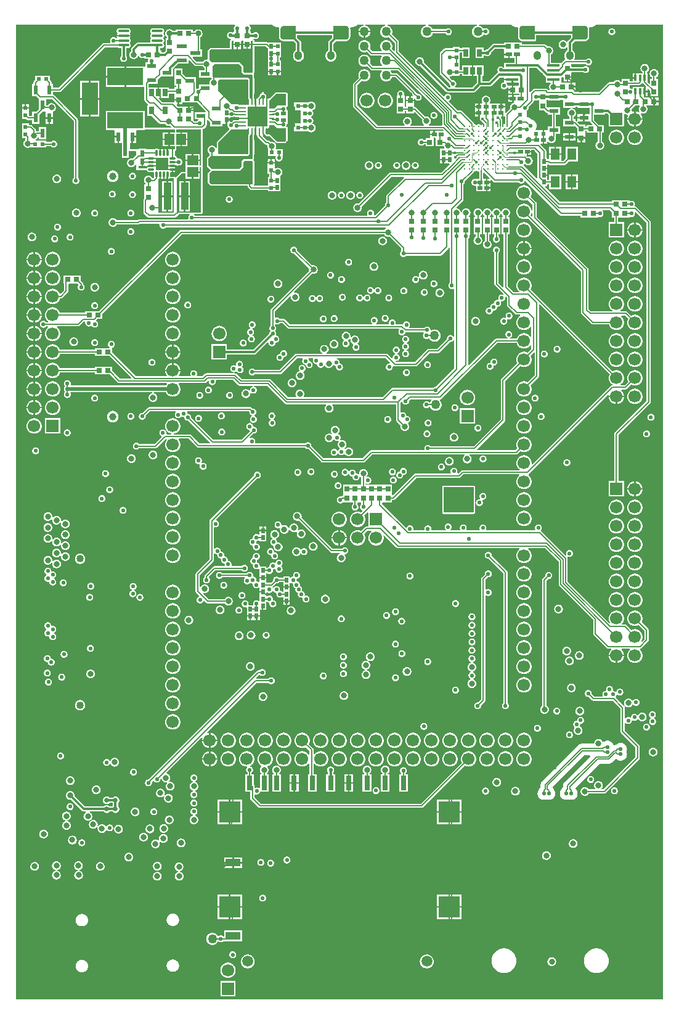
<source format=gbl>
%FSLAX43Y43*%
%MOMM*%
G71*
G01*
G75*
G04 Layer_Physical_Order=8*
G04 Layer_Color=16711680*
%ADD10C,0.175*%
%ADD11C,0.175*%
%ADD12R,0.700X0.700*%
%ADD13R,1.600X1.300*%
%ADD14R,1.000X2.250*%
%ADD15R,2.800X1.400*%
%ADD16R,0.650X0.800*%
%ADD17R,0.800X0.650*%
%ADD18R,0.600X0.550*%
%ADD19R,1.092X1.600*%
%ADD20R,0.700X0.700*%
%ADD21R,0.950X1.000*%
%ADD22R,0.600X0.900*%
%ADD23R,0.762X0.762*%
%ADD24R,0.900X0.600*%
%ADD25R,0.762X0.762*%
%ADD26R,0.500X0.600*%
%ADD27R,1.600X1.092*%
%ADD28R,1.500X1.350*%
%ADD29R,1.350X1.500*%
%ADD30R,2.200X1.500*%
%ADD31R,1.500X2.400*%
%ADD32R,0.650X0.500*%
%ADD33R,0.550X0.600*%
%ADD34R,1.100X1.000*%
%ADD35R,1.100X0.600*%
%ADD36R,0.500X0.650*%
%ADD37R,1.200X1.200*%
%ADD38R,1.200X1.200*%
%ADD39R,0.400X1.350*%
%ADD40R,0.950X1.750*%
%ADD41R,2.500X4.600*%
%ADD42R,2.200X0.600*%
%ADD43R,0.300X1.700*%
%ADD44O,0.300X1.700*%
%ADD45O,1.700X0.300*%
%ADD46R,1.300X1.400*%
%ADD47R,0.850X0.300*%
%ADD48R,3.400X3.400*%
%ADD49R,0.500X0.230*%
%ADD50R,0.230X0.500*%
%ADD51C,0.320*%
%ADD52R,4.100X3.500*%
%ADD53R,0.600X1.100*%
%ADD54R,2.500X1.700*%
%ADD55R,0.350X0.675*%
%ADD56R,0.700X0.300*%
%ADD57R,1.400X1.600*%
%ADD58O,0.200X0.700*%
%ADD59O,0.700X0.200*%
%ADD60R,2.800X2.800*%
%ADD61R,1.300X1.600*%
%ADD62R,1.000X1.600*%
%ADD63R,3.000X2.500*%
%ADD64R,1.200X2.000*%
%ADD65R,2.000X4.900*%
%ADD66R,0.810X4.600*%
%ADD67R,0.610X4.600*%
%ADD68R,1.100X0.300*%
%ADD69R,3.100X2.300*%
%ADD70R,0.430X4.700*%
%ADD71R,0.430X2.540*%
%ADD72R,2.270X0.280*%
%ADD73R,3.200X1.270*%
%ADD74R,3.683X1.270*%
%ADD75R,0.740X2.790*%
%ADD76C,0.300*%
%ADD77C,0.180*%
%ADD78C,0.200*%
%ADD79C,0.165*%
%ADD80C,0.150*%
%ADD81C,0.185*%
%ADD82C,0.127*%
%ADD83R,0.300X0.900*%
%ADD84R,1.800X1.900*%
%ADD85C,1.700*%
%ADD86R,1.700X1.700*%
%ADD87C,3.600*%
G04:AMPARAMS|DCode=88|XSize=2.1mm|YSize=1.9mm|CornerRadius=0.494mm|HoleSize=0mm|Usage=FLASHONLY|Rotation=0.000|XOffset=0mm|YOffset=0mm|HoleType=Round|Shape=RoundedRectangle|*
%AMROUNDEDRECTD88*
21,1,2.100,0.912,0,0,0.0*
21,1,1.112,1.900,0,0,0.0*
1,1,0.988,0.556,-0.456*
1,1,0.988,-0.556,-0.456*
1,1,0.988,-0.556,0.456*
1,1,0.988,0.556,0.456*
%
%ADD88ROUNDEDRECTD88*%
G04:AMPARAMS|DCode=89|XSize=1.05mm|YSize=1.25mm|CornerRadius=0.525mm|HoleSize=0mm|Usage=FLASHONLY|Rotation=180.000|XOffset=0mm|YOffset=0mm|HoleType=Round|Shape=RoundedRectangle|*
%AMROUNDEDRECTD89*
21,1,1.050,0.200,0,0,180.0*
21,1,0.000,1.250,0,0,180.0*
1,1,1.050,0.000,0.100*
1,1,1.050,0.000,0.100*
1,1,1.050,0.000,-0.100*
1,1,1.050,0.000,-0.100*
%
%ADD89ROUNDEDRECTD89*%
%ADD90R,1.700X1.700*%
%ADD91C,1.500*%
%ADD92R,2.200X4.500*%
%ADD93R,5.000X2.200*%
%ADD94R,5.000X2.400*%
%ADD95C,1.020*%
%ADD96C,1.000*%
%ADD97C,0.550*%
%ADD98C,0.400*%
%ADD99C,0.700*%
%ADD100C,0.660*%
%ADD101C,1.016*%
%ADD102C,0.500*%
%ADD103C,1.600*%
%ADD104C,1.900*%
G04:AMPARAMS|DCode=105|XSize=2.524mm|YSize=2.524mm|CornerRadius=0mm|HoleSize=0mm|Usage=FLASHONLY|Rotation=0.000|XOffset=0mm|YOffset=0mm|HoleType=Round|Shape=Relief|Width=0.254mm|Gap=0.254mm|Entries=4|*
%AMTHD105*
7,0,0,2.524,2.016,0.254,45*
%
%ADD105THD105*%
%ADD106O,1.425X2.100*%
%ADD107O,1.250X1.450*%
%ADD108C,2.100*%
%ADD109C,3.600*%
%AMTHOVALD110*
21,1,1.700,2.824,0,0,270.0*
1,1,2.824,0.000,0.850*
1,1,2.824,0.000,-0.850*
21,0,1.700,2.316,0,0,270.0*
1,0,2.316,0.000,0.850*
1,0,2.316,0.000,-0.850*
4,0,4,-0.090,0.760,-1.088,1.759,-0.909,1.938,0.090,0.940,-0.090,0.760,0.0*
4,0,4,-0.090,-0.940,0.909,-1.938,1.088,-1.759,0.090,-0.760,-0.090,-0.940,0.0*
4,0,4,-0.090,0.940,0.909,1.938,1.088,1.759,0.090,0.760,-0.090,0.940,0.0*
4,0,4,-0.090,-0.760,-1.088,-1.759,-0.909,-1.938,0.090,-0.940,-0.090,-0.760,0.0*
%
%ADD110THOVALD110*%

%ADD111O,4.100X1.800*%
%AMTHOVALD112*
21,1,1.800,2.724,0,0,0.0*
1,1,2.724,-0.900,0.000*
1,1,2.724,0.900,0.000*
21,0,1.800,2.216,0,0,0.0*
1,0,2.216,-0.900,0.000*
1,0,2.216,0.900,0.000*
4,0,4,-0.810,-0.090,-1.773,-1.053,-1.953,-0.873,-0.990,0.090,-0.810,-0.090,0.0*
4,0,4,0.990,-0.090,1.953,0.873,1.773,1.053,0.810,0.090,0.990,-0.090,0.0*
4,0,4,-0.990,-0.090,-1.953,0.873,-1.773,1.053,-0.810,0.090,-0.990,-0.090,0.0*
4,0,4,0.810,-0.090,1.773,-1.053,1.953,-0.873,0.990,0.090,0.810,-0.090,0.0*
%
%ADD112THOVALD112*%

%ADD113C,1.620*%
%ADD114C,1.790*%
%ADD115C,0.850*%
%ADD116C,0.800*%
%ADD117C,0.930*%
%ADD118C,3.300*%
%ADD119O,1.900X3.600*%
%ADD120O,3.600X1.800*%
%ADD121C,0.950*%
%ADD122C,0.800*%
%ADD123C,1.270*%
%ADD124R,0.600X1.300*%
%ADD125R,1.300X0.600*%
%ADD126R,0.350X0.850*%
%ADD127R,1.700X0.350*%
%ADD128R,0.650X1.050*%
%ADD129C,0.280*%
%ADD130O,0.850X0.280*%
%ADD131O,0.280X0.850*%
%ADD132R,0.230X0.700*%
%ADD133R,0.700X0.230*%
%ADD134R,2.700X2.700*%
%ADD135O,1.524X0.381*%
%ADD136R,3.000X3.000*%
%ADD137R,0.800X2.000*%
%ADD138R,2.000X1.100*%
%ADD139R,0.980X3.700*%
%ADD140R,3.700X0.980*%
%ADD141R,1.400X0.600*%
%ADD142C,0.125*%
%ADD143R,1.507X0.242*%
%ADD144R,1.490X0.201*%
%ADD145R,0.312X0.829*%
G36*
X-56925Y-19325D02*
Y-22375D01*
X-57000Y-22450D01*
X-62700D01*
X-62900Y-22250D01*
Y-21000D01*
X-62550Y-20650D01*
X-58700D01*
X-58235Y-20185D01*
X-58235Y-19435D01*
X-58025Y-19225D01*
X-57025D01*
X-56925Y-19325D01*
D02*
G37*
G36*
X-16748Y-7698D02*
X-16714Y-7728D01*
X-16675Y-7754D01*
X-16675Y-7754D01*
Y-7825D01*
Y-8475D01*
X-16036D01*
X-15995Y-8602D01*
X-16000Y-8605D01*
X-16050Y-8650D01*
X-16095Y-8700D01*
X-16134Y-8755D01*
X-16166Y-8814D01*
X-16192Y-8877D01*
X-16211Y-8941D01*
X-16222Y-9008D01*
X-16226Y-9075D01*
X-16222Y-9142D01*
X-16211Y-9209D01*
X-16192Y-9273D01*
X-16166Y-9336D01*
X-16134Y-9395D01*
X-16123Y-9410D01*
X-16170Y-9520D01*
X-16187Y-9537D01*
X-16331D01*
X-16459Y-9409D01*
X-16493Y-9379D01*
X-16532Y-9356D01*
X-16573Y-9338D01*
X-16617Y-9328D01*
X-16663Y-9324D01*
X-18188D01*
X-18233Y-9328D01*
X-18277Y-9338D01*
X-18318Y-9356D01*
X-18357Y-9379D01*
X-18391Y-9409D01*
X-18797Y-9814D01*
X-18823Y-9812D01*
X-18924Y-9766D01*
Y-6501D01*
X-17945D01*
X-16748Y-7698D01*
D02*
G37*
G36*
X-67650Y-15350D02*
X-68325D01*
Y-16300D01*
Y-17250D01*
X-67650D01*
Y-17675D01*
X-68426D01*
X-68430Y-17670D01*
X-68542Y-17595D01*
X-68575Y-17588D01*
Y-18200D01*
X-68775D01*
Y-17588D01*
X-68808Y-17595D01*
X-68920Y-17670D01*
X-69029Y-17604D01*
X-69042Y-17595D01*
X-69075Y-17588D01*
Y-18200D01*
X-69275D01*
Y-17588D01*
X-69308Y-17595D01*
X-69420Y-17670D01*
X-69529Y-17604D01*
X-69542Y-17595D01*
X-69575Y-17588D01*
Y-18200D01*
X-69775D01*
Y-17588D01*
X-69808Y-17595D01*
X-69920Y-17670D01*
X-69930D01*
X-70042Y-17595D01*
X-70175Y-17568D01*
X-70308Y-17595D01*
X-70420Y-17670D01*
X-70423Y-17675D01*
X-71535Y-17675D01*
X-71625Y-17585D01*
Y-17575D01*
X-72625D01*
Y-17584D01*
X-72715Y-17674D01*
X-72950Y-17670D01*
Y-17675D01*
X-73735Y-17675D01*
X-73825Y-17585D01*
Y-16775D01*
X-73600D01*
Y-15925D01*
X-73500D01*
Y-15825D01*
X-73000D01*
Y-15075D01*
X-72904Y-15000D01*
X-71750D01*
Y-14925D01*
X-67650D01*
Y-15350D01*
D02*
G37*
G36*
X-64956Y-6156D02*
X-64921Y-6185D01*
X-64882Y-6209D01*
X-64840Y-6227D01*
X-64796Y-6237D01*
X-64750Y-6241D01*
X-63800D01*
X-63784Y-6270D01*
X-63745Y-6325D01*
X-63700Y-6375D01*
X-63650Y-6420D01*
X-63595Y-6459D01*
X-63566Y-6475D01*
Y-6837D01*
X-64325D01*
Y-7837D01*
X-62625D01*
X-62576Y-7944D01*
Y-7981D01*
X-62595Y-7991D01*
X-62650Y-8030D01*
X-62700Y-8075D01*
X-62745Y-8125D01*
X-62784Y-8180D01*
X-62816Y-8239D01*
X-62842Y-8302D01*
X-62861Y-8366D01*
X-62872Y-8433D01*
X-62876Y-8500D01*
X-62872Y-8567D01*
X-62865Y-8610D01*
X-62898Y-8673D01*
X-62961Y-8737D01*
X-64325D01*
Y-9215D01*
X-64328Y-9223D01*
X-64425Y-9324D01*
X-64478Y-9327D01*
X-64531Y-9336D01*
X-64582Y-9351D01*
X-64607Y-9361D01*
X-64677Y-9332D01*
X-64734Y-9283D01*
Y-8787D01*
X-64725D01*
Y-7787D01*
X-66087D01*
X-66625Y-7249D01*
Y-6550D01*
X-67675D01*
Y-7750D01*
X-67675D01*
X-67675D01*
Y-7750D01*
X-67675D01*
X-67675Y-7750D01*
Y-8950D01*
X-67441D01*
Y-9100D01*
X-67675D01*
Y-9399D01*
X-68442D01*
Y-9175D01*
X-69820D01*
Y-9900D01*
X-70020D01*
Y-9175D01*
X-71259D01*
Y-8695D01*
X-71214Y-8650D01*
X-70000D01*
Y-8061D01*
X-69700Y-7761D01*
X-69600Y-7700D01*
Y-7700D01*
X-69600Y-7700D01*
X-67900D01*
Y-6700D01*
X-67900Y-6700D01*
X-67900D01*
X-67887Y-6578D01*
X-67234Y-5925D01*
X-65800D01*
Y-5477D01*
X-65683Y-5429D01*
X-64956Y-6156D01*
D02*
G37*
G36*
X-68575Y-21762D02*
X-68542Y-21755D01*
X-68430Y-21680D01*
X-68415Y-21658D01*
X-67775D01*
Y-26350D01*
X-69835D01*
X-69925Y-26260D01*
X-69925Y-21830D01*
X-69808Y-21755D01*
X-69775Y-21762D01*
Y-21150D01*
X-69575D01*
Y-21762D01*
X-69542Y-21755D01*
X-69430Y-21680D01*
X-69420D01*
X-69308Y-21755D01*
X-69275Y-21762D01*
Y-21150D01*
X-69075D01*
Y-21762D01*
X-69042Y-21755D01*
X-68930Y-21680D01*
X-68920D01*
X-68808Y-21755D01*
X-68775Y-21762D01*
Y-21150D01*
X-68575D01*
Y-21762D01*
D02*
G37*
G36*
X-59600Y-2725D02*
Y-3150D01*
X-58550D01*
Y-2815D01*
X-58460Y-2725D01*
X-58225Y-2725D01*
Y-3150D01*
X-57175D01*
Y-2815D01*
X-57085Y-2725D01*
X-56975D01*
X-56925Y-2775D01*
Y-4575D01*
X-56925Y-4575D01*
Y-7075D01*
X-57025Y-7175D01*
X-58025D01*
X-58235Y-6965D01*
X-58235Y-6215D01*
X-58700Y-5750D01*
X-62550D01*
X-62900Y-5400D01*
Y-4150D01*
X-62700Y-3950D01*
X-59875D01*
X-59875Y-2825D01*
X-59775Y-2725D01*
X-59600D01*
D02*
G37*
G36*
X-57450Y-15500D02*
X-57575Y-15625D01*
X-57575Y-18225D01*
X-57650Y-18300D01*
X-61500D01*
X-61675Y-18125D01*
X-61675Y-16725D01*
X-59900Y-14950D01*
X-57450D01*
X-57450Y-15500D01*
D02*
G37*
G36*
X-17674Y-10913D02*
X-17625Y-10950D01*
Y-11100D01*
X-17625D01*
X-17625D01*
Y-11100D01*
X-17625D01*
X-17625Y-11100D01*
Y-12300D01*
X-16933D01*
X-16629Y-12604D01*
X-16595Y-12633D01*
X-16556Y-12657D01*
X-16514Y-12674D01*
X-16470Y-12685D01*
X-16425Y-12688D01*
X-16400D01*
Y-12900D01*
X-15838D01*
Y-14500D01*
X-16400D01*
Y-14954D01*
X-16475Y-15050D01*
X-16875D01*
Y-15525D01*
X-17075D01*
Y-15050D01*
X-17348D01*
X-17475Y-15050D01*
X-17475Y-15050D01*
X-17475D01*
Y-15050D01*
X-17475Y-15050D01*
X-18039D01*
X-18102Y-14923D01*
X-18096Y-14916D01*
X-18055Y-14852D01*
X-18020Y-14784D01*
X-17991Y-14713D01*
X-17968Y-14640D01*
X-17951Y-14566D01*
X-17941Y-14490D01*
X-17938Y-14414D01*
X-17941Y-14337D01*
X-17951Y-14262D01*
X-17968Y-14187D01*
X-17991Y-14114D01*
X-18020Y-14044D01*
X-18055Y-13976D01*
X-18096Y-13911D01*
X-18143Y-13851D01*
X-18194Y-13794D01*
X-18251Y-13743D01*
X-18311Y-13696D01*
X-18376Y-13655D01*
X-18444Y-13620D01*
X-18514Y-13591D01*
X-18587Y-13568D01*
X-18662Y-13551D01*
X-18705Y-13546D01*
X-18839Y-13412D01*
X-18889Y-13366D01*
X-18944Y-13326D01*
X-19002Y-13291D01*
X-19063Y-13262D01*
X-19127Y-13239D01*
X-19193Y-13222D01*
X-19260Y-13212D01*
X-19300Y-13211D01*
Y-13000D01*
Y-12381D01*
X-19295Y-12379D01*
X-19248Y-12353D01*
X-19204Y-12323D01*
X-19165Y-12287D01*
X-19129Y-12247D01*
X-19098Y-12204D01*
X-19072Y-12157D01*
X-19052Y-12108D01*
X-19037Y-12056D01*
X-19028Y-12004D01*
X-19025Y-11951D01*
X-19028Y-11897D01*
X-19030Y-11887D01*
X-18396Y-11254D01*
X-18367Y-11219D01*
X-18343Y-11181D01*
X-18326Y-11139D01*
X-18315Y-11095D01*
X-18312Y-11050D01*
Y-11029D01*
X-18291Y-11004D01*
X-18185Y-10948D01*
X-18182Y-10949D01*
X-18131Y-10964D01*
X-18078Y-10973D01*
X-18025Y-10976D01*
X-17972Y-10973D01*
X-17919Y-10964D01*
X-17868Y-10949D01*
X-17819Y-10929D01*
X-17772Y-10903D01*
X-17752Y-10889D01*
X-17674Y-10913D01*
D02*
G37*
G36*
X-12300Y-11950D02*
X-10613D01*
Y-12850D01*
X-11350D01*
Y-13350D01*
Y-13850D01*
X-10603D01*
X-10599Y-13864D01*
X-10582Y-13906D01*
X-10558Y-13945D01*
X-10529Y-13979D01*
X-10300Y-14208D01*
X-10349Y-14325D01*
X-11075D01*
Y-14562D01*
X-11275D01*
Y-14300D01*
X-11992D01*
X-12326Y-13966D01*
X-12263Y-13850D01*
X-11550D01*
Y-13450D01*
X-12300D01*
Y-13813D01*
X-12416Y-13876D01*
X-12446Y-13846D01*
X-12480Y-13817D01*
X-12519Y-13793D01*
X-12561Y-13776D01*
X-12600Y-13766D01*
Y-13550D01*
X-12834D01*
Y-13200D01*
X-12805Y-13184D01*
X-12750Y-13145D01*
X-12700Y-13100D01*
X-12655Y-13050D01*
X-12616Y-12995D01*
X-12584Y-12936D01*
X-12558Y-12873D01*
X-12539Y-12809D01*
X-12528Y-12742D01*
X-12524Y-12675D01*
X-12528Y-12608D01*
X-12539Y-12541D01*
X-12558Y-12477D01*
X-12584Y-12414D01*
X-12616Y-12355D01*
X-12655Y-12300D01*
X-12700Y-12250D01*
X-12750Y-12205D01*
X-12805Y-12166D01*
X-12864Y-12134D01*
X-12927Y-12108D01*
X-12991Y-12089D01*
X-13058Y-12078D01*
X-13073Y-12077D01*
X-13069Y-11950D01*
X-12600D01*
Y-11801D01*
X-12300D01*
Y-11950D01*
D02*
G37*
G36*
X-22275Y-13150D02*
X-22251Y-13267D01*
Y-14162D01*
X-22277Y-14187D01*
X-22300D01*
X-22367Y-14190D01*
X-22434Y-14200D01*
X-22500Y-14216D01*
X-22524Y-14225D01*
X-22537Y-14221D01*
X-22581Y-14212D01*
X-22625Y-14209D01*
X-22674Y-14085D01*
Y-13600D01*
X-22678Y-13557D01*
X-22688Y-13515D01*
X-22704Y-13475D01*
X-22727Y-13438D01*
X-22755Y-13405D01*
X-22847Y-13313D01*
X-22805Y-13202D01*
X-22753Y-13150D01*
X-22275D01*
D02*
G37*
G36*
X-67675Y-10300D02*
X-67675D01*
X-67675D01*
Y-10300D01*
X-67675D01*
X-67675Y-10300D01*
Y-10800D01*
X-67150D01*
Y-10900D01*
X-67050D01*
Y-11500D01*
X-66625D01*
Y-11255D01*
X-66500Y-11250D01*
X-66500Y-11250D01*
X-66500Y-11250D01*
X-65300D01*
Y-11250D01*
Y-11250D01*
X-65300D01*
Y-11250D01*
X-65300Y-11250D01*
X-64586D01*
X-63404Y-12433D01*
X-63452Y-12550D01*
X-64925D01*
Y-13550D01*
X-64499D01*
X-64437Y-13663D01*
X-64442Y-13677D01*
X-64478Y-13697D01*
X-64522Y-13728D01*
X-64561Y-13764D01*
X-64597Y-13803D01*
X-64603Y-13812D01*
X-65006D01*
X-65125Y-13692D01*
Y-12952D01*
X-65125Y-12950D01*
X-65125Y-12887D01*
Y-12825D01*
X-65125Y-12823D01*
Y-12400D01*
X-65725D01*
Y-12300D01*
X-65825D01*
Y-11775D01*
X-66198D01*
X-66325Y-11775D01*
X-66325D01*
X-66452Y-11775D01*
X-67239D01*
X-67396Y-11617D01*
X-67348Y-11500D01*
X-67250D01*
Y-11000D01*
X-67675D01*
Y-11167D01*
X-67685Y-11180D01*
X-67793Y-11241D01*
X-67835Y-11223D01*
X-67879Y-11213D01*
X-67925Y-11209D01*
X-69389D01*
X-69856Y-10742D01*
X-69807Y-10625D01*
X-68442D01*
Y-10001D01*
X-67675D01*
Y-10300D01*
D02*
G37*
G36*
X-52425Y-11625D02*
X-53575Y-11625D01*
X-54000Y-12050D01*
X-54675Y-12050D01*
X-54675Y-11000D01*
X-53750Y-10075D01*
X-52425Y-10075D01*
X-52425Y-11625D01*
D02*
G37*
G36*
X-57575Y-8175D02*
X-57575Y-10700D01*
X-57450Y-10825D01*
Y-11575D01*
X-58825Y-11575D01*
X-58925Y-11475D01*
X-59875D01*
X-61675Y-9675D01*
X-61675Y-8275D01*
X-61500Y-8100D01*
X-57650D01*
X-57575Y-8175D01*
D02*
G37*
G36*
X-58450Y-6350D02*
X-58450Y-7125D01*
X-58150Y-7425D01*
X-57025Y-7425D01*
X-56950Y-7500D01*
X-56950Y-11600D01*
X-57150D01*
X-57150Y-10800D01*
X-57350Y-10600D01*
Y-8075D01*
X-57575Y-7850D01*
X-62300D01*
X-62500Y-7650D01*
X-62500Y-6325D01*
X-62175Y-6000D01*
X-58800Y-6000D01*
X-58450Y-6350D01*
D02*
G37*
G36*
X-53625Y-14750D02*
X-52475Y-14750D01*
X-52425Y-14800D01*
X-52425Y-16450D01*
X-52575Y-16600D01*
X-53600Y-16600D01*
X-54550Y-15650D01*
X-55000Y-15650D01*
X-55150Y-15500D01*
Y-14825D01*
X-54850D01*
X-54675Y-14650D01*
Y-14350D01*
X-54025D01*
X-53625Y-14750D01*
D02*
G37*
G36*
X-18200Y-2625D02*
X-19800D01*
X-19848Y-2621D01*
X-19901Y-2614D01*
X-19954Y-2599D01*
X-19997Y-2583D01*
X-20039Y-2563D01*
X-20083Y-2535D01*
X-20121Y-2506D01*
X-20160Y-2472D01*
X-20189Y-2436D01*
X-20217Y-2399D01*
X-20241Y-2358D01*
X-20261Y-2316D01*
X-20277Y-2274D01*
X-20289Y-2223D01*
X-20296Y-2178D01*
X-20300Y-2125D01*
Y-1225D01*
X-20296Y-1170D01*
X-20288Y-1125D01*
X-20276Y-1075D01*
X-20260Y-1035D01*
X-20247Y-1002D01*
X-20222Y-959D01*
X-20196Y-922D01*
X-20165Y-884D01*
X-20120Y-843D01*
X-20080Y-813D01*
X-20034Y-784D01*
X-19981Y-760D01*
X-19894Y-734D01*
X-19800Y-725D01*
X-18200D01*
Y-2625D01*
D02*
G37*
G36*
X-44186Y-729D02*
X-44133Y-736D01*
X-44080Y-751D01*
X-44037Y-767D01*
X-43995Y-787D01*
X-43951Y-815D01*
X-43913Y-844D01*
X-43874Y-878D01*
X-43845Y-914D01*
X-43817Y-951D01*
X-43793Y-992D01*
X-43773Y-1034D01*
X-43757Y-1076D01*
X-43745Y-1127D01*
X-43738Y-1172D01*
X-43734Y-1225D01*
Y-2125D01*
X-43738Y-2180D01*
X-43746Y-2225D01*
X-43758Y-2275D01*
X-43774Y-2315D01*
X-43787Y-2348D01*
X-43812Y-2391D01*
X-43838Y-2428D01*
X-43869Y-2466D01*
X-43914Y-2507D01*
X-43954Y-2537D01*
X-44000Y-2566D01*
X-44053Y-2590D01*
X-44140Y-2616D01*
X-44234Y-2625D01*
X-45834D01*
Y-725D01*
X-44234D01*
X-44186Y-729D01*
D02*
G37*
G36*
X-51034Y-2625D02*
X-52634D01*
X-52682Y-2621D01*
X-52735Y-2614D01*
X-52788Y-2599D01*
X-52831Y-2583D01*
X-52873Y-2563D01*
X-52917Y-2535D01*
X-52955Y-2506D01*
X-52994Y-2472D01*
X-53023Y-2436D01*
X-53051Y-2399D01*
X-53075Y-2358D01*
X-53095Y-2316D01*
X-53111Y-2274D01*
X-53123Y-2223D01*
X-53130Y-2178D01*
X-53134Y-2125D01*
Y-1225D01*
X-53130Y-1170D01*
X-53122Y-1125D01*
X-53110Y-1075D01*
X-53094Y-1035D01*
X-53081Y-1002D01*
X-53056Y-959D01*
X-53030Y-922D01*
X-52999Y-884D01*
X-52954Y-843D01*
X-52914Y-813D01*
X-52868Y-784D01*
X-52815Y-760D01*
X-52728Y-734D01*
X-52634Y-725D01*
X-51034D01*
Y-2625D01*
D02*
G37*
G36*
X-11352Y-729D02*
X-11299Y-736D01*
X-11246Y-751D01*
X-11203Y-767D01*
X-11161Y-787D01*
X-11117Y-815D01*
X-11079Y-844D01*
X-11040Y-878D01*
X-11011Y-914D01*
X-10983Y-951D01*
X-10959Y-992D01*
X-10939Y-1034D01*
X-10923Y-1076D01*
X-10911Y-1127D01*
X-10904Y-1172D01*
X-10900Y-1225D01*
Y-2125D01*
X-10904Y-2180D01*
X-10912Y-2225D01*
X-10924Y-2275D01*
X-10940Y-2315D01*
X-10953Y-2348D01*
X-10978Y-2391D01*
X-11004Y-2428D01*
X-11035Y-2466D01*
X-11080Y-2507D01*
X-11120Y-2537D01*
X-11166Y-2566D01*
X-11219Y-2590D01*
X-11306Y-2616D01*
X-11400Y-2625D01*
X-13000D01*
Y-725D01*
X-11400D01*
X-11352Y-729D01*
D02*
G37*
G36*
X-56950Y-18900D02*
X-57025Y-18975D01*
X-58150Y-18975D01*
X-58450Y-19275D01*
X-58450Y-20050D01*
X-58800Y-20400D01*
X-62575Y-20400D01*
X-63025Y-19950D01*
X-63025Y-18950D01*
X-62625Y-18550D01*
X-57575Y-18550D01*
X-57375Y-18350D01*
Y-15775D01*
X-57150Y-15550D01*
Y-14800D01*
X-56950D01*
X-56950Y-18900D01*
D02*
G37*
G36*
X-21435Y-592D02*
X-21356Y-655D01*
X-21272Y-711D01*
X-21183Y-760D01*
X-21092Y-803D01*
X-20997Y-837D01*
X-20900Y-865D01*
X-20801Y-885D01*
X-20724Y-894D01*
X-20700Y-896D01*
X-20599Y-900D01*
X-20495Y-955D01*
X-20483Y-966D01*
X-20465Y-1002D01*
X-20471Y-1017D01*
X-20487Y-1083D01*
X-20497Y-1151D01*
X-20500Y-1209D01*
X-20500Y-1210D01*
X-20500Y-1211D01*
X-20501Y-1219D01*
Y-1224D01*
X-20501Y-1225D01*
Y-2125D01*
X-20501Y-2126D01*
Y-2131D01*
X-20500Y-2140D01*
X-20500Y-2140D01*
X-20500Y-2140D01*
X-20497Y-2199D01*
X-20487Y-2267D01*
X-20471Y-2333D01*
X-20448Y-2397D01*
X-20419Y-2459D01*
X-20384Y-2517D01*
X-20343Y-2572D01*
X-20297Y-2622D01*
X-20247Y-2668D01*
X-20192Y-2709D01*
X-20134Y-2744D01*
X-20072Y-2773D01*
X-20008Y-2796D01*
X-19942Y-2812D01*
X-19874Y-2822D01*
X-19806Y-2826D01*
X-19801D01*
X-19800Y-2826D01*
X-18200D01*
X-18161Y-2822D01*
X-18123Y-2811D01*
X-18088Y-2792D01*
X-18058Y-2767D01*
X-18033Y-2737D01*
X-18014Y-2702D01*
X-18003Y-2664D01*
X-17999Y-2625D01*
Y-2026D01*
X-13201D01*
Y-2330D01*
X-13623Y-2752D01*
X-13653Y-2786D01*
X-13679Y-2825D01*
X-13699Y-2866D01*
X-13809Y-2895D01*
X-13839Y-2890D01*
X-13875Y-2850D01*
X-13925Y-2805D01*
X-13980Y-2766D01*
X-14039Y-2734D01*
X-14102Y-2708D01*
X-14166Y-2689D01*
X-14233Y-2678D01*
X-14300Y-2674D01*
X-14367Y-2678D01*
X-14434Y-2689D01*
X-14498Y-2708D01*
X-14561Y-2734D01*
X-14620Y-2766D01*
X-14675Y-2805D01*
X-14725Y-2850D01*
X-14770Y-2900D01*
X-14809Y-2955D01*
X-14841Y-3014D01*
X-14867Y-3077D01*
X-14886Y-3141D01*
X-14897Y-3208D01*
X-14901Y-3275D01*
X-14897Y-3342D01*
X-14886Y-3409D01*
X-14867Y-3473D01*
X-14841Y-3536D01*
X-14809Y-3595D01*
X-14770Y-3650D01*
X-14725Y-3700D01*
X-14675Y-3745D01*
X-14620Y-3784D01*
X-14561Y-3816D01*
X-14498Y-3842D01*
X-14434Y-3861D01*
X-14367Y-3872D01*
X-14300Y-3876D01*
X-14233Y-3872D01*
X-14166Y-3861D01*
X-14102Y-3842D01*
X-14039Y-3816D01*
X-13980Y-3784D01*
X-13925Y-3745D01*
X-13875Y-3700D01*
X-13853Y-3675D01*
X-13761Y-3698D01*
X-13726Y-3722D01*
Y-4065D01*
X-13778Y-4096D01*
X-13835Y-4139D01*
X-13888Y-4187D01*
X-13936Y-4240D01*
X-13979Y-4297D01*
X-14015Y-4358D01*
X-14046Y-4422D01*
X-14070Y-4489D01*
X-14087Y-4558D01*
X-14097Y-4629D01*
X-14101Y-4700D01*
Y-4900D01*
X-14097Y-4971D01*
X-14087Y-5042D01*
X-14070Y-5111D01*
X-14046Y-5178D01*
X-14015Y-5242D01*
X-14004Y-5261D01*
X-14009Y-5307D01*
X-14037Y-5370D01*
X-14064Y-5401D01*
X-14106Y-5418D01*
X-14145Y-5442D01*
X-14179Y-5471D01*
X-14453Y-5745D01*
X-14575Y-5775D01*
Y-5775D01*
X-14575Y-5775D01*
X-15987D01*
Y-4651D01*
X-15955Y-4634D01*
X-15900Y-4595D01*
X-15850Y-4550D01*
X-15805Y-4500D01*
X-15766Y-4445D01*
X-15734Y-4386D01*
X-15708Y-4323D01*
X-15689Y-4259D01*
X-15678Y-4192D01*
X-15674Y-4125D01*
X-15678Y-4058D01*
X-15689Y-3991D01*
X-15708Y-3927D01*
X-15734Y-3864D01*
X-15766Y-3805D01*
X-15805Y-3750D01*
X-15850Y-3700D01*
X-15900Y-3655D01*
X-15955Y-3616D01*
X-16014Y-3584D01*
X-16077Y-3558D01*
X-16141Y-3539D01*
X-16208Y-3528D01*
X-16275Y-3524D01*
X-16342Y-3528D01*
X-16409Y-3539D01*
X-16443Y-3549D01*
X-16671Y-3321D01*
X-16705Y-3292D01*
X-16744Y-3268D01*
X-16786Y-3251D01*
X-16830Y-3240D01*
X-16875Y-3237D01*
X-20000D01*
Y-3000D01*
X-21073D01*
X-21200Y-3000D01*
X-21200D01*
D01*
X-21327Y-3000D01*
X-22400D01*
Y-3174D01*
X-23800D01*
X-23846Y-3177D01*
X-23868Y-3182D01*
X-23891Y-3186D01*
X-23934Y-3201D01*
X-23975Y-3221D01*
X-24014Y-3247D01*
X-24048Y-3277D01*
X-24722Y-3950D01*
X-24753Y-3952D01*
X-24806Y-3961D01*
X-24857Y-3976D01*
X-24906Y-3996D01*
X-24953Y-4022D01*
X-24997Y-4053D01*
X-25020Y-4074D01*
X-25247D01*
Y-3700D01*
X-26297D01*
Y-5150D01*
X-25247D01*
Y-4776D01*
X-25020D01*
X-24997Y-4797D01*
X-24953Y-4828D01*
X-24906Y-4854D01*
X-24857Y-4874D01*
X-24806Y-4889D01*
X-24753Y-4898D01*
X-24700Y-4901D01*
X-24647Y-4898D01*
X-24594Y-4889D01*
X-24543Y-4874D01*
X-24494Y-4854D01*
X-24447Y-4828D01*
X-24403Y-4797D01*
X-24364Y-4761D01*
X-24328Y-4722D01*
X-24297Y-4678D01*
X-24271Y-4631D01*
X-24251Y-4582D01*
X-24236Y-4531D01*
X-24227Y-4478D01*
X-24225Y-4446D01*
X-23655Y-3876D01*
X-22490D01*
X-22400Y-3966D01*
Y-4023D01*
X-22400Y-4050D01*
Y-4100D01*
Y-4150D01*
X-22400Y-4177D01*
Y-4550D01*
X-21750D01*
Y-4650D01*
X-21650D01*
Y-5150D01*
X-20988D01*
Y-5775D01*
X-22375D01*
Y-6449D01*
X-22504D01*
X-22514Y-6439D01*
X-22553Y-6403D01*
X-22597Y-6372D01*
X-22644Y-6346D01*
X-22693Y-6326D01*
X-22744Y-6311D01*
X-22797Y-6302D01*
X-22850Y-6299D01*
X-22903Y-6302D01*
X-22956Y-6311D01*
X-23007Y-6326D01*
X-23056Y-6346D01*
X-23103Y-6372D01*
X-23147Y-6403D01*
X-23186Y-6439D01*
X-23222Y-6478D01*
X-23253Y-6522D01*
X-23279Y-6569D01*
X-23299Y-6618D01*
X-23314Y-6669D01*
X-23323Y-6722D01*
X-23326Y-6775D01*
X-23323Y-6828D01*
X-23314Y-6881D01*
X-23299Y-6932D01*
X-23279Y-6981D01*
X-23271Y-6996D01*
X-23268Y-7027D01*
X-23290Y-7121D01*
X-23310Y-7151D01*
X-23316Y-7157D01*
X-23339Y-7172D01*
X-23373Y-7202D01*
X-24517Y-8346D01*
X-25421D01*
Y-7600D01*
X-25247D01*
Y-6150D01*
X-26625D01*
Y-6875D01*
Y-7600D01*
X-26123D01*
Y-8552D01*
X-26720Y-9149D01*
X-29113D01*
X-29154Y-9022D01*
X-29153Y-9022D01*
X-29114Y-8986D01*
X-29078Y-8947D01*
X-29047Y-8903D01*
X-29021Y-8856D01*
X-29001Y-8807D01*
X-28986Y-8756D01*
X-28977Y-8703D01*
X-28974Y-8650D01*
X-28977Y-8597D01*
X-28986Y-8544D01*
X-29001Y-8493D01*
X-29021Y-8444D01*
X-29047Y-8397D01*
X-29078Y-8353D01*
X-29114Y-8314D01*
X-29153Y-8278D01*
X-29197Y-8247D01*
X-29244Y-8221D01*
X-29293Y-8201D01*
X-29344Y-8186D01*
X-29397Y-8177D01*
X-29450Y-8174D01*
X-29503Y-8177D01*
X-29513Y-8179D01*
X-29891Y-7801D01*
X-29860Y-7705D01*
X-29837Y-7675D01*
X-29783Y-7672D01*
X-29716Y-7661D01*
X-29652Y-7642D01*
X-29589Y-7616D01*
X-29545Y-7592D01*
X-29425Y-7575D01*
X-29425Y-7575D01*
X-29425Y-7575D01*
X-28475D01*
Y-7363D01*
X-28203D01*
Y-7600D01*
X-26825D01*
Y-6875D01*
Y-6150D01*
X-28203D01*
Y-6787D01*
X-28383D01*
X-28475Y-6660D01*
Y-6575D01*
Y-6575D01*
D01*
X-28475Y-6448D01*
Y-5575D01*
X-28475D01*
X-28475Y-5575D01*
Y-4702D01*
X-28475Y-4575D01*
Y-4575D01*
X-28475Y-4490D01*
X-28383Y-4363D01*
X-28203D01*
Y-5150D01*
X-27153D01*
Y-3700D01*
X-28203D01*
Y-3787D01*
X-28475D01*
Y-3575D01*
X-29425D01*
Y-3787D01*
X-30450D01*
X-30495Y-3790D01*
X-30539Y-3801D01*
X-30551Y-3806D01*
X-30581Y-3818D01*
X-30620Y-3842D01*
X-30638Y-3858D01*
X-30654Y-3871D01*
X-31179Y-4396D01*
X-31208Y-4430D01*
X-31232Y-4469D01*
X-31249Y-4511D01*
X-31260Y-4555D01*
X-31263Y-4600D01*
Y-7125D01*
X-31260Y-7170D01*
X-31249Y-7214D01*
X-31232Y-7256D01*
X-31208Y-7295D01*
X-31179Y-7329D01*
X-29921Y-8587D01*
X-29923Y-8597D01*
X-29926Y-8650D01*
X-29923Y-8703D01*
X-29914Y-8756D01*
X-29899Y-8807D01*
X-29879Y-8856D01*
X-29853Y-8903D01*
X-29822Y-8947D01*
X-29786Y-8986D01*
X-29747Y-9022D01*
X-29746Y-9022D01*
X-29787Y-9149D01*
X-29955D01*
X-33408Y-5696D01*
X-33403Y-5667D01*
X-33399Y-5600D01*
X-33403Y-5533D01*
X-33414Y-5466D01*
X-33433Y-5402D01*
X-33459Y-5339D01*
X-33491Y-5280D01*
X-33530Y-5225D01*
X-33575Y-5175D01*
X-33625Y-5130D01*
X-33680Y-5091D01*
X-33739Y-5059D01*
X-33802Y-5033D01*
X-33866Y-5014D01*
X-33933Y-5003D01*
X-34000Y-4999D01*
X-34067Y-5003D01*
X-34134Y-5014D01*
X-34198Y-5033D01*
X-34261Y-5059D01*
X-34320Y-5091D01*
X-34375Y-5130D01*
X-34425Y-5175D01*
X-34470Y-5225D01*
X-34509Y-5280D01*
X-34541Y-5339D01*
X-34567Y-5402D01*
X-34586Y-5466D01*
X-34597Y-5533D01*
X-34601Y-5600D01*
X-34597Y-5667D01*
X-34586Y-5734D01*
X-34567Y-5798D01*
X-34541Y-5861D01*
X-34509Y-5920D01*
X-34470Y-5975D01*
X-34425Y-6025D01*
X-34375Y-6070D01*
X-34320Y-6109D01*
X-34261Y-6141D01*
X-34198Y-6167D01*
X-34134Y-6186D01*
X-34067Y-6197D01*
X-34000Y-6201D01*
X-33933Y-6197D01*
X-33904Y-6192D01*
X-30348Y-9748D01*
X-30314Y-9778D01*
X-30275Y-9804D01*
X-30234Y-9824D01*
X-30191Y-9839D01*
X-30146Y-9848D01*
X-30100Y-9851D01*
X-26575D01*
X-26529Y-9848D01*
X-26484Y-9839D01*
X-26441Y-9824D01*
X-26400Y-9804D01*
X-26361Y-9778D01*
X-26327Y-9748D01*
X-25627Y-9048D01*
X-24372D01*
X-24326Y-9045D01*
X-24281Y-9036D01*
X-24238Y-9021D01*
X-24197Y-9001D01*
X-24158Y-8975D01*
X-24124Y-8945D01*
X-22980Y-7801D01*
X-22375D01*
Y-7825D01*
Y-8000D01*
X-21325D01*
Y-8100D01*
X-21225D01*
Y-8475D01*
X-20401D01*
Y-8885D01*
X-20487Y-8971D01*
X-20528Y-8975D01*
X-20650Y-8975D01*
X-20650D01*
D01*
X-20777Y-8975D01*
X-21150D01*
Y-9500D01*
Y-10025D01*
X-20777D01*
X-20650Y-10025D01*
X-20650D01*
X-20523Y-10025D01*
X-20338D01*
Y-10175D01*
X-21100D01*
Y-10675D01*
Y-11175D01*
X-21056D01*
X-21052Y-11302D01*
X-21067Y-11303D01*
X-21134Y-11314D01*
X-21198Y-11333D01*
X-21261Y-11359D01*
X-21320Y-11391D01*
X-21375Y-11430D01*
X-21425Y-11475D01*
X-21470Y-11525D01*
X-21509Y-11580D01*
X-21541Y-11639D01*
X-21567Y-11702D01*
X-21586Y-11766D01*
X-21597Y-11833D01*
X-21601Y-11900D01*
X-21597Y-11967D01*
X-21586Y-12034D01*
X-21572Y-12082D01*
X-22148Y-12658D01*
X-22232Y-12637D01*
X-22275Y-12607D01*
Y-12377D01*
X-22275Y-12250D01*
X-22275Y-12250D01*
Y-12250D01*
X-22275D01*
X-22275Y-12250D01*
Y-11900D01*
X-22800D01*
Y-11800D01*
X-22900D01*
Y-11350D01*
X-24275D01*
Y-11350D01*
X-24375D01*
X-24393Y-11223D01*
X-24391Y-11220D01*
X-24359Y-11161D01*
X-24333Y-11098D01*
X-24314Y-11034D01*
X-24303Y-10967D01*
X-24299Y-10900D01*
X-24303Y-10833D01*
X-24314Y-10766D01*
X-24333Y-10702D01*
X-24359Y-10639D01*
X-24391Y-10580D01*
X-24430Y-10525D01*
X-24475Y-10475D01*
X-24525Y-10430D01*
X-24580Y-10391D01*
X-24639Y-10359D01*
X-24702Y-10333D01*
X-24766Y-10314D01*
X-24833Y-10303D01*
X-24900Y-10299D01*
X-24967Y-10303D01*
X-25034Y-10314D01*
X-25098Y-10333D01*
X-25161Y-10359D01*
X-25220Y-10391D01*
X-25275Y-10430D01*
X-25325Y-10475D01*
X-25370Y-10525D01*
X-25409Y-10580D01*
X-25441Y-10639D01*
X-25467Y-10702D01*
X-25486Y-10766D01*
X-25497Y-10833D01*
X-25501Y-10900D01*
X-25497Y-10967D01*
X-25486Y-11034D01*
X-25467Y-11098D01*
X-25441Y-11161D01*
X-25409Y-11220D01*
X-25407Y-11223D01*
X-25471Y-11350D01*
X-25750D01*
Y-11800D01*
X-25850D01*
Y-11900D01*
X-26375D01*
Y-12123D01*
X-26375Y-12250D01*
X-26375Y-12250D01*
Y-12250D01*
X-26375D01*
X-26375Y-12250D01*
Y-12600D01*
X-25850D01*
Y-12700D01*
X-25750D01*
Y-13184D01*
X-25715Y-13277D01*
X-25718Y-13281D01*
X-25747Y-13325D01*
X-25770Y-13372D01*
X-25787Y-13421D01*
X-25797Y-13473D01*
X-25801Y-13525D01*
X-25797Y-13577D01*
X-25787Y-13629D01*
X-25770Y-13678D01*
X-25747Y-13725D01*
X-25718Y-13769D01*
X-25683Y-13808D01*
X-25644Y-13843D01*
X-25600Y-13872D01*
X-25553Y-13895D01*
X-25504Y-13912D01*
X-25452Y-13922D01*
X-25400Y-13926D01*
X-25390Y-13925D01*
X-25232Y-14083D01*
X-25261Y-14184D01*
X-25280Y-14214D01*
X-25313Y-14221D01*
X-25355Y-14235D01*
X-25395Y-14255D01*
X-25432Y-14280D01*
X-25466Y-14309D01*
X-25473Y-14317D01*
X-25543Y-14331D01*
X-25557D01*
X-25627Y-14317D01*
X-25634Y-14309D01*
X-25668Y-14280D01*
X-25705Y-14255D01*
X-25745Y-14235D01*
X-25787Y-14221D01*
X-25831Y-14212D01*
X-25875Y-14209D01*
X-25919Y-14212D01*
X-25963Y-14221D01*
X-26005Y-14235D01*
X-26045Y-14255D01*
X-26082Y-14280D01*
X-26116Y-14309D01*
X-26123Y-14317D01*
X-26193Y-14331D01*
X-26207D01*
X-26277Y-14317D01*
X-26284Y-14309D01*
X-26318Y-14280D01*
X-26355Y-14255D01*
X-26395Y-14235D01*
X-26437Y-14221D01*
X-26481Y-14212D01*
X-26525Y-14209D01*
X-26562Y-14175D01*
Y-14150D01*
X-26565Y-14105D01*
X-26576Y-14061D01*
X-26593Y-14019D01*
X-26617Y-13980D01*
X-26646Y-13946D01*
X-28146Y-12446D01*
X-28180Y-12417D01*
X-28219Y-12393D01*
X-28261Y-12376D01*
X-28305Y-12365D01*
X-28350Y-12362D01*
X-28748D01*
X-30001Y-11109D01*
X-29997Y-11038D01*
X-29967Y-10963D01*
X-29944Y-10954D01*
X-29897Y-10928D01*
X-29853Y-10897D01*
X-29814Y-10861D01*
X-29778Y-10822D01*
X-29747Y-10778D01*
X-29721Y-10731D01*
X-29701Y-10682D01*
X-29686Y-10631D01*
X-29677Y-10578D01*
X-29674Y-10525D01*
X-29677Y-10472D01*
X-29686Y-10419D01*
X-29701Y-10368D01*
X-29721Y-10319D01*
X-29747Y-10272D01*
X-29778Y-10228D01*
X-29814Y-10189D01*
X-29853Y-10153D01*
X-29897Y-10122D01*
X-29944Y-10096D01*
X-29993Y-10076D01*
X-30044Y-10061D01*
X-30097Y-10052D01*
X-30150Y-10049D01*
X-30203Y-10052D01*
X-30256Y-10061D01*
X-30307Y-10076D01*
X-30356Y-10096D01*
X-30403Y-10122D01*
X-30447Y-10153D01*
X-30486Y-10189D01*
X-30522Y-10228D01*
X-30553Y-10272D01*
X-30579Y-10319D01*
X-30588Y-10342D01*
X-30663Y-10372D01*
X-30734Y-10376D01*
X-36874Y-4236D01*
Y-2950D01*
X-36878Y-2907D01*
X-36888Y-2865D01*
X-36899Y-2836D01*
X-36904Y-2825D01*
X-36927Y-2788D01*
X-36955Y-2755D01*
X-37847Y-1863D01*
X-37843Y-1853D01*
X-37815Y-1786D01*
X-37793Y-1716D01*
X-37777Y-1645D01*
X-37767Y-1573D01*
X-37764Y-1500D01*
X-37767Y-1427D01*
X-37777Y-1355D01*
X-37793Y-1284D01*
X-37815Y-1214D01*
X-37843Y-1147D01*
X-37876Y-1082D01*
X-37915Y-1021D01*
X-37960Y-963D01*
X-38009Y-909D01*
X-38063Y-860D01*
X-38121Y-815D01*
X-38182Y-776D01*
X-38247Y-743D01*
X-38314Y-715D01*
X-38384Y-693D01*
X-38455Y-677D01*
X-38440Y-551D01*
X-33160D01*
X-33145Y-677D01*
X-33216Y-693D01*
X-33286Y-715D01*
X-33353Y-743D01*
X-33418Y-776D01*
X-33479Y-815D01*
X-33537Y-860D01*
X-33591Y-909D01*
X-33640Y-963D01*
X-33685Y-1021D01*
X-33724Y-1082D01*
X-33757Y-1147D01*
X-33785Y-1214D01*
X-33807Y-1284D01*
X-33823Y-1355D01*
X-33833Y-1427D01*
X-33836Y-1500D01*
X-33833Y-1573D01*
X-33823Y-1645D01*
X-33807Y-1716D01*
X-33785Y-1786D01*
X-33757Y-1853D01*
X-33724Y-1918D01*
X-33685Y-1979D01*
X-33640Y-2037D01*
X-33591Y-2091D01*
X-33537Y-2140D01*
X-33479Y-2185D01*
X-33418Y-2224D01*
X-33353Y-2257D01*
X-33286Y-2285D01*
X-33216Y-2307D01*
X-33145Y-2323D01*
X-33073Y-2333D01*
X-33000Y-2336D01*
X-32927Y-2333D01*
X-32855Y-2323D01*
X-32784Y-2307D01*
X-32714Y-2285D01*
X-32647Y-2257D01*
X-32582Y-2224D01*
X-32521Y-2185D01*
X-32463Y-2140D01*
X-32409Y-2091D01*
X-32360Y-2037D01*
X-32315Y-1979D01*
X-32276Y-1918D01*
X-32243Y-1853D01*
X-32215Y-1786D01*
X-32208Y-1763D01*
X-30486D01*
X-30478Y-1778D01*
X-30447Y-1822D01*
X-30411Y-1861D01*
X-30372Y-1897D01*
X-30328Y-1928D01*
X-30281Y-1954D01*
X-30232Y-1974D01*
X-30181Y-1989D01*
X-30128Y-1998D01*
X-30075Y-2001D01*
X-30022Y-1998D01*
X-29969Y-1989D01*
X-29918Y-1974D01*
X-29869Y-1954D01*
X-29822Y-1928D01*
X-29778Y-1897D01*
X-29739Y-1861D01*
X-29703Y-1822D01*
X-29672Y-1778D01*
X-29646Y-1731D01*
X-29626Y-1682D01*
X-29611Y-1631D01*
X-29602Y-1578D01*
X-29599Y-1525D01*
X-29602Y-1472D01*
X-29611Y-1419D01*
X-29626Y-1368D01*
X-29646Y-1319D01*
X-29672Y-1272D01*
X-29703Y-1228D01*
X-29739Y-1189D01*
X-29778Y-1153D01*
X-29822Y-1122D01*
X-29869Y-1096D01*
X-29918Y-1076D01*
X-29969Y-1061D01*
X-30022Y-1052D01*
X-30075Y-1049D01*
X-30128Y-1052D01*
X-30181Y-1061D01*
X-30232Y-1076D01*
X-30281Y-1096D01*
X-30328Y-1122D01*
X-30372Y-1153D01*
X-30409Y-1187D01*
X-32226D01*
X-32243Y-1147D01*
X-32276Y-1082D01*
X-32315Y-1021D01*
X-32360Y-963D01*
X-32409Y-909D01*
X-32463Y-860D01*
X-32521Y-815D01*
X-32582Y-776D01*
X-32647Y-743D01*
X-32714Y-715D01*
X-32784Y-693D01*
X-32855Y-677D01*
X-32840Y-551D01*
X-26160D01*
X-26145Y-677D01*
X-26216Y-693D01*
X-26286Y-715D01*
X-26353Y-743D01*
X-26418Y-776D01*
X-26479Y-815D01*
X-26537Y-860D01*
X-26591Y-909D01*
X-26640Y-963D01*
X-26685Y-1021D01*
X-26724Y-1082D01*
X-26757Y-1147D01*
X-26785Y-1214D01*
X-26807Y-1284D01*
X-26823Y-1355D01*
X-26833Y-1427D01*
X-26836Y-1500D01*
X-26833Y-1573D01*
X-26823Y-1645D01*
X-26807Y-1716D01*
X-26785Y-1786D01*
X-26757Y-1853D01*
X-26724Y-1918D01*
X-26685Y-1979D01*
X-26640Y-2037D01*
X-26591Y-2091D01*
X-26537Y-2140D01*
X-26479Y-2185D01*
X-26418Y-2224D01*
X-26353Y-2257D01*
X-26286Y-2285D01*
X-26216Y-2307D01*
X-26145Y-2323D01*
X-26073Y-2333D01*
X-26000Y-2336D01*
X-25927Y-2333D01*
X-25855Y-2323D01*
X-25784Y-2307D01*
X-25714Y-2285D01*
X-25647Y-2257D01*
X-25582Y-2224D01*
X-25521Y-2185D01*
X-25463Y-2140D01*
X-25409Y-2091D01*
X-25360Y-2037D01*
X-25315Y-1979D01*
X-25307Y-1966D01*
X-25302Y-1960D01*
X-25217Y-1921D01*
X-25137Y-1926D01*
X-25131Y-1929D01*
X-25082Y-1949D01*
X-25031Y-1964D01*
X-24978Y-1973D01*
X-24925Y-1976D01*
X-24872Y-1973D01*
X-24819Y-1964D01*
X-24768Y-1949D01*
X-24719Y-1929D01*
X-24672Y-1903D01*
X-24628Y-1872D01*
X-24589Y-1836D01*
X-24553Y-1797D01*
X-24522Y-1753D01*
X-24496Y-1706D01*
X-24476Y-1657D01*
X-24461Y-1606D01*
X-24452Y-1553D01*
X-24449Y-1500D01*
X-24452Y-1447D01*
X-24461Y-1394D01*
X-24476Y-1343D01*
X-24496Y-1294D01*
X-24522Y-1247D01*
X-24553Y-1203D01*
X-24589Y-1164D01*
X-24628Y-1128D01*
X-24672Y-1097D01*
X-24719Y-1071D01*
X-24768Y-1051D01*
X-24819Y-1036D01*
X-24872Y-1027D01*
X-24925Y-1024D01*
X-24978Y-1027D01*
X-25031Y-1036D01*
X-25082Y-1051D01*
X-25131Y-1071D01*
X-25137Y-1074D01*
X-25217Y-1079D01*
X-25302Y-1040D01*
X-25307Y-1034D01*
X-25315Y-1021D01*
X-25360Y-963D01*
X-25409Y-909D01*
X-25463Y-860D01*
X-25521Y-815D01*
X-25582Y-776D01*
X-25647Y-743D01*
X-25714Y-715D01*
X-25784Y-693D01*
X-25855Y-677D01*
X-25840Y-551D01*
X-21480D01*
X-21435Y-592D01*
D02*
G37*
G36*
X-64050Y-20298D02*
Y-26350D01*
X-67375D01*
Y-21650D01*
X-66700Y-20975D01*
X-66150D01*
Y-21700D01*
X-65300D01*
Y-20825D01*
X-65200D01*
Y-20725D01*
X-64250D01*
Y-20125D01*
X-64050D01*
Y-20298D01*
D02*
G37*
G36*
X-551Y-134449D02*
X-89449D01*
Y-551D01*
X-59412D01*
X-59371Y-678D01*
X-59372Y-678D01*
X-59411Y-714D01*
X-59447Y-753D01*
X-59478Y-797D01*
X-59504Y-844D01*
X-59524Y-893D01*
X-59539Y-944D01*
X-59548Y-997D01*
X-59551Y-1050D01*
X-59548Y-1103D01*
X-59539Y-1156D01*
X-59524Y-1207D01*
X-59504Y-1256D01*
X-59478Y-1303D01*
X-59464Y-1323D01*
X-59488Y-1401D01*
X-59525Y-1450D01*
X-59600D01*
Y-1575D01*
X-59649Y-1612D01*
X-59727Y-1636D01*
X-59747Y-1622D01*
X-59794Y-1596D01*
X-59843Y-1576D01*
X-59894Y-1561D01*
X-59947Y-1552D01*
X-60000Y-1549D01*
X-60053Y-1552D01*
X-60106Y-1561D01*
X-60157Y-1576D01*
X-60206Y-1596D01*
X-60253Y-1622D01*
X-60297Y-1653D01*
X-60336Y-1689D01*
X-60372Y-1728D01*
X-60403Y-1772D01*
X-60429Y-1819D01*
X-60449Y-1868D01*
X-60464Y-1919D01*
X-60473Y-1972D01*
X-60476Y-2025D01*
X-60473Y-2078D01*
X-60464Y-2131D01*
X-60449Y-2182D01*
X-60429Y-2231D01*
X-60403Y-2278D01*
X-60372Y-2322D01*
X-60336Y-2361D01*
X-60297Y-2397D01*
X-60253Y-2428D01*
X-60206Y-2454D01*
X-60157Y-2474D01*
X-60106Y-2489D01*
X-60053Y-2498D01*
X-60014Y-2500D01*
X-59990Y-2532D01*
X-59960Y-2626D01*
X-60017Y-2683D01*
X-60042Y-2713D01*
X-60051Y-2730D01*
X-60061Y-2748D01*
X-60072Y-2786D01*
X-60076Y-2825D01*
X-60076Y-3659D01*
X-60166Y-3749D01*
X-62700D01*
X-62739Y-3753D01*
X-62777Y-3764D01*
X-62812Y-3783D01*
X-62842Y-3808D01*
X-63042Y-4008D01*
X-63067Y-4038D01*
X-63086Y-4073D01*
X-63097Y-4111D01*
X-63101Y-4150D01*
Y-5251D01*
X-63192Y-5338D01*
X-63228Y-5352D01*
X-63275Y-5349D01*
X-63342Y-5353D01*
X-63409Y-5364D01*
X-63473Y-5383D01*
X-63536Y-5409D01*
X-63595Y-5441D01*
X-63650Y-5480D01*
X-63700Y-5525D01*
X-63745Y-5575D01*
X-63784Y-5630D01*
X-63800Y-5659D01*
X-64630D01*
X-65196Y-5092D01*
X-65148Y-4975D01*
X-63900D01*
Y-3975D01*
X-64159D01*
Y-2300D01*
X-64130Y-2284D01*
X-64075Y-2245D01*
X-64025Y-2200D01*
X-63980Y-2150D01*
X-63941Y-2095D01*
X-63909Y-2036D01*
X-63883Y-1973D01*
X-63864Y-1909D01*
X-63853Y-1842D01*
X-63849Y-1775D01*
X-63853Y-1708D01*
X-63864Y-1641D01*
X-63883Y-1577D01*
X-63909Y-1514D01*
X-63941Y-1455D01*
X-63980Y-1400D01*
X-64025Y-1350D01*
X-64075Y-1305D01*
X-64130Y-1266D01*
X-64189Y-1234D01*
X-64252Y-1208D01*
X-64316Y-1189D01*
X-64383Y-1178D01*
X-64450Y-1174D01*
X-64517Y-1178D01*
X-64584Y-1189D01*
X-64648Y-1208D01*
X-64711Y-1234D01*
X-64770Y-1266D01*
X-64825Y-1305D01*
X-64875Y-1350D01*
X-64920Y-1400D01*
X-64959Y-1455D01*
X-64975Y-1484D01*
X-65150D01*
Y-1250D01*
X-66223D01*
X-66350Y-1250D01*
X-66350D01*
X-66477Y-1250D01*
X-67550D01*
Y-1424D01*
X-67888D01*
X-67905Y-1400D01*
X-67950Y-1350D01*
X-68000Y-1305D01*
X-68055Y-1266D01*
X-68114Y-1234D01*
X-68177Y-1208D01*
X-68241Y-1189D01*
X-68308Y-1178D01*
X-68375Y-1174D01*
X-68442Y-1178D01*
X-68509Y-1189D01*
X-68573Y-1208D01*
X-68636Y-1234D01*
X-68695Y-1266D01*
X-68750Y-1305D01*
X-68800Y-1350D01*
X-68845Y-1400D01*
X-68884Y-1455D01*
X-68916Y-1514D01*
X-68942Y-1577D01*
X-68961Y-1641D01*
X-68972Y-1708D01*
X-68976Y-1775D01*
X-68972Y-1842D01*
X-68961Y-1909D01*
X-68942Y-1973D01*
X-68916Y-2036D01*
X-68884Y-2095D01*
X-68845Y-2150D01*
X-68800Y-2200D01*
X-68750Y-2245D01*
X-68745Y-2248D01*
X-68757Y-2375D01*
X-68900D01*
Y-3448D01*
X-68900Y-3575D01*
Y-3575D01*
D01*
X-68900Y-3702D01*
Y-4104D01*
X-69120Y-4324D01*
X-69450D01*
Y-4150D01*
X-69699D01*
Y-3766D01*
X-69492D01*
X-69441Y-3763D01*
X-69390Y-3753D01*
X-69342Y-3737D01*
X-69296Y-3714D01*
X-69253Y-3686D01*
X-69215Y-3652D01*
X-69181Y-3613D01*
X-69153Y-3571D01*
X-69130Y-3525D01*
X-69114Y-3476D01*
X-69104Y-3426D01*
X-69100Y-3375D01*
X-69104Y-3324D01*
X-69114Y-3274D01*
X-69130Y-3225D01*
X-69153Y-3179D01*
X-69181Y-3137D01*
X-69215Y-3090D01*
Y-3011D01*
X-69181Y-2963D01*
X-69153Y-2921D01*
X-69130Y-2875D01*
X-69114Y-2826D01*
X-69104Y-2776D01*
X-69100Y-2725D01*
X-69104Y-2674D01*
X-69114Y-2624D01*
X-69130Y-2575D01*
X-69153Y-2529D01*
X-69181Y-2487D01*
X-69215Y-2439D01*
Y-2361D01*
X-69181Y-2313D01*
X-69153Y-2271D01*
X-69130Y-2225D01*
X-69114Y-2176D01*
X-69104Y-2126D01*
X-69100Y-2075D01*
X-69104Y-2024D01*
X-69114Y-1974D01*
X-69130Y-1925D01*
X-69153Y-1879D01*
X-69181Y-1837D01*
X-69215Y-1789D01*
Y-1710D01*
X-69181Y-1663D01*
X-69153Y-1621D01*
X-69130Y-1575D01*
X-69114Y-1526D01*
X-69104Y-1476D01*
X-69100Y-1425D01*
X-69104Y-1374D01*
X-69114Y-1324D01*
X-69130Y-1275D01*
X-69153Y-1229D01*
X-69181Y-1187D01*
X-69215Y-1148D01*
X-69253Y-1114D01*
X-69296Y-1086D01*
X-69342Y-1063D01*
X-69390Y-1047D01*
X-69441Y-1037D01*
X-69492Y-1034D01*
X-70635D01*
X-70686Y-1037D01*
X-70736Y-1047D01*
X-70784Y-1063D01*
X-70830Y-1086D01*
X-70873Y-1114D01*
X-70911Y-1148D01*
X-70945Y-1187D01*
X-70974Y-1229D01*
X-70996Y-1275D01*
X-71013Y-1324D01*
X-71023Y-1374D01*
X-71026Y-1425D01*
X-71023Y-1476D01*
X-71013Y-1526D01*
X-70996Y-1575D01*
X-70974Y-1621D01*
X-70945Y-1663D01*
X-70911Y-1710D01*
Y-1789D01*
X-70945Y-1837D01*
X-70974Y-1879D01*
X-70996Y-1925D01*
X-71013Y-1974D01*
X-71023Y-2024D01*
X-71026Y-2075D01*
X-71023Y-2126D01*
X-71013Y-2176D01*
X-70996Y-2225D01*
X-70974Y-2271D01*
X-70945Y-2313D01*
X-70911Y-2361D01*
Y-2439D01*
X-70945Y-2487D01*
X-70974Y-2529D01*
X-70996Y-2575D01*
X-71013Y-2624D01*
X-71023Y-2674D01*
X-71026Y-2725D01*
X-71023Y-2776D01*
X-71013Y-2826D01*
X-70996Y-2875D01*
X-70985Y-2897D01*
X-71012Y-2969D01*
X-71057Y-3024D01*
X-72700D01*
X-72746Y-3027D01*
X-72752Y-3029D01*
X-72791Y-3036D01*
X-72834Y-3051D01*
X-72875Y-3071D01*
X-72914Y-3097D01*
X-72948Y-3127D01*
X-73548Y-3727D01*
X-73578Y-3762D01*
X-73604Y-3800D01*
X-73624Y-3841D01*
X-73639Y-3884D01*
X-73648Y-3929D01*
X-73651Y-3975D01*
Y-4188D01*
X-73675Y-4205D01*
X-73725Y-4250D01*
X-73770Y-4300D01*
X-73809Y-4355D01*
X-73841Y-4414D01*
X-73867Y-4477D01*
X-73886Y-4541D01*
X-73897Y-4608D01*
X-73901Y-4675D01*
X-73897Y-4742D01*
X-73886Y-4809D01*
X-73867Y-4873D01*
X-73841Y-4936D01*
X-73809Y-4995D01*
X-73770Y-5050D01*
X-73725Y-5100D01*
X-73675Y-5145D01*
X-73620Y-5184D01*
X-73561Y-5216D01*
X-73498Y-5242D01*
X-73434Y-5261D01*
X-73367Y-5272D01*
X-73300Y-5276D01*
X-73233Y-5272D01*
X-73166Y-5261D01*
X-73102Y-5242D01*
X-73039Y-5216D01*
X-72980Y-5184D01*
X-72925Y-5145D01*
X-72875Y-5100D01*
X-72830Y-5050D01*
X-72791Y-4995D01*
X-72759Y-4936D01*
X-72733Y-4873D01*
X-72726Y-4850D01*
X-72633Y-4837D01*
X-72593Y-4847D01*
X-72579Y-4881D01*
X-72553Y-4928D01*
X-72522Y-4972D01*
X-72486Y-5011D01*
X-72447Y-5047D01*
X-72403Y-5078D01*
X-72356Y-5104D01*
X-72307Y-5124D01*
X-72256Y-5139D01*
X-72203Y-5148D01*
X-72150Y-5151D01*
X-72097Y-5148D01*
X-72044Y-5139D01*
X-71993Y-5124D01*
X-71977Y-5117D01*
X-71889Y-5158D01*
X-71850Y-5197D01*
Y-5200D01*
X-71357D01*
X-71347Y-5207D01*
X-71279Y-5319D01*
X-71299Y-5368D01*
X-71314Y-5419D01*
X-71323Y-5472D01*
X-71326Y-5525D01*
X-71323Y-5578D01*
X-71315Y-5623D01*
X-71315Y-5633D01*
X-71385Y-5736D01*
X-71408Y-5750D01*
X-71700D01*
Y-6194D01*
X-71750Y-6300D01*
X-74350D01*
Y-7700D01*
Y-9100D01*
X-71841D01*
Y-10875D01*
X-71837Y-10921D01*
X-71827Y-10965D01*
X-71809Y-11007D01*
X-71785Y-11046D01*
X-71756Y-11081D01*
X-71338Y-11498D01*
X-71391Y-11625D01*
X-71398D01*
Y-13075D01*
X-70811D01*
X-69806Y-14081D01*
X-69771Y-14110D01*
X-69732Y-14134D01*
X-69690Y-14152D01*
X-69646Y-14162D01*
X-69600Y-14166D01*
X-69000D01*
X-68984Y-14195D01*
X-68945Y-14250D01*
X-68900Y-14300D01*
X-68850Y-14345D01*
X-68795Y-14384D01*
X-68736Y-14416D01*
X-68673Y-14442D01*
X-68609Y-14461D01*
X-68542Y-14472D01*
X-68475Y-14476D01*
X-68408Y-14472D01*
X-68341Y-14461D01*
X-68310Y-14452D01*
X-68155Y-14607D01*
X-68203Y-14724D01*
X-71750D01*
Y-12400D01*
X-77150D01*
Y-15000D01*
X-75996D01*
X-75900Y-15075D01*
Y-15825D01*
X-75400D01*
Y-15925D01*
X-75300D01*
Y-16775D01*
X-74901D01*
Y-17175D01*
X-74950D01*
Y-18875D01*
X-73950D01*
Y-17922D01*
X-73947Y-17918D01*
X-73893Y-17877D01*
X-73823Y-17855D01*
X-73812Y-17861D01*
X-73781Y-17870D01*
X-73774Y-17872D01*
X-73774D01*
X-73774Y-17872D01*
X-73751Y-17874D01*
X-73735Y-17876D01*
X-73735D01*
X-73735D01*
X-73040Y-17876D01*
X-72950Y-17966D01*
Y-18442D01*
X-73457Y-18949D01*
X-73491Y-18939D01*
X-73558Y-18928D01*
X-73625Y-18924D01*
X-73692Y-18928D01*
X-73759Y-18939D01*
X-73823Y-18958D01*
X-73886Y-18984D01*
X-73945Y-19016D01*
X-74000Y-19055D01*
X-74050Y-19100D01*
X-74095Y-19150D01*
X-74134Y-19205D01*
X-74166Y-19264D01*
X-74192Y-19327D01*
X-74211Y-19391D01*
X-74222Y-19458D01*
X-74226Y-19525D01*
X-74222Y-19592D01*
X-74211Y-19659D01*
X-74192Y-19723D01*
X-74166Y-19786D01*
X-74134Y-19845D01*
X-74095Y-19900D01*
X-74050Y-19950D01*
X-74000Y-19995D01*
X-73945Y-20034D01*
X-73886Y-20066D01*
X-73823Y-20092D01*
X-73759Y-20111D01*
X-73692Y-20122D01*
X-73625Y-20126D01*
X-73558Y-20122D01*
X-73491Y-20111D01*
X-73427Y-20092D01*
X-73364Y-20066D01*
X-73305Y-20034D01*
X-73250Y-19995D01*
X-73200Y-19950D01*
X-73155Y-19900D01*
X-73116Y-19845D01*
X-73084Y-19786D01*
X-73077Y-19770D01*
X-72950Y-19795D01*
Y-20558D01*
X-71499D01*
X-71480Y-20595D01*
X-71455Y-20632D01*
X-71426Y-20666D01*
X-71392Y-20695D01*
X-71355Y-20720D01*
X-71315Y-20740D01*
X-71273Y-20754D01*
X-71229Y-20763D01*
X-71185Y-20766D01*
X-70631D01*
X-70601Y-20780D01*
X-70530Y-20851D01*
X-70516Y-20881D01*
Y-21435D01*
X-70513Y-21479D01*
X-70504Y-21523D01*
X-70498Y-21540D01*
X-70608Y-21650D01*
X-70631Y-21655D01*
X-70750Y-21635D01*
X-70759Y-21614D01*
X-70791Y-21555D01*
X-70830Y-21500D01*
X-70875Y-21450D01*
X-70925Y-21405D01*
X-70980Y-21366D01*
X-71039Y-21334D01*
X-71102Y-21308D01*
X-71166Y-21289D01*
X-71233Y-21278D01*
X-71300Y-21274D01*
X-71367Y-21278D01*
X-71434Y-21289D01*
X-71498Y-21308D01*
X-71561Y-21334D01*
X-71620Y-21366D01*
X-71675Y-21405D01*
X-71725Y-21450D01*
X-71770Y-21500D01*
X-71809Y-21555D01*
X-71841Y-21614D01*
X-71867Y-21677D01*
X-71886Y-21741D01*
X-71897Y-21808D01*
X-71901Y-21875D01*
X-71897Y-21942D01*
X-71886Y-22009D01*
X-71867Y-22073D01*
X-71841Y-22136D01*
X-71809Y-22195D01*
X-71770Y-22250D01*
X-71725Y-22300D01*
X-71675Y-22345D01*
X-71670Y-22348D01*
X-71711Y-22475D01*
X-71825D01*
Y-23548D01*
X-71825Y-23675D01*
X-71825Y-23675D01*
Y-23675D01*
X-71825D01*
X-71825Y-23675D01*
Y-24389D01*
X-71881Y-24444D01*
X-71910Y-24479D01*
X-71934Y-24518D01*
X-71952Y-24560D01*
X-71962Y-24604D01*
X-71966Y-24650D01*
Y-26300D01*
X-71962Y-26346D01*
X-71952Y-26390D01*
X-71934Y-26432D01*
X-71910Y-26471D01*
X-71881Y-26506D01*
X-71431Y-26956D01*
X-71396Y-26985D01*
X-71357Y-27009D01*
X-71315Y-27027D01*
X-71271Y-27037D01*
X-71225Y-27041D01*
X-67675D01*
X-67629Y-27037D01*
X-67585Y-27027D01*
X-67543Y-27009D01*
X-67504Y-26985D01*
X-67469Y-26956D01*
X-67065Y-26551D01*
X-65662D01*
X-65622Y-26678D01*
X-65622Y-26678D01*
X-65661Y-26714D01*
X-65697Y-26753D01*
X-65728Y-26797D01*
X-65754Y-26844D01*
X-65774Y-26893D01*
X-65789Y-26944D01*
X-65798Y-26997D01*
X-65801Y-27050D01*
X-65798Y-27103D01*
X-65789Y-27156D01*
X-65786Y-27167D01*
X-65837Y-27261D01*
X-65875Y-27294D01*
X-72575D01*
X-72621Y-27298D01*
X-72665Y-27308D01*
X-72707Y-27326D01*
X-72746Y-27350D01*
X-72781Y-27379D01*
X-72801Y-27404D01*
X-72809Y-27412D01*
X-75624D01*
X-75641Y-27380D01*
X-75680Y-27325D01*
X-75725Y-27275D01*
X-75775Y-27230D01*
X-75830Y-27191D01*
X-75889Y-27159D01*
X-75952Y-27133D01*
X-76016Y-27114D01*
X-76083Y-27103D01*
X-76150Y-27099D01*
X-76217Y-27103D01*
X-76284Y-27114D01*
X-76348Y-27133D01*
X-76411Y-27159D01*
X-76470Y-27191D01*
X-76525Y-27230D01*
X-76575Y-27275D01*
X-76620Y-27325D01*
X-76659Y-27380D01*
X-76691Y-27439D01*
X-76717Y-27502D01*
X-76736Y-27566D01*
X-76747Y-27633D01*
X-76751Y-27700D01*
X-76747Y-27767D01*
X-76736Y-27834D01*
X-76717Y-27898D01*
X-76691Y-27961D01*
X-76659Y-28020D01*
X-76620Y-28075D01*
X-76575Y-28125D01*
X-76525Y-28170D01*
X-76470Y-28209D01*
X-76411Y-28241D01*
X-76348Y-28267D01*
X-76284Y-28286D01*
X-76217Y-28297D01*
X-76150Y-28301D01*
X-76083Y-28297D01*
X-76016Y-28286D01*
X-75952Y-28267D01*
X-75889Y-28241D01*
X-75830Y-28209D01*
X-75775Y-28170D01*
X-75725Y-28125D01*
X-75680Y-28075D01*
X-75641Y-28020D01*
X-75624Y-27988D01*
X-72690D01*
X-72645Y-27985D01*
X-72601Y-27974D01*
X-72559Y-27957D01*
X-72520Y-27933D01*
X-72486Y-27904D01*
X-72458Y-27876D01*
X-69834D01*
X-69811Y-27890D01*
X-69741Y-27991D01*
X-69740Y-28003D01*
X-69748Y-28047D01*
X-69751Y-28100D01*
X-69748Y-28153D01*
X-69739Y-28206D01*
X-69724Y-28257D01*
X-69704Y-28306D01*
X-69678Y-28353D01*
X-69647Y-28397D01*
X-69611Y-28436D01*
X-69572Y-28472D01*
X-69528Y-28503D01*
X-69481Y-28529D01*
X-69432Y-28549D01*
X-69381Y-28564D01*
X-69328Y-28573D01*
X-69275Y-28576D01*
X-69222Y-28573D01*
X-69169Y-28564D01*
X-69118Y-28549D01*
X-69069Y-28529D01*
X-69022Y-28503D01*
X-68978Y-28472D01*
X-68939Y-28436D01*
X-68903Y-28397D01*
X-68899Y-28391D01*
X-38703D01*
X-38695Y-28406D01*
X-38688Y-28544D01*
X-38743Y-28583D01*
X-38793Y-28628D01*
X-38838Y-28678D01*
X-38877Y-28733D01*
X-38891Y-28759D01*
X-66808D01*
X-66854Y-28763D01*
X-66899Y-28774D01*
X-66920Y-28783D01*
X-66942Y-28791D01*
X-66981Y-28815D01*
X-67016Y-28845D01*
X-78067Y-39896D01*
X-78777D01*
Y-39896D01*
Y-39896D01*
X-78777D01*
Y-39896D01*
X-78777Y-39896D01*
X-79977D01*
Y-40120D01*
X-83432D01*
X-83452Y-40055D01*
X-83487Y-39970D01*
X-83530Y-39889D01*
X-83579Y-39811D01*
X-83635Y-39738D01*
X-83697Y-39671D01*
X-83764Y-39609D01*
X-83837Y-39553D01*
X-83914Y-39504D01*
X-83996Y-39461D01*
X-84081Y-39426D01*
X-84168Y-39399D01*
X-84257Y-39379D01*
X-84348Y-39367D01*
X-84440Y-39363D01*
X-84532Y-39367D01*
X-84622Y-39379D01*
X-84712Y-39399D01*
X-84799Y-39426D01*
X-84884Y-39461D01*
X-84965Y-39504D01*
X-85043Y-39553D01*
X-85116Y-39609D01*
X-85183Y-39671D01*
X-85245Y-39738D01*
X-85301Y-39811D01*
X-85350Y-39889D01*
X-85393Y-39970D01*
X-85428Y-40055D01*
X-85455Y-40142D01*
X-85475Y-40231D01*
X-85487Y-40322D01*
X-85491Y-40414D01*
X-85487Y-40506D01*
X-85475Y-40597D01*
X-85455Y-40686D01*
X-85428Y-40773D01*
X-85393Y-40858D01*
X-85350Y-40939D01*
X-85301Y-41017D01*
X-85245Y-41090D01*
X-85183Y-41157D01*
X-85116Y-41219D01*
X-85043Y-41275D01*
X-85035Y-41280D01*
X-85073Y-41407D01*
X-85351D01*
X-85353Y-41403D01*
X-85389Y-41364D01*
X-85428Y-41328D01*
X-85472Y-41297D01*
X-85519Y-41271D01*
X-85568Y-41251D01*
X-85619Y-41236D01*
X-85672Y-41227D01*
X-85725Y-41224D01*
X-85778Y-41227D01*
X-85831Y-41236D01*
X-85882Y-41251D01*
X-85931Y-41271D01*
X-85978Y-41297D01*
X-86022Y-41328D01*
X-86061Y-41364D01*
X-86097Y-41403D01*
X-86128Y-41447D01*
X-86154Y-41494D01*
X-86174Y-41543D01*
X-86189Y-41594D01*
X-86198Y-41647D01*
X-86201Y-41700D01*
X-86198Y-41753D01*
X-86189Y-41806D01*
X-86174Y-41857D01*
X-86154Y-41906D01*
X-86128Y-41953D01*
X-86097Y-41997D01*
X-86061Y-42036D01*
X-86022Y-42072D01*
X-85978Y-42103D01*
X-85931Y-42129D01*
X-85882Y-42149D01*
X-85831Y-42164D01*
X-85778Y-42173D01*
X-85725Y-42176D01*
X-85672Y-42173D01*
X-85619Y-42164D01*
X-85568Y-42149D01*
X-85519Y-42129D01*
X-85472Y-42103D01*
X-85428Y-42072D01*
X-85389Y-42036D01*
X-85353Y-41997D01*
X-85351Y-41993D01*
X-85122D01*
X-85078Y-42120D01*
X-85116Y-42149D01*
X-85183Y-42211D01*
X-85245Y-42278D01*
X-85301Y-42351D01*
X-85350Y-42429D01*
X-85393Y-42510D01*
X-85428Y-42595D01*
X-85455Y-42682D01*
X-85475Y-42771D01*
X-85487Y-42862D01*
X-85491Y-42954D01*
X-85487Y-43046D01*
X-85475Y-43137D01*
X-85455Y-43226D01*
X-85428Y-43313D01*
X-85393Y-43398D01*
X-85350Y-43479D01*
X-85301Y-43557D01*
X-85245Y-43630D01*
X-85183Y-43697D01*
X-85116Y-43759D01*
X-85043Y-43815D01*
X-84965Y-43864D01*
X-84884Y-43907D01*
X-84799Y-43942D01*
X-84712Y-43969D01*
X-84622Y-43989D01*
X-84532Y-44001D01*
X-84440Y-44005D01*
X-84348Y-44001D01*
X-84257Y-43989D01*
X-84168Y-43969D01*
X-84081Y-43942D01*
X-83996Y-43907D01*
X-83914Y-43864D01*
X-83837Y-43815D01*
X-83764Y-43759D01*
X-83697Y-43697D01*
X-83635Y-43630D01*
X-83579Y-43557D01*
X-83530Y-43479D01*
X-83487Y-43398D01*
X-83452Y-43313D01*
X-83425Y-43226D01*
X-83405Y-43137D01*
X-83393Y-43046D01*
X-83389Y-42954D01*
X-83393Y-42862D01*
X-83405Y-42771D01*
X-83425Y-42682D01*
X-83452Y-42595D01*
X-83487Y-42510D01*
X-83530Y-42429D01*
X-83579Y-42351D01*
X-83635Y-42278D01*
X-83697Y-42211D01*
X-83764Y-42149D01*
X-83802Y-42120D01*
X-83758Y-41993D01*
X-80923D01*
X-80877Y-41990D01*
X-80832Y-41979D01*
X-80811Y-41970D01*
X-80790Y-41961D01*
X-80750Y-41937D01*
X-80715Y-41907D01*
X-80122Y-41314D01*
X-80021Y-41329D01*
X-79943Y-41442D01*
X-79948Y-41472D01*
X-79951Y-41525D01*
X-79948Y-41578D01*
X-79939Y-41631D01*
X-79924Y-41682D01*
X-79904Y-41731D01*
X-79878Y-41778D01*
X-79847Y-41822D01*
X-79811Y-41861D01*
X-79772Y-41897D01*
X-79728Y-41928D01*
X-79681Y-41954D01*
X-79632Y-41974D01*
X-79581Y-41989D01*
X-79528Y-41998D01*
X-79475Y-42001D01*
X-79422Y-41998D01*
X-79369Y-41989D01*
X-79318Y-41974D01*
X-79269Y-41954D01*
X-79222Y-41928D01*
X-79208Y-41918D01*
X-79195Y-41913D01*
X-79114Y-41919D01*
X-79050Y-41942D01*
X-79045Y-41946D01*
X-79030Y-41967D01*
X-78995Y-42006D01*
X-78955Y-42042D01*
X-78912Y-42073D01*
X-78865Y-42099D01*
X-78816Y-42119D01*
X-78764Y-42134D01*
X-78712Y-42143D01*
X-78659Y-42146D01*
X-78605Y-42143D01*
X-78553Y-42134D01*
X-78501Y-42119D01*
X-78452Y-42099D01*
X-78405Y-42073D01*
X-78362Y-42042D01*
X-78322Y-42006D01*
X-78287Y-41967D01*
X-78256Y-41923D01*
X-78230Y-41876D01*
X-78209Y-41827D01*
X-78195Y-41776D01*
X-78186Y-41723D01*
X-78183Y-41670D01*
X-78186Y-41617D01*
X-78195Y-41564D01*
X-78209Y-41513D01*
X-78230Y-41464D01*
X-78256Y-41417D01*
X-78287Y-41373D01*
X-78322Y-41334D01*
X-78362Y-41298D01*
X-78405Y-41267D01*
X-78420Y-41259D01*
X-78449Y-41166D01*
X-78447Y-41106D01*
X-78287Y-40946D01*
X-77577D01*
Y-40236D01*
X-66687Y-29346D01*
X-38891D01*
X-38877Y-29372D01*
X-38838Y-29427D01*
X-38793Y-29478D01*
X-38743Y-29523D01*
X-38688Y-29562D01*
X-38629Y-29594D01*
X-38566Y-29620D01*
X-38502Y-29639D01*
X-38435Y-29650D01*
X-38368Y-29654D01*
X-38301Y-29650D01*
X-38234Y-29639D01*
X-38205Y-29630D01*
X-36543Y-31292D01*
Y-31626D01*
X-36547Y-31628D01*
X-36586Y-31664D01*
X-36622Y-31703D01*
X-36653Y-31747D01*
X-36679Y-31794D01*
X-36699Y-31843D01*
X-36714Y-31894D01*
X-36723Y-31947D01*
X-36726Y-32000D01*
X-36723Y-32053D01*
X-36714Y-32106D01*
X-36699Y-32157D01*
X-36679Y-32206D01*
X-36653Y-32253D01*
X-36622Y-32297D01*
X-36586Y-32336D01*
X-36547Y-32372D01*
X-36503Y-32403D01*
X-36456Y-32429D01*
X-36407Y-32449D01*
X-36356Y-32464D01*
X-36303Y-32473D01*
X-36250Y-32476D01*
X-36197Y-32473D01*
X-36144Y-32464D01*
X-36093Y-32449D01*
X-36044Y-32429D01*
X-35997Y-32403D01*
X-35953Y-32372D01*
X-35914Y-32336D01*
X-35878Y-32297D01*
X-35876Y-32293D01*
X-31200D01*
X-31154Y-32290D01*
X-31109Y-32279D01*
X-31088Y-32270D01*
X-31067Y-32261D01*
X-31028Y-32237D01*
X-30993Y-32207D01*
X-30068Y-31282D01*
X-30038Y-31247D01*
X-30014Y-31208D01*
X-30001Y-31178D01*
X-29881Y-31220D01*
Y-36036D01*
X-29911Y-36064D01*
X-29947Y-36103D01*
X-29978Y-36147D01*
X-30004Y-36194D01*
X-30024Y-36243D01*
X-30039Y-36294D01*
X-30048Y-36347D01*
X-30051Y-36400D01*
X-30048Y-36453D01*
X-30039Y-36506D01*
X-30024Y-36557D01*
X-30004Y-36606D01*
X-29978Y-36653D01*
X-29947Y-36697D01*
X-29911Y-36736D01*
X-29872Y-36772D01*
X-29828Y-36803D01*
X-29781Y-36829D01*
X-29732Y-36849D01*
X-29681Y-36864D01*
X-29628Y-36873D01*
X-29575Y-36876D01*
X-29522Y-36873D01*
X-29469Y-36864D01*
X-29418Y-36849D01*
X-29369Y-36829D01*
X-29257Y-36886D01*
X-29243Y-36903D01*
Y-43367D01*
X-29370Y-43400D01*
X-29372Y-43397D01*
X-29403Y-43353D01*
X-29439Y-43314D01*
X-29478Y-43278D01*
X-29522Y-43247D01*
X-29569Y-43221D01*
X-29618Y-43201D01*
X-29669Y-43186D01*
X-29722Y-43177D01*
X-29775Y-43174D01*
X-29828Y-43177D01*
X-29881Y-43186D01*
X-29932Y-43201D01*
X-29981Y-43221D01*
X-30028Y-43247D01*
X-30072Y-43278D01*
X-30111Y-43314D01*
X-30147Y-43353D01*
X-30178Y-43397D01*
X-30204Y-43444D01*
X-30224Y-43493D01*
X-30239Y-43544D01*
X-30248Y-43597D01*
X-30251Y-43650D01*
X-30248Y-43698D01*
X-31607Y-45056D01*
X-32711D01*
X-32758Y-45060D01*
X-32804Y-45071D01*
X-32848Y-45089D01*
X-32888Y-45113D01*
X-32924Y-45144D01*
X-34679Y-46899D01*
X-37258D01*
X-37317Y-46827D01*
X-37291Y-46756D01*
X-37271Y-46726D01*
X-37227Y-46728D01*
X-37174Y-46725D01*
X-37121Y-46716D01*
X-37070Y-46701D01*
X-37020Y-46681D01*
X-36974Y-46655D01*
X-36930Y-46624D01*
X-36890Y-46589D01*
X-36855Y-46549D01*
X-36824Y-46505D01*
X-36798Y-46459D01*
X-36778Y-46409D01*
X-36763Y-46358D01*
X-36754Y-46306D01*
X-36751Y-46252D01*
X-36754Y-46199D01*
X-36763Y-46146D01*
X-36778Y-46095D01*
X-36798Y-46046D01*
X-36824Y-45999D01*
X-36855Y-45956D01*
X-36890Y-45916D01*
X-36930Y-45880D01*
X-36974Y-45849D01*
X-37020Y-45824D01*
X-37062Y-45806D01*
X-37070Y-45784D01*
Y-45695D01*
X-37062Y-45673D01*
X-37020Y-45656D01*
X-36974Y-45630D01*
X-36930Y-45599D01*
X-36890Y-45564D01*
X-36855Y-45524D01*
X-36824Y-45480D01*
X-36798Y-45434D01*
X-36778Y-45384D01*
X-36763Y-45333D01*
X-36754Y-45280D01*
X-36751Y-45227D01*
X-36754Y-45174D01*
X-36763Y-45121D01*
X-36778Y-45070D01*
X-36798Y-45021D01*
X-36824Y-44974D01*
X-36855Y-44931D01*
X-36890Y-44891D01*
X-36930Y-44855D01*
X-36974Y-44824D01*
X-37020Y-44799D01*
X-37070Y-44778D01*
X-37121Y-44763D01*
X-37174Y-44754D01*
X-37227Y-44751D01*
X-37280Y-44754D01*
X-37333Y-44763D01*
X-37384Y-44778D01*
X-37433Y-44799D01*
X-37480Y-44824D01*
X-37523Y-44855D01*
X-37563Y-44891D01*
X-37599Y-44931D01*
X-37630Y-44974D01*
X-37655Y-45021D01*
X-37676Y-45070D01*
X-37691Y-45121D01*
X-37700Y-45174D01*
X-37703Y-45227D01*
X-37700Y-45280D01*
X-37691Y-45333D01*
X-37676Y-45384D01*
X-37655Y-45434D01*
X-37630Y-45480D01*
X-37599Y-45524D01*
X-37563Y-45564D01*
X-37523Y-45599D01*
X-37480Y-45630D01*
X-37433Y-45656D01*
X-37391Y-45673D01*
X-37384Y-45695D01*
Y-45784D01*
X-37391Y-45806D01*
X-37433Y-45824D01*
X-37480Y-45849D01*
X-37523Y-45880D01*
X-37563Y-45916D01*
X-37599Y-45956D01*
X-37630Y-45999D01*
X-37655Y-46046D01*
X-37676Y-46095D01*
X-37691Y-46146D01*
X-37700Y-46199D01*
X-37703Y-46252D01*
X-37700Y-46306D01*
X-37813Y-46375D01*
X-37839Y-46379D01*
X-38372Y-45846D01*
X-38408Y-45815D01*
X-38448Y-45790D01*
X-38466Y-45783D01*
X-38492Y-45772D01*
X-38527Y-45764D01*
X-38538Y-45761D01*
X-38585Y-45757D01*
X-46741D01*
X-46777Y-45643D01*
X-46775Y-45630D01*
X-46725Y-45595D01*
X-46675Y-45550D01*
X-46630Y-45500D01*
X-46591Y-45445D01*
X-46559Y-45386D01*
X-46533Y-45323D01*
X-46514Y-45259D01*
X-46503Y-45192D01*
X-46499Y-45125D01*
X-46503Y-45058D01*
X-46514Y-44991D01*
X-46533Y-44927D01*
X-46559Y-44864D01*
X-46591Y-44805D01*
X-46630Y-44750D01*
X-46675Y-44700D01*
X-46725Y-44655D01*
X-46780Y-44616D01*
X-46839Y-44584D01*
X-46902Y-44558D01*
X-46966Y-44539D01*
X-47033Y-44528D01*
X-47100Y-44524D01*
X-47167Y-44528D01*
X-47234Y-44539D01*
X-47298Y-44558D01*
X-47361Y-44584D01*
X-47420Y-44616D01*
X-47475Y-44655D01*
X-47525Y-44700D01*
X-47570Y-44750D01*
X-47609Y-44805D01*
X-47641Y-44864D01*
X-47667Y-44927D01*
X-47686Y-44991D01*
X-47697Y-45058D01*
X-47701Y-45125D01*
X-47697Y-45192D01*
X-47686Y-45259D01*
X-47667Y-45323D01*
X-47641Y-45386D01*
X-47609Y-45445D01*
X-47570Y-45500D01*
X-47525Y-45550D01*
X-47475Y-45595D01*
X-47425Y-45630D01*
X-47423Y-45643D01*
X-47459Y-45757D01*
X-50955D01*
X-51002Y-45761D01*
X-51048Y-45772D01*
X-51073Y-45783D01*
X-51091Y-45790D01*
X-51116Y-45805D01*
X-51131Y-45815D01*
X-51167Y-45846D01*
X-53271Y-47949D01*
X-56637D01*
X-56669Y-47914D01*
X-56708Y-47878D01*
X-56752Y-47847D01*
X-56799Y-47821D01*
X-56848Y-47801D01*
X-56899Y-47786D01*
X-56952Y-47777D01*
X-57005Y-47774D01*
X-57058Y-47777D01*
X-57111Y-47786D01*
X-57162Y-47801D01*
X-57212Y-47821D01*
X-57258Y-47847D01*
X-57302Y-47878D01*
X-57342Y-47914D01*
X-57377Y-47953D01*
X-57408Y-47997D01*
X-57434Y-48044D01*
X-57454Y-48093D01*
X-57469Y-48144D01*
X-57478Y-48197D01*
X-57481Y-48250D01*
X-57478Y-48303D01*
X-57469Y-48356D01*
X-57454Y-48407D01*
X-57434Y-48456D01*
X-57408Y-48503D01*
X-57377Y-48547D01*
X-57342Y-48586D01*
X-57302Y-48622D01*
X-57258Y-48653D01*
X-57212Y-48679D01*
X-57162Y-48699D01*
X-57111Y-48714D01*
X-57058Y-48723D01*
X-57005Y-48726D01*
X-56952Y-48723D01*
X-56899Y-48714D01*
X-56848Y-48699D01*
X-56799Y-48679D01*
X-56752Y-48653D01*
X-56708Y-48622D01*
X-56669Y-48586D01*
X-56637Y-48551D01*
X-53146D01*
X-53099Y-48547D01*
X-53088Y-48545D01*
X-53053Y-48536D01*
X-53028Y-48526D01*
X-53010Y-48518D01*
X-52969Y-48493D01*
X-52933Y-48463D01*
X-50830Y-46359D01*
X-50133D01*
X-50107Y-46388D01*
X-50070Y-46486D01*
X-50078Y-46497D01*
X-50104Y-46544D01*
X-50124Y-46593D01*
X-50139Y-46644D01*
X-50148Y-46697D01*
X-50151Y-46750D01*
X-50148Y-46803D01*
X-50139Y-46856D01*
X-50124Y-46907D01*
X-50104Y-46956D01*
X-50078Y-47003D01*
X-50047Y-47047D01*
X-50011Y-47086D01*
X-49972Y-47122D01*
X-49928Y-47153D01*
X-49881Y-47179D01*
X-49832Y-47199D01*
X-49781Y-47214D01*
X-49728Y-47223D01*
X-49653Y-47252D01*
X-49650Y-47306D01*
X-49641Y-47358D01*
X-49626Y-47409D01*
X-49606Y-47459D01*
X-49580Y-47505D01*
X-49549Y-47549D01*
X-49514Y-47589D01*
X-49474Y-47624D01*
X-49431Y-47655D01*
X-49384Y-47681D01*
X-49335Y-47701D01*
X-49283Y-47716D01*
X-49231Y-47725D01*
X-49177Y-47728D01*
X-49124Y-47725D01*
X-49072Y-47716D01*
X-49020Y-47701D01*
X-48971Y-47681D01*
X-48924Y-47655D01*
X-48881Y-47624D01*
X-48841Y-47589D01*
X-48805Y-47549D01*
X-48775Y-47505D01*
X-48749Y-47459D01*
X-48728Y-47409D01*
X-48714Y-47358D01*
X-48705Y-47306D01*
X-48702Y-47252D01*
X-48705Y-47199D01*
X-48714Y-47146D01*
X-48728Y-47095D01*
X-48749Y-47046D01*
X-48775Y-46999D01*
X-48805Y-46956D01*
X-48841Y-46916D01*
X-48881Y-46880D01*
X-48924Y-46849D01*
X-48971Y-46824D01*
X-49020Y-46803D01*
X-49072Y-46788D01*
X-49124Y-46780D01*
X-49199Y-46750D01*
X-49202Y-46697D01*
X-49211Y-46644D01*
X-49226Y-46593D01*
X-49246Y-46544D01*
X-49272Y-46497D01*
X-49280Y-46486D01*
X-49243Y-46388D01*
X-49217Y-46359D01*
X-48697D01*
X-48669Y-46387D01*
X-48626Y-46486D01*
X-48631Y-46496D01*
X-48651Y-46545D01*
X-48666Y-46596D01*
X-48675Y-46649D01*
X-48678Y-46702D01*
X-48675Y-46756D01*
X-48666Y-46808D01*
X-48651Y-46859D01*
X-48631Y-46909D01*
X-48605Y-46955D01*
X-48574Y-46999D01*
X-48539Y-47039D01*
X-48499Y-47074D01*
X-48455Y-47105D01*
X-48409Y-47131D01*
X-48359Y-47151D01*
X-48308Y-47166D01*
X-48256Y-47175D01*
X-48202Y-47178D01*
X-48202Y-47178D01*
X-48135Y-47190D01*
X-48076Y-47250D01*
X-48067Y-47287D01*
X-48064Y-47306D01*
X-48049Y-47357D01*
X-48029Y-47406D01*
X-48003Y-47453D01*
X-47972Y-47497D01*
X-47936Y-47536D01*
X-47897Y-47572D01*
X-47853Y-47603D01*
X-47806Y-47629D01*
X-47757Y-47649D01*
X-47706Y-47664D01*
X-47653Y-47673D01*
X-47600Y-47676D01*
X-47547Y-47673D01*
X-47494Y-47664D01*
X-47443Y-47649D01*
X-47394Y-47629D01*
X-47347Y-47603D01*
X-47303Y-47572D01*
X-47264Y-47536D01*
X-47228Y-47497D01*
X-47197Y-47453D01*
X-47171Y-47406D01*
X-47153Y-47362D01*
X-47138Y-47357D01*
X-47018Y-47356D01*
X-47016Y-47361D01*
X-46984Y-47420D01*
X-46945Y-47475D01*
X-46900Y-47525D01*
X-46850Y-47570D01*
X-46795Y-47609D01*
X-46736Y-47641D01*
X-46673Y-47667D01*
X-46609Y-47686D01*
X-46542Y-47697D01*
X-46475Y-47701D01*
X-46408Y-47697D01*
X-46341Y-47686D01*
X-46277Y-47667D01*
X-46214Y-47641D01*
X-46155Y-47609D01*
X-46100Y-47570D01*
X-46050Y-47525D01*
X-46005Y-47475D01*
X-45966Y-47420D01*
X-45934Y-47361D01*
X-45928Y-47347D01*
X-45880Y-47322D01*
X-45816Y-47310D01*
X-45780Y-47314D01*
X-45772Y-47322D01*
X-45728Y-47353D01*
X-45681Y-47379D01*
X-45632Y-47399D01*
X-45603Y-47407D01*
X-45522Y-47451D01*
X-45499Y-47552D01*
X-45501Y-47575D01*
X-45498Y-47628D01*
X-45489Y-47681D01*
X-45474Y-47732D01*
X-45454Y-47781D01*
X-45428Y-47828D01*
X-45397Y-47872D01*
X-45361Y-47911D01*
X-45322Y-47947D01*
X-45278Y-47978D01*
X-45231Y-48004D01*
X-45182Y-48024D01*
X-45131Y-48039D01*
X-45078Y-48048D01*
X-45025Y-48051D01*
X-44972Y-48048D01*
X-44919Y-48039D01*
X-44868Y-48024D01*
X-44819Y-48004D01*
X-44772Y-47978D01*
X-44728Y-47947D01*
X-44689Y-47911D01*
X-44653Y-47872D01*
X-44622Y-47828D01*
X-44596Y-47781D01*
X-44576Y-47732D01*
X-44561Y-47681D01*
X-44552Y-47628D01*
X-44549Y-47575D01*
X-44552Y-47522D01*
X-44561Y-47469D01*
X-44576Y-47418D01*
X-44596Y-47369D01*
X-44622Y-47322D01*
X-44653Y-47278D01*
X-44689Y-47239D01*
X-44728Y-47203D01*
X-44772Y-47172D01*
X-44819Y-47146D01*
X-44868Y-47126D01*
X-44897Y-47118D01*
X-44978Y-47074D01*
X-45001Y-46973D01*
X-44999Y-46950D01*
X-45002Y-46897D01*
X-45011Y-46844D01*
X-45026Y-46793D01*
X-45046Y-46744D01*
X-45072Y-46697D01*
X-45103Y-46653D01*
X-45139Y-46614D01*
X-45178Y-46578D01*
X-45222Y-46547D01*
X-45269Y-46521D01*
X-45318Y-46501D01*
X-45369Y-46486D01*
X-45358Y-46359D01*
X-38709D01*
X-38085Y-46984D01*
X-38146Y-47102D01*
X-38147Y-47102D01*
X-38200Y-47099D01*
X-38253Y-47102D01*
X-38306Y-47111D01*
X-38357Y-47126D01*
X-38406Y-47146D01*
X-38453Y-47172D01*
X-38497Y-47203D01*
X-38536Y-47239D01*
X-38572Y-47278D01*
X-38603Y-47322D01*
X-38629Y-47369D01*
X-38649Y-47418D01*
X-38664Y-47469D01*
X-38673Y-47522D01*
X-38676Y-47575D01*
X-38673Y-47628D01*
X-38664Y-47681D01*
X-38649Y-47732D01*
X-38629Y-47781D01*
X-38603Y-47828D01*
X-38572Y-47872D01*
X-38536Y-47911D01*
X-38497Y-47947D01*
X-38453Y-47978D01*
X-38406Y-48004D01*
X-38357Y-48024D01*
X-38306Y-48039D01*
X-38253Y-48048D01*
X-38200Y-48051D01*
X-38147Y-48048D01*
X-38094Y-48039D01*
X-38043Y-48024D01*
X-37994Y-48004D01*
X-37947Y-47978D01*
X-37903Y-47947D01*
X-37864Y-47911D01*
X-37828Y-47872D01*
X-37797Y-47828D01*
X-37771Y-47781D01*
X-37751Y-47732D01*
X-37736Y-47681D01*
X-37727Y-47628D01*
X-37724Y-47575D01*
X-37727Y-47522D01*
X-37728Y-47518D01*
X-37642Y-47459D01*
X-37611Y-47449D01*
X-37604Y-47453D01*
X-37580Y-47468D01*
X-37562Y-47476D01*
X-37536Y-47486D01*
X-37490Y-47497D01*
X-37443Y-47501D01*
X-34554D01*
X-34507Y-47497D01*
X-34496Y-47495D01*
X-34461Y-47486D01*
X-34436Y-47476D01*
X-34418Y-47468D01*
X-34377Y-47443D01*
X-34341Y-47413D01*
X-32586Y-45658D01*
X-31482D01*
X-31435Y-45654D01*
X-31424Y-45651D01*
X-31389Y-45643D01*
X-31363Y-45632D01*
X-31345Y-45625D01*
X-31305Y-45600D01*
X-31269Y-45570D01*
X-29823Y-44123D01*
X-29775Y-44126D01*
X-29722Y-44123D01*
X-29669Y-44114D01*
X-29618Y-44099D01*
X-29569Y-44079D01*
X-29522Y-44053D01*
X-29478Y-44022D01*
X-29439Y-43986D01*
X-29403Y-43947D01*
X-29372Y-43903D01*
X-29370Y-43900D01*
X-29243Y-43933D01*
Y-47748D01*
X-31771Y-50276D01*
X-31800Y-50274D01*
X-31853Y-50277D01*
X-31906Y-50286D01*
X-31957Y-50301D01*
X-32006Y-50321D01*
X-32053Y-50347D01*
X-32097Y-50378D01*
X-32136Y-50414D01*
X-32172Y-50453D01*
X-32174Y-50457D01*
X-37740D01*
X-37786Y-50460D01*
X-37831Y-50471D01*
X-37843Y-50476D01*
X-37873Y-50489D01*
X-37912Y-50513D01*
X-37947Y-50543D01*
X-39112Y-51707D01*
X-49910D01*
X-49919Y-51699D01*
X-49973Y-51580D01*
X-49966Y-51570D01*
X-49934Y-51511D01*
X-49908Y-51448D01*
X-49889Y-51384D01*
X-49878Y-51317D01*
X-49874Y-51250D01*
X-49878Y-51183D01*
X-49889Y-51116D01*
X-49908Y-51052D01*
X-49934Y-50989D01*
X-49966Y-50930D01*
X-50005Y-50875D01*
X-50050Y-50825D01*
X-50100Y-50780D01*
X-50155Y-50741D01*
X-50214Y-50709D01*
X-50277Y-50683D01*
X-50341Y-50664D01*
X-50408Y-50653D01*
X-50475Y-50649D01*
X-50542Y-50653D01*
X-50609Y-50664D01*
X-50673Y-50683D01*
X-50736Y-50709D01*
X-50795Y-50741D01*
X-50850Y-50780D01*
X-50900Y-50825D01*
X-50945Y-50875D01*
X-50984Y-50930D01*
X-51016Y-50989D01*
X-51042Y-51052D01*
X-51061Y-51116D01*
X-51072Y-51183D01*
X-51076Y-51250D01*
X-51072Y-51317D01*
X-51061Y-51384D01*
X-51042Y-51448D01*
X-51016Y-51511D01*
X-50984Y-51570D01*
X-50977Y-51580D01*
X-51031Y-51699D01*
X-51040Y-51707D01*
X-52078D01*
X-54468Y-49318D01*
X-54503Y-49288D01*
X-54542Y-49264D01*
X-54563Y-49255D01*
X-54584Y-49246D01*
X-54629Y-49235D01*
X-54675Y-49232D01*
X-58453D01*
X-59170Y-48515D01*
X-59205Y-48485D01*
X-59244Y-48461D01*
X-59266Y-48452D01*
X-59287Y-48443D01*
X-59332Y-48433D01*
X-59377Y-48429D01*
X-63322D01*
X-63368Y-48433D01*
X-63413Y-48443D01*
X-63438Y-48454D01*
X-63456Y-48461D01*
X-63495Y-48485D01*
X-63530Y-48515D01*
X-63848Y-48833D01*
X-64566D01*
X-64611Y-48775D01*
X-64635Y-48706D01*
X-64621Y-48681D01*
X-64601Y-48632D01*
X-64586Y-48581D01*
X-64577Y-48528D01*
X-64574Y-48475D01*
X-64577Y-48422D01*
X-64586Y-48369D01*
X-64601Y-48318D01*
X-64621Y-48269D01*
X-64647Y-48222D01*
X-64678Y-48178D01*
X-64714Y-48139D01*
X-64753Y-48103D01*
X-64797Y-48072D01*
X-64844Y-48046D01*
X-64893Y-48026D01*
X-64944Y-48011D01*
X-64997Y-48002D01*
X-65050Y-47999D01*
X-65103Y-48002D01*
X-65156Y-48011D01*
X-65207Y-48026D01*
X-65256Y-48046D01*
X-65303Y-48072D01*
X-65347Y-48103D01*
X-65386Y-48139D01*
X-65422Y-48178D01*
X-65453Y-48222D01*
X-65479Y-48269D01*
X-65499Y-48318D01*
X-65514Y-48369D01*
X-65523Y-48422D01*
X-65526Y-48475D01*
X-65523Y-48528D01*
X-65514Y-48581D01*
X-65499Y-48632D01*
X-65479Y-48681D01*
X-65465Y-48706D01*
X-65489Y-48775D01*
X-65534Y-48833D01*
X-67066D01*
X-67120Y-48719D01*
X-67122Y-48706D01*
X-67069Y-48637D01*
X-67020Y-48559D01*
X-66977Y-48478D01*
X-66942Y-48393D01*
X-66915Y-48306D01*
X-66895Y-48216D01*
X-66884Y-48134D01*
X-68976D01*
X-68965Y-48216D01*
X-68945Y-48306D01*
X-68918Y-48393D01*
X-68883Y-48478D01*
X-68840Y-48559D01*
X-68791Y-48637D01*
X-68738Y-48706D01*
X-68740Y-48719D01*
X-68794Y-48833D01*
X-72998D01*
X-76250Y-45581D01*
Y-45039D01*
X-76250Y-45016D01*
X-76231Y-44948D01*
X-76169Y-44879D01*
X-76122Y-44853D01*
X-76078Y-44822D01*
X-76039Y-44786D01*
X-76003Y-44747D01*
X-75972Y-44703D01*
X-75946Y-44656D01*
X-75926Y-44607D01*
X-75911Y-44556D01*
X-75902Y-44503D01*
X-75899Y-44450D01*
X-75902Y-44397D01*
X-75911Y-44344D01*
X-75926Y-44293D01*
X-75946Y-44244D01*
X-75972Y-44197D01*
X-76003Y-44153D01*
X-76039Y-44114D01*
X-76078Y-44078D01*
X-76122Y-44047D01*
X-76169Y-44021D01*
X-76218Y-44001D01*
X-76269Y-43986D01*
X-76322Y-43977D01*
X-76375Y-43974D01*
X-76428Y-43977D01*
X-76481Y-43986D01*
X-76532Y-44001D01*
X-76581Y-44021D01*
X-76628Y-44047D01*
X-76672Y-44078D01*
X-76711Y-44114D01*
X-76747Y-44153D01*
X-76778Y-44197D01*
X-76804Y-44244D01*
X-76824Y-44293D01*
X-76839Y-44344D01*
X-76848Y-44397D01*
X-76851Y-44450D01*
X-76848Y-44503D01*
X-76839Y-44556D01*
X-76824Y-44607D01*
X-76804Y-44656D01*
X-76778Y-44703D01*
X-76747Y-44747D01*
X-76711Y-44786D01*
X-76672Y-44822D01*
X-76643Y-44842D01*
X-76645Y-44889D01*
X-76680Y-44969D01*
X-77323D01*
X-77450Y-44969D01*
X-77450D01*
D01*
X-77577Y-44969D01*
X-78650D01*
Y-45193D01*
X-83434D01*
X-83452Y-45135D01*
X-83487Y-45050D01*
X-83530Y-44968D01*
X-83579Y-44891D01*
X-83635Y-44818D01*
X-83697Y-44751D01*
X-83764Y-44689D01*
X-83837Y-44633D01*
X-83914Y-44584D01*
X-83996Y-44541D01*
X-84081Y-44506D01*
X-84168Y-44479D01*
X-84257Y-44459D01*
X-84348Y-44447D01*
X-84440Y-44443D01*
X-84532Y-44447D01*
X-84622Y-44459D01*
X-84712Y-44479D01*
X-84799Y-44506D01*
X-84884Y-44541D01*
X-84965Y-44584D01*
X-85043Y-44633D01*
X-85116Y-44689D01*
X-85183Y-44751D01*
X-85245Y-44818D01*
X-85301Y-44891D01*
X-85350Y-44968D01*
X-85393Y-45050D01*
X-85428Y-45135D01*
X-85455Y-45222D01*
X-85475Y-45312D01*
X-85487Y-45402D01*
X-85491Y-45494D01*
X-85487Y-45586D01*
X-85475Y-45677D01*
X-85455Y-45766D01*
X-85428Y-45853D01*
X-85393Y-45938D01*
X-85350Y-46020D01*
X-85301Y-46097D01*
X-85245Y-46170D01*
X-85183Y-46237D01*
X-85116Y-46299D01*
X-85043Y-46355D01*
X-84965Y-46404D01*
X-84884Y-46447D01*
X-84799Y-46482D01*
X-84712Y-46509D01*
X-84622Y-46529D01*
X-84532Y-46541D01*
X-84440Y-46545D01*
X-84348Y-46541D01*
X-84257Y-46529D01*
X-84168Y-46509D01*
X-84081Y-46482D01*
X-83996Y-46447D01*
X-83914Y-46404D01*
X-83837Y-46355D01*
X-83764Y-46299D01*
X-83697Y-46237D01*
X-83635Y-46170D01*
X-83579Y-46097D01*
X-83530Y-46020D01*
X-83487Y-45938D01*
X-83452Y-45853D01*
X-83434Y-45795D01*
X-78650D01*
Y-46019D01*
X-77577D01*
X-77450Y-46019D01*
X-77450D01*
X-77323Y-46019D01*
X-76642D01*
X-73597Y-49064D01*
X-73645Y-49182D01*
X-75182D01*
X-76250Y-48114D01*
Y-47509D01*
X-77323D01*
X-77450Y-47509D01*
X-77450D01*
D01*
X-77577Y-47509D01*
X-78650D01*
Y-47733D01*
X-83434D01*
X-83452Y-47675D01*
X-83487Y-47590D01*
X-83530Y-47508D01*
X-83579Y-47431D01*
X-83635Y-47358D01*
X-83697Y-47291D01*
X-83764Y-47229D01*
X-83837Y-47173D01*
X-83914Y-47124D01*
X-83996Y-47081D01*
X-84081Y-47046D01*
X-84168Y-47019D01*
X-84257Y-46999D01*
X-84348Y-46987D01*
X-84440Y-46983D01*
X-84532Y-46987D01*
X-84622Y-46999D01*
X-84712Y-47019D01*
X-84799Y-47046D01*
X-84884Y-47081D01*
X-84965Y-47124D01*
X-85043Y-47173D01*
X-85116Y-47229D01*
X-85183Y-47291D01*
X-85245Y-47358D01*
X-85301Y-47431D01*
X-85350Y-47508D01*
X-85393Y-47590D01*
X-85428Y-47675D01*
X-85455Y-47762D01*
X-85475Y-47852D01*
X-85487Y-47942D01*
X-85491Y-48034D01*
X-85487Y-48126D01*
X-85475Y-48217D01*
X-85455Y-48306D01*
X-85428Y-48393D01*
X-85393Y-48478D01*
X-85350Y-48560D01*
X-85301Y-48637D01*
X-85245Y-48710D01*
X-85183Y-48777D01*
X-85116Y-48839D01*
X-85043Y-48895D01*
X-84965Y-48944D01*
X-84884Y-48987D01*
X-84799Y-49022D01*
X-84712Y-49049D01*
X-84622Y-49069D01*
X-84532Y-49081D01*
X-84440Y-49085D01*
X-84348Y-49081D01*
X-84257Y-49069D01*
X-84168Y-49049D01*
X-84081Y-49022D01*
X-83996Y-48987D01*
X-83914Y-48944D01*
X-83837Y-48895D01*
X-83764Y-48839D01*
X-83697Y-48777D01*
X-83635Y-48710D01*
X-83579Y-48637D01*
X-83530Y-48560D01*
X-83487Y-48478D01*
X-83452Y-48393D01*
X-83434Y-48335D01*
X-78650D01*
Y-48559D01*
X-77577D01*
X-77450Y-48559D01*
X-77450D01*
X-77323Y-48559D01*
X-76634D01*
X-75511Y-49682D01*
X-75476Y-49712D01*
X-75437Y-49736D01*
X-75407Y-49749D01*
X-75394Y-49754D01*
X-75349Y-49765D01*
X-75304Y-49768D01*
X-68788D01*
X-68732Y-49895D01*
X-68735Y-49898D01*
X-68791Y-49971D01*
X-68840Y-50048D01*
X-68879Y-50123D01*
X-81886D01*
X-81904Y-50112D01*
X-81971Y-50008D01*
X-81970Y-49996D01*
X-81958Y-49954D01*
X-81949Y-49901D01*
X-81946Y-49848D01*
X-81949Y-49794D01*
X-81958Y-49742D01*
X-81973Y-49691D01*
X-81993Y-49641D01*
X-82019Y-49595D01*
X-82050Y-49551D01*
X-82086Y-49511D01*
X-82125Y-49476D01*
X-82169Y-49445D01*
X-82216Y-49419D01*
X-82265Y-49399D01*
X-82316Y-49384D01*
X-82369Y-49375D01*
X-82422Y-49372D01*
X-82475Y-49375D01*
X-82528Y-49384D01*
X-82579Y-49399D01*
X-82629Y-49419D01*
X-82675Y-49445D01*
X-82719Y-49476D01*
X-82759Y-49511D01*
X-82794Y-49551D01*
X-82825Y-49595D01*
X-82851Y-49641D01*
X-82871Y-49691D01*
X-82886Y-49742D01*
X-82895Y-49794D01*
X-82898Y-49848D01*
X-82895Y-49901D01*
X-82886Y-49954D01*
X-82871Y-50005D01*
X-82851Y-50054D01*
X-82825Y-50101D01*
X-82794Y-50144D01*
X-82759Y-50184D01*
Y-50238D01*
X-82794Y-50277D01*
X-82825Y-50321D01*
X-82851Y-50368D01*
X-82871Y-50417D01*
X-82886Y-50468D01*
X-82895Y-50521D01*
X-82898Y-50574D01*
X-82895Y-50627D01*
X-82886Y-50680D01*
X-82871Y-50731D01*
X-82851Y-50780D01*
X-82825Y-50827D01*
X-82794Y-50871D01*
X-82787Y-50879D01*
X-82761Y-51014D01*
X-82797Y-51053D01*
X-82828Y-51097D01*
X-82854Y-51144D01*
X-82874Y-51193D01*
X-82889Y-51244D01*
X-82898Y-51297D01*
X-82901Y-51350D01*
X-82898Y-51403D01*
X-82889Y-51456D01*
X-82874Y-51507D01*
X-82854Y-51556D01*
X-82828Y-51603D01*
X-82797Y-51647D01*
X-82761Y-51686D01*
X-82722Y-51722D01*
X-82678Y-51753D01*
X-82631Y-51779D01*
X-82582Y-51799D01*
X-82531Y-51814D01*
X-82478Y-51823D01*
X-82425Y-51826D01*
X-82372Y-51823D01*
X-82319Y-51814D01*
X-82268Y-51799D01*
X-82219Y-51779D01*
X-82172Y-51753D01*
X-82128Y-51722D01*
X-82089Y-51686D01*
X-82053Y-51647D01*
X-82022Y-51603D01*
X-81996Y-51556D01*
X-81976Y-51507D01*
X-81961Y-51456D01*
X-81952Y-51403D01*
X-81949Y-51350D01*
X-81952Y-51297D01*
X-81961Y-51244D01*
X-81976Y-51193D01*
X-81996Y-51144D01*
X-81929Y-51032D01*
X-81918Y-51025D01*
X-70780D01*
X-70722Y-51144D01*
X-70740Y-51159D01*
X-70721Y-51155D01*
X-70718Y-51152D01*
X-70721Y-51155D01*
X-70768Y-51163D01*
X-70787Y-51167D01*
X-70852Y-51185D01*
X-70914Y-51211D01*
X-70973Y-51244D01*
X-71028Y-51283D01*
X-71078Y-51328D01*
X-71123Y-51378D01*
X-71162Y-51433D01*
X-71195Y-51492D01*
X-71221Y-51554D01*
X-71239Y-51619D01*
X-71251Y-51685D01*
X-71254Y-51753D01*
X-71251Y-51820D01*
X-71239Y-51886D01*
X-71221Y-51951D01*
X-71195Y-52013D01*
X-71162Y-52072D01*
X-71123Y-52127D01*
X-71078Y-52177D01*
X-71028Y-52222D01*
X-70973Y-52261D01*
X-70914Y-52294D01*
X-70852Y-52320D01*
X-70787Y-52338D01*
X-70721Y-52350D01*
X-70653Y-52353D01*
X-70586Y-52350D01*
X-70520Y-52338D01*
X-70455Y-52320D01*
X-70393Y-52294D01*
X-70334Y-52261D01*
X-70279Y-52222D01*
X-70229Y-52177D01*
X-70184Y-52127D01*
X-70145Y-52072D01*
X-70112Y-52013D01*
X-70086Y-51951D01*
X-70068Y-51886D01*
X-70056Y-51820D01*
X-70052Y-51753D01*
X-70056Y-51685D01*
X-70068Y-51619D01*
X-70086Y-51554D01*
X-70112Y-51492D01*
X-70145Y-51433D01*
X-70184Y-51378D01*
X-70229Y-51328D01*
X-70279Y-51283D01*
X-70334Y-51244D01*
X-70393Y-51211D01*
X-70455Y-51185D01*
X-70520Y-51167D01*
X-70539Y-51163D01*
X-70586Y-51155D01*
X-70589Y-51152D01*
X-70586Y-51155D01*
X-70567Y-51159D01*
X-70585Y-51144D01*
X-70527Y-51025D01*
X-68879D01*
X-68840Y-51099D01*
X-68791Y-51177D01*
X-68735Y-51250D01*
X-68673Y-51317D01*
X-68606Y-51379D01*
X-68533Y-51435D01*
X-68455Y-51484D01*
X-68374Y-51527D01*
X-68289Y-51562D01*
X-68202Y-51589D01*
X-68112Y-51609D01*
X-68022Y-51621D01*
X-67930Y-51625D01*
X-67838Y-51621D01*
X-67747Y-51609D01*
X-67658Y-51589D01*
X-67571Y-51562D01*
X-67486Y-51527D01*
X-67404Y-51484D01*
X-67327Y-51435D01*
X-67254Y-51379D01*
X-67187Y-51317D01*
X-67125Y-51250D01*
X-67069Y-51177D01*
X-67020Y-51099D01*
X-66977Y-51018D01*
X-66942Y-50933D01*
X-66915Y-50846D01*
X-66895Y-50756D01*
X-66883Y-50666D01*
X-66879Y-50574D01*
X-66883Y-50482D01*
X-66895Y-50391D01*
X-66915Y-50302D01*
X-66942Y-50215D01*
X-66977Y-50130D01*
X-67020Y-50048D01*
X-67069Y-49971D01*
X-67125Y-49898D01*
X-67128Y-49895D01*
X-67072Y-49768D01*
X-63525D01*
X-63479Y-49765D01*
X-63434Y-49754D01*
X-63413Y-49745D01*
X-63392Y-49736D01*
X-63353Y-49712D01*
X-63318Y-49682D01*
X-63090Y-49455D01*
X-62972Y-49516D01*
X-62973Y-49522D01*
X-62976Y-49575D01*
X-62973Y-49628D01*
X-62964Y-49681D01*
X-62949Y-49732D01*
X-62929Y-49781D01*
X-62903Y-49828D01*
X-62872Y-49872D01*
X-62836Y-49911D01*
X-62797Y-49947D01*
X-62753Y-49978D01*
X-62706Y-50004D01*
X-62657Y-50024D01*
X-62606Y-50039D01*
X-62553Y-50048D01*
X-62500Y-50051D01*
X-62447Y-50048D01*
X-62394Y-50039D01*
X-62343Y-50024D01*
X-62294Y-50004D01*
X-62247Y-49978D01*
X-62203Y-49947D01*
X-62164Y-49911D01*
X-62128Y-49872D01*
X-62097Y-49828D01*
X-62071Y-49781D01*
X-62051Y-49732D01*
X-62036Y-49681D01*
X-62027Y-49628D01*
X-62024Y-49575D01*
X-62027Y-49522D01*
X-62035Y-49478D01*
X-62034Y-49466D01*
X-61964Y-49365D01*
X-61941Y-49351D01*
X-59638D01*
X-58921Y-50067D01*
X-58886Y-50097D01*
X-58847Y-50121D01*
X-58817Y-50134D01*
X-58804Y-50139D01*
X-58760Y-50150D01*
X-58714Y-50153D01*
X-56933D01*
X-56922Y-50280D01*
X-56956Y-50286D01*
X-57007Y-50301D01*
X-57056Y-50321D01*
X-57103Y-50347D01*
X-57147Y-50378D01*
X-57186Y-50414D01*
X-57222Y-50453D01*
X-57253Y-50497D01*
X-57279Y-50544D01*
X-57299Y-50593D01*
X-57314Y-50644D01*
X-57323Y-50697D01*
X-57326Y-50749D01*
X-57328Y-50751D01*
X-57450Y-50800D01*
X-57450Y-50800D01*
X-57500Y-50755D01*
X-57555Y-50716D01*
X-57614Y-50684D01*
X-57677Y-50658D01*
X-57741Y-50639D01*
X-57808Y-50628D01*
X-57875Y-50624D01*
X-57942Y-50628D01*
X-58009Y-50639D01*
X-58073Y-50658D01*
X-58136Y-50684D01*
X-58195Y-50716D01*
X-58250Y-50755D01*
X-58300Y-50800D01*
X-58345Y-50850D01*
X-58384Y-50905D01*
X-58416Y-50964D01*
X-58442Y-51027D01*
X-58461Y-51091D01*
X-58472Y-51158D01*
X-58476Y-51225D01*
X-58472Y-51292D01*
X-58461Y-51359D01*
X-58442Y-51423D01*
X-58416Y-51486D01*
X-58384Y-51545D01*
X-58345Y-51600D01*
X-58300Y-51650D01*
X-58250Y-51695D01*
X-58195Y-51734D01*
X-58136Y-51766D01*
X-58073Y-51792D01*
X-58009Y-51811D01*
X-57942Y-51822D01*
X-57875Y-51826D01*
X-57808Y-51822D01*
X-57741Y-51811D01*
X-57677Y-51792D01*
X-57614Y-51766D01*
X-57555Y-51734D01*
X-57500Y-51695D01*
X-57450Y-51650D01*
X-57405Y-51600D01*
X-57366Y-51545D01*
X-57334Y-51486D01*
X-57308Y-51423D01*
X-57289Y-51359D01*
X-57278Y-51292D01*
X-57274Y-51225D01*
X-57277Y-51173D01*
X-57252Y-51149D01*
X-57250Y-51147D01*
X-57157Y-51113D01*
X-57147Y-51122D01*
X-57103Y-51153D01*
X-57056Y-51179D01*
X-57007Y-51199D01*
X-56956Y-51214D01*
X-56903Y-51223D01*
X-56850Y-51226D01*
X-56797Y-51223D01*
X-56744Y-51214D01*
X-56693Y-51199D01*
X-56644Y-51179D01*
X-56597Y-51153D01*
X-56553Y-51122D01*
X-56514Y-51086D01*
X-56478Y-51047D01*
X-56447Y-51003D01*
X-56421Y-50956D01*
X-56401Y-50907D01*
X-56386Y-50856D01*
X-56377Y-50803D01*
X-56374Y-50750D01*
X-56377Y-50697D01*
X-56386Y-50644D01*
X-56401Y-50593D01*
X-56421Y-50544D01*
X-56447Y-50497D01*
X-56478Y-50453D01*
X-56514Y-50414D01*
X-56553Y-50378D01*
X-56597Y-50347D01*
X-56644Y-50321D01*
X-56693Y-50301D01*
X-56744Y-50286D01*
X-56778Y-50280D01*
X-56767Y-50153D01*
X-54935D01*
X-52482Y-52606D01*
X-52447Y-52636D01*
X-52408Y-52660D01*
X-52378Y-52673D01*
X-52366Y-52678D01*
X-52321Y-52689D01*
X-52275Y-52692D01*
X-46917D01*
X-46868Y-52819D01*
X-46875Y-52825D01*
X-46920Y-52875D01*
X-46959Y-52930D01*
X-46991Y-52989D01*
X-47017Y-53052D01*
X-47036Y-53116D01*
X-47047Y-53183D01*
X-47051Y-53250D01*
X-47047Y-53317D01*
X-47036Y-53384D01*
X-47017Y-53448D01*
X-46991Y-53511D01*
X-46959Y-53570D01*
X-46920Y-53625D01*
X-46875Y-53675D01*
X-46825Y-53720D01*
X-46770Y-53759D01*
X-46711Y-53791D01*
X-46648Y-53817D01*
X-46584Y-53836D01*
X-46517Y-53847D01*
X-46450Y-53851D01*
X-46383Y-53847D01*
X-46316Y-53836D01*
X-46252Y-53817D01*
X-46189Y-53791D01*
X-46130Y-53759D01*
X-46075Y-53720D01*
X-46025Y-53675D01*
X-45980Y-53625D01*
X-45941Y-53570D01*
X-45909Y-53511D01*
X-45883Y-53448D01*
X-45864Y-53384D01*
X-45853Y-53317D01*
X-45849Y-53250D01*
X-45853Y-53183D01*
X-45864Y-53116D01*
X-45883Y-53052D01*
X-45909Y-52989D01*
X-45941Y-52930D01*
X-45980Y-52875D01*
X-46025Y-52825D01*
X-46032Y-52819D01*
X-45983Y-52692D01*
X-37242D01*
Y-54851D01*
X-37239Y-54897D01*
X-37228Y-54942D01*
X-37219Y-54963D01*
X-37210Y-54984D01*
X-37186Y-55024D01*
X-37156Y-55059D01*
X-36628Y-55587D01*
X-36636Y-55616D01*
X-36647Y-55683D01*
X-36651Y-55750D01*
X-36647Y-55817D01*
X-36636Y-55884D01*
X-36617Y-55948D01*
X-36591Y-56011D01*
X-36559Y-56070D01*
X-36520Y-56125D01*
X-36475Y-56175D01*
X-36425Y-56220D01*
X-36370Y-56259D01*
X-36311Y-56291D01*
X-36248Y-56317D01*
X-36184Y-56336D01*
X-36117Y-56347D01*
X-36050Y-56351D01*
X-35983Y-56347D01*
X-35916Y-56336D01*
X-35852Y-56317D01*
X-35789Y-56291D01*
X-35730Y-56259D01*
X-35675Y-56220D01*
X-35625Y-56175D01*
X-35580Y-56125D01*
X-35541Y-56070D01*
X-35509Y-56011D01*
X-35483Y-55948D01*
X-35464Y-55884D01*
X-35453Y-55817D01*
X-35449Y-55750D01*
X-35453Y-55683D01*
X-35464Y-55616D01*
X-35483Y-55552D01*
X-35509Y-55489D01*
X-35541Y-55430D01*
X-35580Y-55375D01*
X-35616Y-55335D01*
X-35612Y-55275D01*
X-35606Y-55252D01*
X-35581Y-55194D01*
X-35544Y-55179D01*
X-35497Y-55153D01*
X-35453Y-55122D01*
X-35414Y-55086D01*
X-35378Y-55047D01*
X-35347Y-55003D01*
X-35321Y-54956D01*
X-35301Y-54907D01*
X-35286Y-54856D01*
X-35277Y-54803D01*
X-35274Y-54750D01*
X-35277Y-54697D01*
X-35286Y-54644D01*
X-35301Y-54593D01*
X-35321Y-54544D01*
X-35347Y-54497D01*
X-35378Y-54453D01*
X-35414Y-54414D01*
X-35453Y-54378D01*
X-35497Y-54347D01*
X-35544Y-54321D01*
X-35593Y-54301D01*
X-35644Y-54286D01*
X-35697Y-54277D01*
X-35723Y-54276D01*
X-35816Y-54257D01*
X-35852Y-54197D01*
X-35861Y-54144D01*
X-35876Y-54093D01*
X-35896Y-54044D01*
X-35922Y-53997D01*
X-35953Y-53953D01*
X-35989Y-53914D01*
X-36028Y-53878D01*
X-36072Y-53847D01*
X-36119Y-53821D01*
X-36168Y-53801D01*
X-36219Y-53786D01*
X-36272Y-53777D01*
X-36325Y-53774D01*
X-36378Y-53777D01*
X-36431Y-53786D01*
X-36482Y-53801D01*
X-36531Y-53821D01*
X-36643Y-53762D01*
X-36655Y-53746D01*
Y-52520D01*
X-36513Y-52378D01*
X-36500Y-52376D01*
X-36374Y-52407D01*
X-36354Y-52456D01*
X-36328Y-52503D01*
X-36297Y-52547D01*
X-36261Y-52586D01*
X-36222Y-52622D01*
X-36178Y-52653D01*
X-36131Y-52679D01*
X-36082Y-52699D01*
X-36031Y-52714D01*
X-35978Y-52723D01*
X-35925Y-52726D01*
X-35872Y-52723D01*
X-35819Y-52714D01*
X-35768Y-52699D01*
X-35719Y-52679D01*
X-35672Y-52653D01*
X-35628Y-52622D01*
X-35589Y-52586D01*
X-35553Y-52547D01*
X-35522Y-52503D01*
X-35496Y-52456D01*
X-35476Y-52407D01*
X-35461Y-52356D01*
X-35452Y-52303D01*
X-35449Y-52250D01*
X-35452Y-52197D01*
X-35454Y-52187D01*
X-35281Y-52013D01*
X-32442D01*
X-32439Y-52017D01*
X-32396Y-52140D01*
X-32416Y-52159D01*
X-32465Y-52213D01*
X-32510Y-52271D01*
X-32549Y-52332D01*
X-32582Y-52397D01*
X-32588Y-52411D01*
X-32610Y-52419D01*
X-32727Y-52427D01*
X-32739Y-52414D01*
X-32778Y-52378D01*
X-32822Y-52347D01*
X-32869Y-52321D01*
X-32918Y-52301D01*
X-32969Y-52286D01*
X-33022Y-52277D01*
X-33075Y-52274D01*
X-33128Y-52277D01*
X-33181Y-52286D01*
X-33232Y-52301D01*
X-33281Y-52321D01*
X-33328Y-52347D01*
X-33372Y-52378D01*
X-33411Y-52414D01*
X-33447Y-52453D01*
X-33478Y-52497D01*
X-33504Y-52544D01*
X-33524Y-52593D01*
X-33539Y-52644D01*
X-33548Y-52697D01*
X-33551Y-52750D01*
X-33548Y-52803D01*
X-33539Y-52856D01*
X-33524Y-52907D01*
X-33504Y-52956D01*
X-33478Y-53003D01*
X-33447Y-53047D01*
X-33411Y-53086D01*
X-33372Y-53122D01*
X-33328Y-53153D01*
X-33281Y-53179D01*
X-33232Y-53199D01*
X-33181Y-53214D01*
X-33128Y-53223D01*
X-33075Y-53226D01*
X-33022Y-53223D01*
X-32969Y-53214D01*
X-32918Y-53199D01*
X-32869Y-53179D01*
X-32822Y-53153D01*
X-32778Y-53122D01*
X-32739Y-53086D01*
X-32727Y-53073D01*
X-32610Y-53081D01*
X-32588Y-53089D01*
X-32582Y-53103D01*
X-32549Y-53168D01*
X-32510Y-53229D01*
X-32465Y-53287D01*
X-32416Y-53341D01*
X-32362Y-53390D01*
X-32304Y-53435D01*
X-32243Y-53474D01*
X-32178Y-53507D01*
X-32111Y-53535D01*
X-32041Y-53557D01*
X-31970Y-53573D01*
X-31898Y-53583D01*
X-31825Y-53586D01*
X-31752Y-53583D01*
X-31680Y-53573D01*
X-31609Y-53557D01*
X-31539Y-53535D01*
X-31472Y-53507D01*
X-31407Y-53474D01*
X-31346Y-53435D01*
X-31288Y-53390D01*
X-31234Y-53341D01*
X-31185Y-53287D01*
X-31140Y-53229D01*
X-31101Y-53168D01*
X-31068Y-53103D01*
X-31040Y-53036D01*
X-31018Y-52966D01*
X-31002Y-52895D01*
X-30992Y-52823D01*
X-30989Y-52750D01*
X-30992Y-52677D01*
X-31002Y-52605D01*
X-31018Y-52534D01*
X-31040Y-52464D01*
X-31068Y-52397D01*
X-31101Y-52332D01*
X-31140Y-52271D01*
X-31185Y-52213D01*
X-31234Y-52159D01*
X-31254Y-52140D01*
X-31233Y-52047D01*
X-31222Y-52028D01*
X-31209Y-52012D01*
X-31180Y-52010D01*
X-31136Y-51999D01*
X-31094Y-51982D01*
X-31055Y-51958D01*
X-31021Y-51929D01*
X-23351Y-44258D01*
X-20680D01*
X-20658Y-44329D01*
X-20623Y-44414D01*
X-20580Y-44495D01*
X-20531Y-44573D01*
X-20475Y-44646D01*
X-20413Y-44713D01*
X-20346Y-44775D01*
X-20273Y-44831D01*
X-20195Y-44880D01*
X-20114Y-44923D01*
X-20029Y-44958D01*
X-19942Y-44985D01*
X-19852Y-45005D01*
X-19762Y-45017D01*
X-19670Y-45021D01*
X-19578Y-45017D01*
X-19487Y-45005D01*
X-19398Y-44985D01*
X-19311Y-44958D01*
X-19226Y-44923D01*
X-19144Y-44880D01*
X-19067Y-44831D01*
X-18994Y-44775D01*
X-18927Y-44713D01*
X-18865Y-44646D01*
X-18809Y-44573D01*
X-18790Y-44544D01*
X-18663Y-44581D01*
Y-45096D01*
X-19160Y-45592D01*
X-19226Y-45557D01*
X-19311Y-45522D01*
X-19398Y-45495D01*
X-19487Y-45475D01*
X-19578Y-45463D01*
X-19670Y-45459D01*
X-19762Y-45463D01*
X-19852Y-45475D01*
X-19942Y-45495D01*
X-20029Y-45522D01*
X-20114Y-45557D01*
X-20195Y-45600D01*
X-20273Y-45649D01*
X-20346Y-45705D01*
X-20413Y-45767D01*
X-20475Y-45834D01*
X-20531Y-45907D01*
X-20580Y-45984D01*
X-20623Y-46066D01*
X-20658Y-46151D01*
X-20685Y-46238D01*
X-20705Y-46327D01*
X-20717Y-46418D01*
X-20721Y-46510D01*
X-20717Y-46602D01*
X-20705Y-46692D01*
X-20685Y-46782D01*
X-20658Y-46869D01*
X-20623Y-46954D01*
X-20588Y-47020D01*
X-22754Y-49186D01*
X-22783Y-49220D01*
X-22807Y-49259D01*
X-22824Y-49301D01*
X-22835Y-49345D01*
X-22838Y-49390D01*
Y-54731D01*
X-26569Y-58462D01*
X-32497D01*
X-32503Y-58453D01*
X-32539Y-58414D01*
X-32578Y-58378D01*
X-32622Y-58347D01*
X-32669Y-58321D01*
X-32718Y-58301D01*
X-32769Y-58286D01*
X-32822Y-58277D01*
X-32875Y-58274D01*
X-32928Y-58277D01*
X-32981Y-58286D01*
X-33032Y-58301D01*
X-33081Y-58321D01*
X-33128Y-58347D01*
X-33172Y-58378D01*
X-33211Y-58414D01*
X-33247Y-58453D01*
X-33278Y-58497D01*
X-33304Y-58544D01*
X-33324Y-58593D01*
X-33339Y-58644D01*
X-33348Y-58697D01*
X-33351Y-58750D01*
X-33348Y-58803D01*
X-33339Y-58856D01*
X-33338Y-58860D01*
X-33397Y-58963D01*
X-33429Y-58987D01*
X-40650D01*
X-40695Y-58990D01*
X-40739Y-59001D01*
X-40781Y-59018D01*
X-40820Y-59042D01*
X-40854Y-59071D01*
X-41869Y-60087D01*
X-47231D01*
X-48889Y-58428D01*
X-48887Y-58418D01*
X-48884Y-58365D01*
X-48887Y-58312D01*
X-48896Y-58259D01*
X-48911Y-58208D01*
X-48931Y-58159D01*
X-48957Y-58112D01*
X-48988Y-58069D01*
X-49023Y-58029D01*
X-49063Y-57993D01*
X-49107Y-57962D01*
X-49153Y-57937D01*
X-49203Y-57916D01*
X-49254Y-57901D01*
X-49307Y-57892D01*
X-49360Y-57889D01*
X-49413Y-57892D01*
X-49466Y-57901D01*
X-49517Y-57916D01*
X-49566Y-57937D01*
X-49613Y-57962D01*
X-49656Y-57993D01*
X-49696Y-58029D01*
X-49726Y-58062D01*
X-56561D01*
X-56609Y-58005D01*
X-56639Y-57935D01*
X-56629Y-57910D01*
X-56614Y-57859D01*
X-56605Y-57806D01*
X-56602Y-57753D01*
X-56605Y-57700D01*
X-56614Y-57647D01*
X-56629Y-57596D01*
X-56649Y-57546D01*
X-56675Y-57500D01*
X-56706Y-57456D01*
X-56741Y-57416D01*
X-56781Y-57381D01*
X-56825Y-57350D01*
X-56871Y-57324D01*
X-56921Y-57304D01*
X-56972Y-57289D01*
X-57025Y-57280D01*
X-57078Y-57277D01*
X-57131Y-57280D01*
X-57184Y-57289D01*
X-57235Y-57304D01*
X-57284Y-57324D01*
X-57290Y-57327D01*
X-57367Y-57225D01*
X-56863Y-56721D01*
X-56853Y-56723D01*
X-56800Y-56726D01*
X-56747Y-56723D01*
X-56694Y-56714D01*
X-56643Y-56699D01*
X-56594Y-56679D01*
X-56547Y-56653D01*
X-56503Y-56622D01*
X-56464Y-56586D01*
X-56428Y-56547D01*
X-56397Y-56503D01*
X-56371Y-56456D01*
X-56351Y-56407D01*
X-56336Y-56356D01*
X-56327Y-56303D01*
X-56324Y-56250D01*
X-56327Y-56197D01*
X-56336Y-56144D01*
X-56351Y-56093D01*
X-56371Y-56044D01*
X-56397Y-55997D01*
X-56428Y-55953D01*
X-56464Y-55914D01*
X-56503Y-55878D01*
X-56547Y-55847D01*
X-56594Y-55821D01*
X-56643Y-55801D01*
X-56694Y-55786D01*
X-56747Y-55777D01*
X-56800Y-55774D01*
X-56859Y-55755D01*
X-56885Y-55654D01*
X-56886Y-55644D01*
X-56901Y-55593D01*
X-56921Y-55544D01*
X-56947Y-55497D01*
X-56978Y-55453D01*
X-57014Y-55414D01*
X-57053Y-55378D01*
X-57097Y-55347D01*
X-57144Y-55321D01*
X-57193Y-55301D01*
X-57244Y-55286D01*
X-57297Y-55277D01*
X-57350Y-55274D01*
X-57403Y-55277D01*
X-57456Y-55286D01*
X-57507Y-55301D01*
X-57556Y-55321D01*
X-57603Y-55347D01*
X-57647Y-55378D01*
X-57686Y-55414D01*
X-57722Y-55453D01*
X-57753Y-55497D01*
X-57779Y-55544D01*
X-57799Y-55593D01*
X-57814Y-55644D01*
X-57823Y-55697D01*
X-57826Y-55750D01*
X-57823Y-55803D01*
X-57814Y-55856D01*
X-57799Y-55907D01*
X-57779Y-55956D01*
X-57753Y-56003D01*
X-57722Y-56047D01*
X-57686Y-56086D01*
X-57647Y-56122D01*
X-57603Y-56153D01*
X-57556Y-56179D01*
X-57507Y-56199D01*
X-57456Y-56214D01*
X-57403Y-56223D01*
X-57362Y-56225D01*
X-57341Y-56254D01*
X-57308Y-56351D01*
X-58519Y-57562D01*
X-62381D01*
X-65404Y-54538D01*
X-65402Y-54528D01*
X-65399Y-54475D01*
X-65402Y-54422D01*
X-65411Y-54369D01*
X-65426Y-54318D01*
X-65446Y-54269D01*
X-65472Y-54222D01*
X-65503Y-54178D01*
X-65539Y-54139D01*
X-65578Y-54103D01*
X-65622Y-54072D01*
X-65669Y-54046D01*
X-65716Y-54027D01*
X-65718Y-54026D01*
X-65718Y-54026D01*
X-65769Y-54011D01*
X-65769Y-54011D01*
X-65822Y-54002D01*
X-65829Y-54002D01*
X-65832Y-54002D01*
X-65939Y-53953D01*
X-65955Y-53878D01*
X-65961Y-53844D01*
X-65976Y-53793D01*
X-65918Y-53684D01*
X-65894Y-53666D01*
X-57520D01*
X-57510Y-53669D01*
X-57401Y-53750D01*
X-57398Y-53803D01*
X-57389Y-53856D01*
X-57374Y-53907D01*
X-57354Y-53956D01*
X-57328Y-54003D01*
X-57297Y-54047D01*
X-57261Y-54086D01*
X-57222Y-54122D01*
X-57178Y-54153D01*
X-57131Y-54179D01*
X-57088Y-54197D01*
X-57076Y-54230D01*
X-57070Y-54258D01*
X-57077Y-54333D01*
X-57103Y-54347D01*
X-57147Y-54378D01*
X-57186Y-54414D01*
X-57222Y-54453D01*
X-57253Y-54497D01*
X-57279Y-54544D01*
X-57299Y-54593D01*
X-57314Y-54644D01*
X-57323Y-54697D01*
X-57326Y-54750D01*
X-57323Y-54803D01*
X-57314Y-54856D01*
X-57299Y-54907D01*
X-57279Y-54956D01*
X-57253Y-55003D01*
X-57222Y-55047D01*
X-57186Y-55086D01*
X-57147Y-55122D01*
X-57103Y-55153D01*
X-57056Y-55179D01*
X-57007Y-55199D01*
X-56956Y-55214D01*
X-56903Y-55223D01*
X-56850Y-55226D01*
X-56797Y-55223D01*
X-56744Y-55214D01*
X-56693Y-55199D01*
X-56644Y-55179D01*
X-56597Y-55153D01*
X-56553Y-55122D01*
X-56514Y-55086D01*
X-56478Y-55047D01*
X-56447Y-55003D01*
X-56421Y-54956D01*
X-56401Y-54907D01*
X-56386Y-54856D01*
X-56377Y-54803D01*
X-56374Y-54750D01*
X-56377Y-54697D01*
X-56386Y-54644D01*
X-56401Y-54593D01*
X-56421Y-54544D01*
X-56447Y-54497D01*
X-56478Y-54453D01*
X-56514Y-54414D01*
X-56553Y-54378D01*
X-56597Y-54347D01*
X-56644Y-54321D01*
X-56687Y-54303D01*
X-56699Y-54270D01*
X-56705Y-54242D01*
X-56698Y-54167D01*
X-56672Y-54153D01*
X-56628Y-54122D01*
X-56589Y-54086D01*
X-56553Y-54047D01*
X-56522Y-54003D01*
X-56496Y-53956D01*
X-56476Y-53907D01*
X-56461Y-53856D01*
X-56452Y-53803D01*
X-56449Y-53750D01*
X-56452Y-53697D01*
X-56461Y-53644D01*
X-56476Y-53593D01*
X-56496Y-53544D01*
X-56522Y-53497D01*
X-56553Y-53453D01*
X-56589Y-53414D01*
X-56628Y-53378D01*
X-56672Y-53347D01*
X-56719Y-53321D01*
X-56768Y-53301D01*
X-56819Y-53286D01*
X-56872Y-53277D01*
X-56925Y-53274D01*
X-56978Y-53277D01*
X-56985Y-53278D01*
X-57094Y-53169D01*
X-57129Y-53140D01*
X-57168Y-53116D01*
X-57210Y-53098D01*
X-57254Y-53088D01*
X-57300Y-53084D01*
X-71175D01*
X-71221Y-53088D01*
X-71265Y-53098D01*
X-71307Y-53116D01*
X-71346Y-53140D01*
X-71381Y-53169D01*
X-72065Y-53853D01*
X-72072Y-53852D01*
X-72125Y-53849D01*
X-72178Y-53852D01*
X-72231Y-53861D01*
X-72282Y-53876D01*
X-72331Y-53896D01*
X-72378Y-53922D01*
X-72422Y-53953D01*
X-72461Y-53989D01*
X-72497Y-54028D01*
X-72528Y-54072D01*
X-72554Y-54119D01*
X-72574Y-54168D01*
X-72589Y-54219D01*
X-72598Y-54272D01*
X-72601Y-54325D01*
X-72598Y-54378D01*
X-72589Y-54431D01*
X-72574Y-54482D01*
X-72554Y-54531D01*
X-72528Y-54578D01*
X-72497Y-54622D01*
X-72461Y-54661D01*
X-72422Y-54697D01*
X-72378Y-54728D01*
X-72331Y-54754D01*
X-72282Y-54774D01*
X-72231Y-54789D01*
X-72178Y-54798D01*
X-72125Y-54801D01*
X-72072Y-54798D01*
X-72019Y-54789D01*
X-71968Y-54774D01*
X-71919Y-54754D01*
X-71872Y-54728D01*
X-71828Y-54697D01*
X-71789Y-54661D01*
X-71753Y-54622D01*
X-71722Y-54578D01*
X-71696Y-54531D01*
X-71676Y-54482D01*
X-71661Y-54431D01*
X-71652Y-54378D01*
X-71649Y-54325D01*
X-71652Y-54272D01*
X-71653Y-54265D01*
X-71055Y-53666D01*
X-67565D01*
X-67517Y-53776D01*
X-67515Y-53793D01*
X-67547Y-53828D01*
X-67578Y-53872D01*
X-67604Y-53919D01*
X-67624Y-53968D01*
X-67639Y-54019D01*
X-67648Y-54072D01*
X-67651Y-54125D01*
X-67648Y-54178D01*
X-67639Y-54231D01*
X-67624Y-54282D01*
X-67604Y-54331D01*
X-67578Y-54378D01*
X-67547Y-54422D01*
X-67511Y-54461D01*
X-67472Y-54497D01*
X-67428Y-54528D01*
X-67381Y-54554D01*
X-67332Y-54574D01*
X-67281Y-54589D01*
X-67228Y-54598D01*
X-67175Y-54601D01*
X-67122Y-54598D01*
X-67069Y-54589D01*
X-67018Y-54574D01*
X-66969Y-54554D01*
X-66922Y-54528D01*
X-66878Y-54497D01*
X-66839Y-54461D01*
X-66803Y-54422D01*
X-66801Y-54419D01*
X-66766Y-54377D01*
X-66688Y-54355D01*
X-66631Y-54379D01*
X-66584Y-54398D01*
X-66582Y-54399D01*
X-66582Y-54399D01*
X-66531Y-54414D01*
X-66531Y-54414D01*
X-66478Y-54423D01*
X-66471Y-54423D01*
X-66468Y-54423D01*
X-66361Y-54472D01*
X-66348Y-54528D01*
X-66339Y-54581D01*
X-66324Y-54632D01*
X-66304Y-54681D01*
X-66278Y-54728D01*
X-66247Y-54772D01*
X-66211Y-54811D01*
X-66172Y-54847D01*
X-66128Y-54878D01*
X-66081Y-54904D01*
X-66032Y-54924D01*
X-65981Y-54939D01*
X-65928Y-54948D01*
X-65875Y-54951D01*
X-65822Y-54948D01*
X-65812Y-54946D01*
X-62823Y-57935D01*
X-62876Y-58062D01*
X-64256D01*
X-65415Y-56903D01*
X-65449Y-56873D01*
X-65488Y-56850D01*
X-65529Y-56832D01*
X-65573Y-56822D01*
X-65619Y-56818D01*
X-67755D01*
X-67763Y-56691D01*
X-67747Y-56689D01*
X-67658Y-56669D01*
X-67571Y-56642D01*
X-67486Y-56607D01*
X-67404Y-56564D01*
X-67327Y-56515D01*
X-67254Y-56459D01*
X-67187Y-56397D01*
X-67125Y-56330D01*
X-67069Y-56257D01*
X-67020Y-56179D01*
X-66977Y-56098D01*
X-66942Y-56013D01*
X-66915Y-55926D01*
X-66895Y-55836D01*
X-66883Y-55746D01*
X-66879Y-55654D01*
X-66883Y-55562D01*
X-66895Y-55471D01*
X-66915Y-55382D01*
X-66942Y-55295D01*
X-66977Y-55210D01*
X-67020Y-55128D01*
X-67069Y-55051D01*
X-67125Y-54978D01*
X-67187Y-54911D01*
X-67254Y-54849D01*
X-67327Y-54793D01*
X-67404Y-54744D01*
X-67486Y-54701D01*
X-67571Y-54666D01*
X-67658Y-54639D01*
X-67747Y-54619D01*
X-67838Y-54607D01*
X-67930Y-54603D01*
X-68022Y-54607D01*
X-68112Y-54619D01*
X-68202Y-54639D01*
X-68289Y-54666D01*
X-68374Y-54701D01*
X-68455Y-54744D01*
X-68533Y-54793D01*
X-68606Y-54849D01*
X-68673Y-54911D01*
X-68735Y-54978D01*
X-68791Y-55051D01*
X-68840Y-55128D01*
X-68883Y-55210D01*
X-68918Y-55295D01*
X-68945Y-55382D01*
X-68965Y-55471D01*
X-68977Y-55562D01*
X-68981Y-55654D01*
X-68977Y-55746D01*
X-68965Y-55836D01*
X-68945Y-55926D01*
X-68918Y-56013D01*
X-68883Y-56098D01*
X-68840Y-56179D01*
X-68791Y-56257D01*
X-68735Y-56330D01*
X-68673Y-56397D01*
X-68606Y-56459D01*
X-68533Y-56515D01*
X-68455Y-56564D01*
X-68374Y-56607D01*
X-68289Y-56642D01*
X-68202Y-56669D01*
X-68112Y-56689D01*
X-68097Y-56691D01*
X-68105Y-56818D01*
X-68741D01*
X-68758Y-56810D01*
X-68823Y-56728D01*
X-68837Y-56691D01*
X-68831Y-56656D01*
X-68828Y-56603D01*
X-68831Y-56549D01*
X-68840Y-56497D01*
X-68854Y-56446D01*
X-68875Y-56396D01*
X-68901Y-56350D01*
X-68931Y-56306D01*
X-68967Y-56266D01*
X-69007Y-56231D01*
X-69050Y-56200D01*
X-69097Y-56174D01*
X-69146Y-56154D01*
X-69198Y-56139D01*
X-69250Y-56130D01*
X-69303Y-56127D01*
X-69357Y-56130D01*
X-69409Y-56139D01*
X-69461Y-56154D01*
X-69510Y-56174D01*
X-69557Y-56200D01*
X-69600Y-56231D01*
X-69640Y-56266D01*
X-69675Y-56306D01*
X-69706Y-56350D01*
X-69732Y-56396D01*
X-69752Y-56446D01*
X-69767Y-56497D01*
X-69776Y-56549D01*
X-69779Y-56603D01*
X-69776Y-56656D01*
X-69767Y-56709D01*
X-69752Y-56760D01*
X-69732Y-56809D01*
X-69706Y-56856D01*
X-69675Y-56899D01*
X-69640Y-56939D01*
X-69600Y-56975D01*
X-69557Y-57006D01*
X-69516Y-57028D01*
X-69510Y-57032D01*
X-69480Y-57155D01*
X-69485Y-57177D01*
X-70444Y-58137D01*
X-72572D01*
X-72578Y-58128D01*
X-72614Y-58089D01*
X-72653Y-58053D01*
X-72697Y-58022D01*
X-72744Y-57996D01*
X-72793Y-57976D01*
X-72844Y-57961D01*
X-72897Y-57952D01*
X-72950Y-57949D01*
X-73003Y-57952D01*
X-73056Y-57961D01*
X-73107Y-57976D01*
X-73156Y-57996D01*
X-73203Y-58022D01*
X-73247Y-58053D01*
X-73286Y-58089D01*
X-73322Y-58128D01*
X-73353Y-58172D01*
X-73379Y-58219D01*
X-73399Y-58268D01*
X-73414Y-58319D01*
X-73423Y-58372D01*
X-73426Y-58425D01*
X-73423Y-58478D01*
X-73414Y-58531D01*
X-73399Y-58582D01*
X-73379Y-58631D01*
X-73353Y-58678D01*
X-73322Y-58722D01*
X-73286Y-58761D01*
X-73247Y-58797D01*
X-73203Y-58828D01*
X-73156Y-58854D01*
X-73107Y-58874D01*
X-73056Y-58889D01*
X-73003Y-58898D01*
X-72950Y-58901D01*
X-72897Y-58898D01*
X-72844Y-58889D01*
X-72793Y-58874D01*
X-72744Y-58854D01*
X-72697Y-58828D01*
X-72653Y-58797D01*
X-72614Y-58761D01*
X-72578Y-58722D01*
X-72572Y-58713D01*
X-70325D01*
X-70280Y-58710D01*
X-70236Y-58699D01*
X-70194Y-58682D01*
X-70155Y-58658D01*
X-70121Y-58629D01*
X-68910Y-57418D01*
X-68812Y-57429D01*
X-68760Y-57551D01*
X-68791Y-57591D01*
X-68840Y-57668D01*
X-68883Y-57750D01*
X-68918Y-57835D01*
X-68945Y-57922D01*
X-68965Y-58011D01*
X-68977Y-58102D01*
X-68981Y-58194D01*
X-68977Y-58286D01*
X-68965Y-58376D01*
X-68945Y-58466D01*
X-68918Y-58553D01*
X-68883Y-58638D01*
X-68840Y-58719D01*
X-68791Y-58797D01*
X-68735Y-58870D01*
X-68673Y-58937D01*
X-68606Y-58999D01*
X-68533Y-59055D01*
X-68455Y-59104D01*
X-68374Y-59147D01*
X-68289Y-59182D01*
X-68202Y-59209D01*
X-68112Y-59229D01*
X-68022Y-59241D01*
X-67930Y-59245D01*
X-67838Y-59241D01*
X-67747Y-59229D01*
X-67658Y-59209D01*
X-67571Y-59182D01*
X-67486Y-59147D01*
X-67404Y-59104D01*
X-67327Y-59055D01*
X-67254Y-58999D01*
X-67187Y-58937D01*
X-67125Y-58870D01*
X-67069Y-58797D01*
X-67020Y-58719D01*
X-66977Y-58638D01*
X-66942Y-58553D01*
X-66915Y-58466D01*
X-66895Y-58376D01*
X-66883Y-58286D01*
X-66879Y-58194D01*
X-66883Y-58102D01*
X-66895Y-58011D01*
X-66915Y-57922D01*
X-66942Y-57835D01*
X-66977Y-57750D01*
X-67020Y-57668D01*
X-67069Y-57591D01*
X-67122Y-57522D01*
X-67120Y-57509D01*
X-67066Y-57395D01*
X-65738D01*
X-64579Y-58554D01*
X-64545Y-58583D01*
X-64506Y-58607D01*
X-64464Y-58624D01*
X-64420Y-58635D01*
X-64375Y-58638D01*
X-49748D01*
X-49732Y-58662D01*
X-49696Y-58702D01*
X-49656Y-58737D01*
X-49613Y-58768D01*
X-49566Y-58794D01*
X-49517Y-58814D01*
X-49466Y-58829D01*
X-49413Y-58838D01*
X-49360Y-58841D01*
X-49307Y-58838D01*
X-49297Y-58836D01*
X-47554Y-60579D01*
X-47538Y-60592D01*
X-47520Y-60608D01*
X-47481Y-60632D01*
X-47451Y-60644D01*
X-47439Y-60649D01*
X-47395Y-60660D01*
X-47350Y-60663D01*
X-41750D01*
X-41705Y-60660D01*
X-41661Y-60649D01*
X-41619Y-60632D01*
X-41580Y-60608D01*
X-41546Y-60579D01*
X-40531Y-59563D01*
X-27826D01*
X-27793Y-59690D01*
X-27795Y-59691D01*
X-27850Y-59730D01*
X-27900Y-59775D01*
X-27945Y-59825D01*
X-27984Y-59880D01*
X-28016Y-59939D01*
X-28042Y-60002D01*
X-28061Y-60066D01*
X-28072Y-60133D01*
X-28076Y-60200D01*
X-28072Y-60267D01*
X-28061Y-60334D01*
X-28042Y-60398D01*
X-28016Y-60461D01*
X-27984Y-60520D01*
X-27945Y-60575D01*
X-27900Y-60625D01*
X-27850Y-60670D01*
X-27795Y-60709D01*
X-27736Y-60741D01*
X-27673Y-60767D01*
X-27609Y-60786D01*
X-27542Y-60797D01*
X-27475Y-60801D01*
X-27408Y-60797D01*
X-27341Y-60786D01*
X-27277Y-60767D01*
X-27214Y-60741D01*
X-27155Y-60709D01*
X-27100Y-60670D01*
X-27050Y-60625D01*
X-27005Y-60575D01*
X-26966Y-60520D01*
X-26934Y-60461D01*
X-26908Y-60398D01*
X-26889Y-60334D01*
X-26878Y-60267D01*
X-26874Y-60200D01*
X-26878Y-60133D01*
X-26889Y-60066D01*
X-26908Y-60002D01*
X-26934Y-59939D01*
X-26966Y-59880D01*
X-27005Y-59825D01*
X-27050Y-59775D01*
X-27100Y-59730D01*
X-27155Y-59691D01*
X-27157Y-59690D01*
X-27124Y-59563D01*
X-20751D01*
X-20706Y-59560D01*
X-20662Y-59549D01*
X-20620Y-59532D01*
X-20581Y-59508D01*
X-20547Y-59479D01*
X-20180Y-59112D01*
X-20114Y-59147D01*
X-20029Y-59182D01*
X-19942Y-59209D01*
X-19852Y-59229D01*
X-19762Y-59241D01*
X-19670Y-59245D01*
X-19578Y-59241D01*
X-19487Y-59229D01*
X-19398Y-59209D01*
X-19311Y-59182D01*
X-19226Y-59147D01*
X-19144Y-59104D01*
X-19067Y-59055D01*
X-18994Y-58999D01*
X-18927Y-58937D01*
X-18865Y-58870D01*
X-18809Y-58797D01*
X-18760Y-58719D01*
X-18717Y-58638D01*
X-18682Y-58553D01*
X-18655Y-58466D01*
X-18635Y-58376D01*
X-18623Y-58286D01*
X-18619Y-58194D01*
X-18623Y-58102D01*
X-18635Y-58011D01*
X-18655Y-57922D01*
X-18682Y-57835D01*
X-18717Y-57750D01*
X-18760Y-57668D01*
X-18809Y-57591D01*
X-18865Y-57518D01*
X-18927Y-57451D01*
X-18994Y-57389D01*
X-19067Y-57333D01*
X-19144Y-57284D01*
X-19226Y-57241D01*
X-19311Y-57206D01*
X-19398Y-57179D01*
X-19487Y-57159D01*
X-19578Y-57147D01*
X-19670Y-57143D01*
X-19762Y-57147D01*
X-19852Y-57159D01*
X-19942Y-57179D01*
X-20029Y-57206D01*
X-20114Y-57241D01*
X-20195Y-57284D01*
X-20273Y-57333D01*
X-20346Y-57389D01*
X-20413Y-57451D01*
X-20475Y-57518D01*
X-20531Y-57591D01*
X-20580Y-57668D01*
X-20623Y-57750D01*
X-20658Y-57835D01*
X-20685Y-57922D01*
X-20705Y-58011D01*
X-20717Y-58102D01*
X-20721Y-58194D01*
X-20717Y-58286D01*
X-20705Y-58376D01*
X-20685Y-58466D01*
X-20658Y-58553D01*
X-20623Y-58638D01*
X-20588Y-58704D01*
X-20870Y-58987D01*
X-26099D01*
X-26152Y-58860D01*
X-22346Y-55054D01*
X-22317Y-55020D01*
X-22293Y-54981D01*
X-22276Y-54939D01*
X-22265Y-54895D01*
X-22262Y-54850D01*
Y-49509D01*
X-20180Y-47428D01*
X-20114Y-47463D01*
X-20029Y-47498D01*
X-19942Y-47525D01*
X-19852Y-47545D01*
X-19762Y-47557D01*
X-19670Y-47561D01*
X-19578Y-47557D01*
X-19487Y-47545D01*
X-19398Y-47525D01*
X-19311Y-47498D01*
X-19226Y-47463D01*
X-19144Y-47420D01*
X-19067Y-47371D01*
X-18994Y-47315D01*
X-18927Y-47253D01*
X-18865Y-47186D01*
X-18809Y-47113D01*
X-18760Y-47035D01*
X-18717Y-46954D01*
X-18682Y-46869D01*
X-18655Y-46782D01*
X-18635Y-46692D01*
X-18623Y-46602D01*
X-18619Y-46510D01*
X-18623Y-46418D01*
X-18635Y-46327D01*
X-18655Y-46238D01*
X-18682Y-46151D01*
X-18717Y-46066D01*
X-18752Y-46000D01*
X-18306Y-45554D01*
X-18188Y-45602D01*
Y-48685D01*
X-19160Y-49656D01*
X-19226Y-49621D01*
X-19311Y-49586D01*
X-19398Y-49559D01*
X-19487Y-49539D01*
X-19578Y-49527D01*
X-19670Y-49523D01*
X-19762Y-49527D01*
X-19852Y-49539D01*
X-19942Y-49559D01*
X-20029Y-49586D01*
X-20114Y-49621D01*
X-20195Y-49664D01*
X-20273Y-49713D01*
X-20346Y-49769D01*
X-20413Y-49831D01*
X-20475Y-49898D01*
X-20531Y-49971D01*
X-20580Y-50048D01*
X-20623Y-50130D01*
X-20658Y-50215D01*
X-20685Y-50302D01*
X-20705Y-50391D01*
X-20717Y-50482D01*
X-20721Y-50574D01*
X-20717Y-50666D01*
X-20705Y-50756D01*
X-20685Y-50846D01*
X-20658Y-50933D01*
X-20623Y-51018D01*
X-20580Y-51099D01*
X-20531Y-51177D01*
X-20475Y-51250D01*
X-20413Y-51317D01*
X-20346Y-51379D01*
X-20273Y-51435D01*
X-20195Y-51484D01*
X-20114Y-51527D01*
X-20029Y-51562D01*
X-19942Y-51589D01*
X-19852Y-51609D01*
X-19762Y-51621D01*
X-19670Y-51625D01*
X-19578Y-51621D01*
X-19487Y-51609D01*
X-19398Y-51589D01*
X-19311Y-51562D01*
X-19226Y-51527D01*
X-19144Y-51484D01*
X-19067Y-51435D01*
X-18994Y-51379D01*
X-18927Y-51317D01*
X-18865Y-51250D01*
X-18809Y-51177D01*
X-18760Y-51099D01*
X-18717Y-51018D01*
X-18682Y-50933D01*
X-18655Y-50846D01*
X-18635Y-50756D01*
X-18623Y-50666D01*
X-18619Y-50574D01*
X-18623Y-50482D01*
X-18635Y-50391D01*
X-18655Y-50302D01*
X-18682Y-50215D01*
X-18717Y-50130D01*
X-18752Y-50064D01*
X-17696Y-49008D01*
X-17667Y-48974D01*
X-17643Y-48935D01*
X-17626Y-48893D01*
X-17615Y-48849D01*
X-17612Y-48804D01*
Y-38982D01*
X-17494Y-38934D01*
X-7888Y-48540D01*
X-7923Y-48606D01*
X-7958Y-48691D01*
X-7985Y-48778D01*
X-8005Y-48868D01*
X-8017Y-48958D01*
X-8021Y-49050D01*
X-8017Y-49142D01*
X-8005Y-49233D01*
X-7985Y-49322D01*
X-7958Y-49409D01*
X-7923Y-49494D01*
X-7880Y-49576D01*
X-7831Y-49653D01*
X-7775Y-49726D01*
X-7713Y-49793D01*
X-7646Y-49855D01*
X-7573Y-49911D01*
X-7536Y-49935D01*
X-7542Y-50016D01*
X-7564Y-50067D01*
X-7590Y-50073D01*
X-7620Y-50086D01*
X-7632Y-50091D01*
X-7671Y-50115D01*
X-7706Y-50144D01*
X-18513Y-60951D01*
X-18574Y-60934D01*
X-18632Y-60891D01*
X-18623Y-60826D01*
X-18619Y-60734D01*
X-18623Y-60642D01*
X-18635Y-60551D01*
X-18655Y-60462D01*
X-18682Y-60375D01*
X-18717Y-60290D01*
X-18760Y-60208D01*
X-18809Y-60131D01*
X-18865Y-60058D01*
X-18927Y-59991D01*
X-18994Y-59929D01*
X-19067Y-59873D01*
X-19144Y-59824D01*
X-19226Y-59781D01*
X-19311Y-59746D01*
X-19398Y-59719D01*
X-19487Y-59699D01*
X-19578Y-59687D01*
X-19670Y-59683D01*
X-19762Y-59687D01*
X-19852Y-59699D01*
X-19942Y-59719D01*
X-20029Y-59746D01*
X-20114Y-59781D01*
X-20195Y-59824D01*
X-20273Y-59873D01*
X-20346Y-59929D01*
X-20413Y-59991D01*
X-20475Y-60058D01*
X-20531Y-60131D01*
X-20580Y-60208D01*
X-20623Y-60290D01*
X-20658Y-60375D01*
X-20685Y-60462D01*
X-20705Y-60551D01*
X-20717Y-60642D01*
X-20721Y-60734D01*
X-20717Y-60826D01*
X-20705Y-60916D01*
X-20685Y-61006D01*
X-20658Y-61093D01*
X-20623Y-61178D01*
X-20580Y-61259D01*
X-20531Y-61337D01*
X-20475Y-61410D01*
X-20413Y-61477D01*
X-20346Y-61539D01*
X-20273Y-61595D01*
X-20254Y-61607D01*
X-20291Y-61734D01*
X-28125D01*
X-28171Y-61738D01*
X-28215Y-61748D01*
X-28257Y-61766D01*
X-28296Y-61790D01*
X-28331Y-61819D01*
X-28701Y-62189D01*
X-28797Y-62173D01*
X-28860Y-62054D01*
X-28851Y-62032D01*
X-28836Y-61981D01*
X-28827Y-61928D01*
X-28824Y-61875D01*
X-28827Y-61822D01*
X-28836Y-61769D01*
X-28851Y-61718D01*
X-28871Y-61669D01*
X-28897Y-61622D01*
X-28928Y-61578D01*
X-28964Y-61539D01*
X-29003Y-61503D01*
X-29047Y-61472D01*
X-29094Y-61446D01*
X-29143Y-61426D01*
X-29194Y-61411D01*
X-29247Y-61402D01*
X-29300Y-61399D01*
X-29353Y-61402D01*
X-29406Y-61411D01*
X-29457Y-61426D01*
X-29506Y-61446D01*
X-29553Y-61472D01*
X-29597Y-61503D01*
X-29636Y-61539D01*
X-29672Y-61578D01*
X-29703Y-61622D01*
X-29729Y-61669D01*
X-29749Y-61718D01*
X-29764Y-61769D01*
X-29773Y-61822D01*
X-29776Y-61875D01*
X-29773Y-61928D01*
X-29764Y-61981D01*
X-29749Y-62032D01*
X-29729Y-62081D01*
X-29728Y-62082D01*
X-29782Y-62193D01*
X-29801Y-62209D01*
X-34575D01*
X-34621Y-62213D01*
X-34665Y-62223D01*
X-34707Y-62241D01*
X-34746Y-62265D01*
X-34781Y-62294D01*
X-37676Y-65190D01*
X-37803Y-65137D01*
Y-65076D01*
X-37803Y-64949D01*
Y-64949D01*
D01*
X-37803Y-64822D01*
Y-63749D01*
X-38853D01*
Y-63749D01*
X-38953D01*
Y-63749D01*
X-39948D01*
X-40003Y-63749D01*
X-40003Y-63749D01*
X-40075Y-63750D01*
Y-63750D01*
X-40075Y-63750D01*
X-41125D01*
X-41125Y-63750D01*
D01*
X-41125Y-63750D01*
X-41125D01*
X-41125D01*
X-41194Y-63749D01*
X-41203Y-63749D01*
X-41223Y-63749D01*
X-41252Y-63749D01*
X-41379Y-63749D01*
X-41445D01*
X-41459Y-63622D01*
X-41445Y-63605D01*
X-41337Y-63555D01*
X-41333Y-63557D01*
X-41284Y-63577D01*
X-41233Y-63592D01*
X-41180Y-63601D01*
X-41127Y-63604D01*
X-41074Y-63601D01*
X-41021Y-63592D01*
X-40970Y-63577D01*
X-40921Y-63557D01*
X-40874Y-63531D01*
X-40830Y-63500D01*
X-40791Y-63464D01*
X-40755Y-63425D01*
X-40724Y-63381D01*
X-40698Y-63334D01*
X-40678Y-63285D01*
X-40663Y-63234D01*
X-40654Y-63181D01*
X-40651Y-63128D01*
X-40654Y-63075D01*
X-40663Y-63022D01*
X-40678Y-62971D01*
X-40698Y-62922D01*
X-40724Y-62875D01*
X-40755Y-62831D01*
X-40791Y-62792D01*
X-40830Y-62756D01*
X-40874Y-62725D01*
X-40921Y-62699D01*
X-40970Y-62679D01*
X-41021Y-62664D01*
X-41074Y-62655D01*
X-41127Y-62652D01*
X-41180Y-62655D01*
X-41208Y-62660D01*
X-41264Y-62593D01*
X-41276Y-62545D01*
X-41243Y-62498D01*
X-41211Y-62439D01*
X-41185Y-62377D01*
X-41166Y-62312D01*
X-41155Y-62245D01*
X-41151Y-62178D01*
X-41155Y-62111D01*
X-41166Y-62044D01*
X-41185Y-61980D01*
X-41211Y-61917D01*
X-41243Y-61858D01*
X-41282Y-61803D01*
X-41327Y-61753D01*
X-41377Y-61708D01*
X-41432Y-61669D01*
X-41491Y-61637D01*
X-41554Y-61611D01*
X-41618Y-61592D01*
X-41685Y-61581D01*
X-41752Y-61577D01*
X-41819Y-61581D01*
X-41886Y-61592D01*
X-41951Y-61611D01*
X-42013Y-61637D01*
X-42072Y-61669D01*
X-42127Y-61708D01*
X-42177Y-61753D01*
X-42222Y-61803D01*
X-42261Y-61858D01*
X-42293Y-61917D01*
X-42319Y-61980D01*
X-42338Y-62044D01*
X-42349Y-62111D01*
X-42353Y-62178D01*
X-42350Y-62225D01*
X-42404Y-62269D01*
X-42470Y-62291D01*
X-42497Y-62272D01*
X-42544Y-62246D01*
X-42593Y-62226D01*
X-42644Y-62211D01*
X-42697Y-62202D01*
X-42755Y-62185D01*
X-42774Y-62125D01*
X-42777Y-62072D01*
X-42786Y-62019D01*
X-42801Y-61968D01*
X-42821Y-61919D01*
X-42847Y-61872D01*
X-42878Y-61828D01*
X-42914Y-61789D01*
X-42953Y-61753D01*
X-42997Y-61722D01*
X-43044Y-61696D01*
X-43093Y-61676D01*
X-43144Y-61661D01*
X-43197Y-61652D01*
X-43250Y-61649D01*
X-43303Y-61652D01*
X-43356Y-61661D01*
X-43407Y-61676D01*
X-43456Y-61696D01*
X-43503Y-61722D01*
X-43547Y-61753D01*
X-43586Y-61789D01*
X-43622Y-61828D01*
X-43653Y-61872D01*
X-43664Y-61893D01*
X-43673Y-61894D01*
X-43750Y-61893D01*
X-43799Y-61876D01*
X-43801Y-61868D01*
X-43821Y-61819D01*
X-43847Y-61772D01*
X-43878Y-61728D01*
X-43914Y-61689D01*
X-43953Y-61653D01*
X-43997Y-61622D01*
X-44044Y-61596D01*
X-44093Y-61576D01*
X-44144Y-61561D01*
X-44197Y-61552D01*
X-44250Y-61549D01*
X-44303Y-61552D01*
X-44356Y-61561D01*
X-44407Y-61576D01*
X-44456Y-61596D01*
X-44503Y-61622D01*
X-44547Y-61653D01*
X-44586Y-61689D01*
X-44622Y-61728D01*
X-44653Y-61772D01*
X-44679Y-61819D01*
X-44699Y-61868D01*
X-44714Y-61919D01*
X-44723Y-61972D01*
X-44726Y-62025D01*
X-44723Y-62078D01*
X-44714Y-62131D01*
X-44699Y-62182D01*
X-44679Y-62231D01*
X-44653Y-62278D01*
X-44622Y-62322D01*
X-44586Y-62361D01*
X-44547Y-62397D01*
X-44503Y-62428D01*
X-44456Y-62454D01*
X-44407Y-62474D01*
X-44356Y-62489D01*
X-44303Y-62498D01*
X-44250Y-62501D01*
X-44197Y-62498D01*
X-44144Y-62489D01*
X-44093Y-62474D01*
X-44044Y-62454D01*
X-43997Y-62428D01*
X-43953Y-62397D01*
X-43914Y-62361D01*
X-43878Y-62322D01*
X-43847Y-62278D01*
X-43836Y-62257D01*
X-43827Y-62256D01*
X-43750Y-62257D01*
X-43701Y-62274D01*
X-43699Y-62282D01*
X-43679Y-62331D01*
X-43653Y-62378D01*
X-43622Y-62422D01*
X-43586Y-62461D01*
X-43547Y-62497D01*
X-43503Y-62528D01*
X-43456Y-62554D01*
X-43407Y-62574D01*
X-43356Y-62589D01*
X-43303Y-62598D01*
X-43245Y-62615D01*
X-43226Y-62675D01*
X-43223Y-62728D01*
X-43214Y-62781D01*
X-43199Y-62832D01*
X-43179Y-62881D01*
X-43153Y-62928D01*
X-43122Y-62972D01*
X-43086Y-63011D01*
X-43047Y-63047D01*
X-43003Y-63078D01*
X-42956Y-63104D01*
X-42907Y-63124D01*
X-42856Y-63139D01*
X-42803Y-63148D01*
X-42750Y-63151D01*
X-42697Y-63148D01*
X-42644Y-63139D01*
X-42593Y-63124D01*
X-42544Y-63104D01*
X-42497Y-63078D01*
X-42453Y-63047D01*
X-42414Y-63011D01*
X-42378Y-62972D01*
X-42347Y-62928D01*
X-42321Y-62881D01*
X-42301Y-62832D01*
X-42286Y-62781D01*
X-42277Y-62728D01*
X-42275Y-62684D01*
X-42247Y-62661D01*
X-42150Y-62627D01*
X-42127Y-62648D01*
X-42072Y-62687D01*
X-42040Y-62704D01*
Y-63749D01*
X-42253D01*
Y-63749D01*
X-42353Y-63749D01*
Y-63749D01*
X-43403D01*
Y-63749D01*
X-43503Y-63749D01*
Y-63749D01*
X-44553D01*
Y-64822D01*
X-44553Y-64949D01*
Y-64949D01*
D01*
X-44553Y-65076D01*
Y-65258D01*
X-44624D01*
X-44670Y-65262D01*
X-44714Y-65273D01*
X-44756Y-65290D01*
X-44795Y-65314D01*
X-44830Y-65344D01*
X-44840Y-65353D01*
X-44847Y-65352D01*
X-44900Y-65349D01*
X-44953Y-65352D01*
X-45006Y-65361D01*
X-45057Y-65376D01*
X-45106Y-65396D01*
X-45153Y-65422D01*
X-45197Y-65453D01*
X-45236Y-65489D01*
X-45272Y-65528D01*
X-45303Y-65572D01*
X-45329Y-65619D01*
X-45349Y-65668D01*
X-45364Y-65719D01*
X-45373Y-65772D01*
X-45376Y-65825D01*
X-45373Y-65878D01*
X-45364Y-65931D01*
X-45349Y-65982D01*
X-45329Y-66031D01*
X-45303Y-66078D01*
X-45272Y-66122D01*
X-45236Y-66161D01*
X-45197Y-66197D01*
X-45153Y-66228D01*
X-45106Y-66254D01*
X-45057Y-66274D01*
X-45006Y-66289D01*
X-44953Y-66298D01*
X-44900Y-66301D01*
X-44847Y-66298D01*
X-44794Y-66289D01*
X-44743Y-66274D01*
X-44694Y-66254D01*
X-44647Y-66228D01*
X-44603Y-66197D01*
X-44564Y-66161D01*
X-44553Y-66149D01*
X-43530D01*
X-43503Y-66149D01*
X-43453D01*
X-43403Y-66149D01*
X-43376Y-66149D01*
X-43169D01*
Y-66426D01*
X-43172Y-66428D01*
X-43211Y-66464D01*
X-43247Y-66503D01*
X-43278Y-66547D01*
X-43304Y-66594D01*
X-43324Y-66643D01*
X-43339Y-66694D01*
X-43348Y-66747D01*
X-43351Y-66800D01*
X-43348Y-66853D01*
X-43339Y-66906D01*
X-43324Y-66957D01*
X-43304Y-67006D01*
X-43278Y-67053D01*
X-43247Y-67097D01*
X-43211Y-67136D01*
X-43172Y-67172D01*
X-43128Y-67203D01*
X-43081Y-67229D01*
X-43032Y-67249D01*
X-42981Y-67264D01*
X-42928Y-67273D01*
X-42875Y-67276D01*
X-42822Y-67273D01*
X-42769Y-67264D01*
X-42718Y-67249D01*
X-42669Y-67229D01*
X-42622Y-67203D01*
X-42578Y-67172D01*
X-42539Y-67136D01*
X-42503Y-67097D01*
X-42472Y-67053D01*
X-42446Y-67006D01*
X-42426Y-66957D01*
X-42411Y-66906D01*
X-42402Y-66853D01*
X-42399Y-66800D01*
X-42402Y-66747D01*
X-42411Y-66694D01*
X-42426Y-66643D01*
X-42446Y-66594D01*
X-42472Y-66547D01*
X-42503Y-66503D01*
X-42539Y-66464D01*
X-42578Y-66428D01*
X-42588Y-66422D01*
Y-66239D01*
X-42498Y-66149D01*
X-42380D01*
X-42353Y-66149D01*
X-42303Y-66149D01*
X-42253D01*
X-42226Y-66149D01*
X-42019D01*
Y-66426D01*
X-42022Y-66428D01*
X-42061Y-66464D01*
X-42097Y-66503D01*
X-42128Y-66547D01*
X-42154Y-66594D01*
X-42174Y-66643D01*
X-42189Y-66694D01*
X-42198Y-66747D01*
X-42201Y-66800D01*
X-42198Y-66853D01*
X-42189Y-66906D01*
X-42174Y-66957D01*
X-42154Y-67006D01*
X-42128Y-67053D01*
X-42097Y-67097D01*
X-42061Y-67136D01*
X-42022Y-67172D01*
X-41978Y-67203D01*
X-41931Y-67229D01*
X-41882Y-67249D01*
X-41844Y-67369D01*
X-41847Y-67390D01*
X-42020Y-67563D01*
X-42086Y-67528D01*
X-42171Y-67493D01*
X-42258Y-67466D01*
X-42347Y-67446D01*
X-42438Y-67434D01*
X-42530Y-67430D01*
X-42622Y-67434D01*
X-42712Y-67446D01*
X-42802Y-67466D01*
X-42889Y-67493D01*
X-42974Y-67528D01*
X-43055Y-67571D01*
X-43133Y-67620D01*
X-43206Y-67676D01*
X-43273Y-67738D01*
X-43335Y-67805D01*
X-43391Y-67878D01*
X-43440Y-67955D01*
X-43483Y-68037D01*
X-43518Y-68122D01*
X-43545Y-68209D01*
X-43565Y-68298D01*
X-43577Y-68389D01*
X-43581Y-68481D01*
X-43577Y-68573D01*
X-43565Y-68663D01*
X-43545Y-68753D01*
X-43518Y-68840D01*
X-43483Y-68925D01*
X-43440Y-69006D01*
X-43391Y-69084D01*
X-43335Y-69157D01*
X-43273Y-69224D01*
X-43206Y-69286D01*
X-43133Y-69342D01*
X-43055Y-69391D01*
X-42974Y-69434D01*
X-42889Y-69469D01*
X-42802Y-69496D01*
X-42712Y-69516D01*
X-42622Y-69528D01*
X-42530Y-69532D01*
X-42438Y-69528D01*
X-42347Y-69516D01*
X-42258Y-69496D01*
X-42171Y-69469D01*
X-42086Y-69434D01*
X-42004Y-69391D01*
X-41927Y-69342D01*
X-41854Y-69286D01*
X-41787Y-69224D01*
X-41725Y-69157D01*
X-41669Y-69084D01*
X-41620Y-69006D01*
X-41577Y-68925D01*
X-41542Y-68840D01*
X-41515Y-68753D01*
X-41495Y-68663D01*
X-41483Y-68573D01*
X-41479Y-68481D01*
X-41483Y-68389D01*
X-41495Y-68298D01*
X-41515Y-68209D01*
X-41542Y-68122D01*
X-41577Y-68037D01*
X-41612Y-67971D01*
X-41167Y-67526D01*
X-41040Y-67578D01*
Y-69459D01*
X-41259D01*
X-41305Y-69463D01*
X-41349Y-69473D01*
X-41391Y-69491D01*
X-41430Y-69515D01*
X-41465Y-69544D01*
X-42022Y-70102D01*
X-42086Y-70068D01*
X-42171Y-70033D01*
X-42258Y-70006D01*
X-42347Y-69986D01*
X-42438Y-69974D01*
X-42530Y-69970D01*
X-42622Y-69974D01*
X-42712Y-69986D01*
X-42802Y-70006D01*
X-42889Y-70033D01*
X-42974Y-70068D01*
X-43055Y-70111D01*
X-43133Y-70160D01*
X-43206Y-70216D01*
X-43273Y-70278D01*
X-43335Y-70345D01*
X-43391Y-70418D01*
X-43440Y-70495D01*
X-43483Y-70577D01*
X-43518Y-70662D01*
X-43545Y-70749D01*
X-43565Y-70838D01*
X-43577Y-70929D01*
X-43581Y-71021D01*
X-43577Y-71113D01*
X-43565Y-71203D01*
X-43545Y-71293D01*
X-43518Y-71380D01*
X-43483Y-71465D01*
X-43440Y-71546D01*
X-43391Y-71624D01*
X-43335Y-71697D01*
X-43273Y-71764D01*
X-43206Y-71826D01*
X-43133Y-71882D01*
X-43055Y-71931D01*
X-42974Y-71974D01*
X-42889Y-72009D01*
X-42802Y-72036D01*
X-42712Y-72056D01*
X-42622Y-72068D01*
X-42530Y-72072D01*
X-42438Y-72068D01*
X-42347Y-72056D01*
X-42258Y-72036D01*
X-42171Y-72009D01*
X-42086Y-71974D01*
X-42004Y-71931D01*
X-41927Y-71882D01*
X-41854Y-71826D01*
X-41787Y-71764D01*
X-41725Y-71697D01*
X-41669Y-71624D01*
X-41620Y-71546D01*
X-41577Y-71465D01*
X-41542Y-71380D01*
X-41515Y-71293D01*
X-41495Y-71203D01*
X-41483Y-71113D01*
X-41479Y-71021D01*
X-41483Y-70929D01*
X-41495Y-70838D01*
X-41515Y-70749D01*
X-41542Y-70662D01*
X-41577Y-70577D01*
X-41611Y-70513D01*
X-41139Y-70041D01*
X-40680D01*
X-40603Y-70152D01*
X-40603Y-70168D01*
X-40666Y-70216D01*
X-40733Y-70278D01*
X-40795Y-70345D01*
X-40851Y-70418D01*
X-40900Y-70495D01*
X-40943Y-70577D01*
X-40978Y-70662D01*
X-41005Y-70749D01*
X-41025Y-70838D01*
X-41037Y-70929D01*
X-41041Y-71021D01*
X-41037Y-71113D01*
X-41025Y-71203D01*
X-41005Y-71293D01*
X-40978Y-71380D01*
X-40943Y-71465D01*
X-40900Y-71546D01*
X-40851Y-71624D01*
X-40795Y-71697D01*
X-40733Y-71764D01*
X-40666Y-71826D01*
X-40593Y-71882D01*
X-40515Y-71931D01*
X-40434Y-71974D01*
X-40349Y-72009D01*
X-40262Y-72036D01*
X-40172Y-72056D01*
X-40082Y-72068D01*
X-39990Y-72072D01*
X-39898Y-72068D01*
X-39807Y-72056D01*
X-39718Y-72036D01*
X-39631Y-72009D01*
X-39546Y-71974D01*
X-39464Y-71931D01*
X-39387Y-71882D01*
X-39314Y-71826D01*
X-39247Y-71764D01*
X-39185Y-71697D01*
X-39129Y-71624D01*
X-39080Y-71546D01*
X-39037Y-71465D01*
X-39002Y-71380D01*
X-38975Y-71293D01*
X-38955Y-71203D01*
X-38943Y-71113D01*
X-38939Y-71021D01*
X-38943Y-70929D01*
X-38955Y-70838D01*
X-38970Y-70771D01*
X-38927Y-70732D01*
X-38855Y-70706D01*
X-37206Y-72356D01*
X-37171Y-72385D01*
X-37132Y-72409D01*
X-37090Y-72427D01*
X-37046Y-72437D01*
X-37000Y-72441D01*
X-20302D01*
X-20265Y-72568D01*
X-20273Y-72573D01*
X-20346Y-72629D01*
X-20413Y-72691D01*
X-20475Y-72758D01*
X-20531Y-72831D01*
X-20580Y-72908D01*
X-20623Y-72990D01*
X-20658Y-73075D01*
X-20685Y-73162D01*
X-20705Y-73251D01*
X-20717Y-73342D01*
X-20721Y-73434D01*
X-20717Y-73526D01*
X-20705Y-73616D01*
X-20685Y-73706D01*
X-20658Y-73793D01*
X-20623Y-73878D01*
X-20580Y-73959D01*
X-20531Y-74037D01*
X-20475Y-74110D01*
X-20413Y-74177D01*
X-20346Y-74239D01*
X-20273Y-74295D01*
X-20195Y-74344D01*
X-20114Y-74387D01*
X-20029Y-74422D01*
X-19942Y-74449D01*
X-19852Y-74469D01*
X-19762Y-74481D01*
X-19670Y-74485D01*
X-19578Y-74481D01*
X-19487Y-74469D01*
X-19398Y-74449D01*
X-19311Y-74422D01*
X-19226Y-74387D01*
X-19144Y-74344D01*
X-19067Y-74295D01*
X-18994Y-74239D01*
X-18927Y-74177D01*
X-18865Y-74110D01*
X-18809Y-74037D01*
X-18760Y-73959D01*
X-18717Y-73878D01*
X-18682Y-73793D01*
X-18655Y-73706D01*
X-18635Y-73616D01*
X-18623Y-73526D01*
X-18619Y-73434D01*
X-18623Y-73342D01*
X-18635Y-73251D01*
X-18655Y-73162D01*
X-18682Y-73075D01*
X-18717Y-72990D01*
X-18760Y-72908D01*
X-18809Y-72831D01*
X-18865Y-72758D01*
X-18927Y-72691D01*
X-18994Y-72629D01*
X-19067Y-72573D01*
X-19075Y-72568D01*
X-19038Y-72441D01*
X-16745D01*
X-14906Y-74280D01*
Y-77410D01*
X-14902Y-77455D01*
X-14892Y-77500D01*
X-14874Y-77542D01*
X-14850Y-77581D01*
X-14821Y-77616D01*
X-10166Y-82270D01*
Y-84200D01*
X-10162Y-84246D01*
X-10152Y-84290D01*
X-10134Y-84332D01*
X-10110Y-84371D01*
X-10081Y-84406D01*
X-8331Y-86156D01*
X-8296Y-86185D01*
X-8257Y-86209D01*
X-8215Y-86227D01*
X-8170Y-86237D01*
X-8125Y-86241D01*
X-7719D01*
X-7694Y-86276D01*
X-7671Y-86368D01*
X-7713Y-86407D01*
X-7775Y-86474D01*
X-7831Y-86547D01*
X-7880Y-86624D01*
X-7923Y-86706D01*
X-7958Y-86791D01*
X-7985Y-86878D01*
X-8005Y-86967D01*
X-8016Y-87050D01*
X-5924D01*
X-5935Y-86967D01*
X-5955Y-86878D01*
X-5982Y-86791D01*
X-6017Y-86706D01*
X-6060Y-86624D01*
X-6109Y-86547D01*
X-6165Y-86474D01*
X-6227Y-86407D01*
X-6269Y-86368D01*
X-6246Y-86276D01*
X-6221Y-86241D01*
X-5179D01*
X-5154Y-86276D01*
X-5131Y-86368D01*
X-5173Y-86407D01*
X-5235Y-86474D01*
X-5291Y-86547D01*
X-5340Y-86624D01*
X-5383Y-86706D01*
X-5418Y-86791D01*
X-5445Y-86878D01*
X-5465Y-86967D01*
X-5477Y-87058D01*
X-5481Y-87150D01*
X-5477Y-87242D01*
X-5465Y-87332D01*
X-5445Y-87422D01*
X-5418Y-87509D01*
X-5383Y-87594D01*
X-5340Y-87675D01*
X-5291Y-87753D01*
X-5235Y-87826D01*
X-5173Y-87893D01*
X-5106Y-87955D01*
X-5033Y-88011D01*
X-4956Y-88060D01*
X-4874Y-88103D01*
X-4789Y-88138D01*
X-4702Y-88165D01*
X-4613Y-88185D01*
X-4522Y-88197D01*
X-4430Y-88201D01*
X-4338Y-88197D01*
X-4247Y-88185D01*
X-4158Y-88165D01*
X-4071Y-88138D01*
X-3986Y-88103D01*
X-3905Y-88060D01*
X-3827Y-88011D01*
X-3754Y-87955D01*
X-3687Y-87893D01*
X-3625Y-87826D01*
X-3569Y-87753D01*
X-3520Y-87675D01*
X-3477Y-87594D01*
X-3442Y-87509D01*
X-3415Y-87422D01*
X-3395Y-87332D01*
X-3383Y-87242D01*
X-3379Y-87150D01*
X-3383Y-87058D01*
X-3395Y-86967D01*
X-3415Y-86878D01*
X-3442Y-86791D01*
X-3477Y-86706D01*
X-3520Y-86624D01*
X-3569Y-86547D01*
X-3625Y-86474D01*
X-3687Y-86407D01*
X-3729Y-86368D01*
X-3728Y-86327D01*
X-3715Y-86284D01*
X-3685Y-86238D01*
X-3679Y-86237D01*
X-3635Y-86227D01*
X-3593Y-86209D01*
X-3554Y-86185D01*
X-3519Y-86156D01*
X-2619Y-85256D01*
X-2590Y-85221D01*
X-2566Y-85182D01*
X-2548Y-85140D01*
X-2538Y-85096D01*
X-2534Y-85050D01*
Y-83675D01*
X-2538Y-83629D01*
X-2548Y-83585D01*
X-2566Y-83543D01*
X-2590Y-83504D01*
X-2619Y-83469D01*
X-3511Y-82578D01*
X-3477Y-82514D01*
X-3442Y-82429D01*
X-3415Y-82342D01*
X-3395Y-82253D01*
X-3383Y-82162D01*
X-3379Y-82070D01*
X-3383Y-81978D01*
X-3395Y-81887D01*
X-3415Y-81798D01*
X-3442Y-81711D01*
X-3477Y-81626D01*
X-3520Y-81545D01*
X-3569Y-81467D01*
X-3625Y-81394D01*
X-3687Y-81327D01*
X-3754Y-81265D01*
X-3827Y-81209D01*
X-3905Y-81160D01*
X-3986Y-81117D01*
X-4071Y-81082D01*
X-4158Y-81055D01*
X-4247Y-81035D01*
X-4338Y-81023D01*
X-4430Y-81019D01*
X-4522Y-81023D01*
X-4613Y-81035D01*
X-4702Y-81055D01*
X-4789Y-81082D01*
X-4874Y-81117D01*
X-4956Y-81160D01*
X-5033Y-81209D01*
X-5106Y-81265D01*
X-5173Y-81327D01*
X-5235Y-81394D01*
X-5291Y-81467D01*
X-5340Y-81545D01*
X-5383Y-81626D01*
X-5418Y-81711D01*
X-5445Y-81798D01*
X-5465Y-81887D01*
X-5477Y-81978D01*
X-5481Y-82070D01*
X-5477Y-82162D01*
X-5465Y-82253D01*
X-5445Y-82342D01*
X-5418Y-82429D01*
X-5383Y-82514D01*
X-5340Y-82595D01*
X-5291Y-82673D01*
X-5235Y-82746D01*
X-5173Y-82813D01*
X-5106Y-82875D01*
X-5033Y-82931D01*
X-4956Y-82980D01*
X-4874Y-83023D01*
X-4789Y-83058D01*
X-4702Y-83085D01*
X-4613Y-83105D01*
X-4522Y-83117D01*
X-4430Y-83121D01*
X-4338Y-83117D01*
X-4247Y-83105D01*
X-4158Y-83085D01*
X-4071Y-83058D01*
X-3986Y-83023D01*
X-3922Y-82989D01*
X-3116Y-83795D01*
Y-84930D01*
X-3452Y-85266D01*
X-3552Y-85186D01*
X-3520Y-85135D01*
X-3477Y-85054D01*
X-3442Y-84969D01*
X-3415Y-84882D01*
X-3395Y-84793D01*
X-3383Y-84702D01*
X-3379Y-84610D01*
X-3383Y-84518D01*
X-3395Y-84427D01*
X-3415Y-84338D01*
X-3442Y-84251D01*
X-3477Y-84166D01*
X-3520Y-84085D01*
X-3569Y-84007D01*
X-3625Y-83934D01*
X-3687Y-83867D01*
X-3754Y-83805D01*
X-3827Y-83749D01*
X-3905Y-83700D01*
X-3986Y-83657D01*
X-4071Y-83622D01*
X-4158Y-83595D01*
X-4247Y-83575D01*
X-4338Y-83563D01*
X-4430Y-83559D01*
X-4522Y-83563D01*
X-4613Y-83575D01*
X-4702Y-83595D01*
X-4789Y-83622D01*
X-4874Y-83657D01*
X-4938Y-83691D01*
X-5609Y-83019D01*
X-5644Y-82990D01*
X-5683Y-82966D01*
X-5725Y-82948D01*
X-5769Y-82938D01*
X-5815Y-82934D01*
X-6171D01*
X-6219Y-82830D01*
X-6221Y-82807D01*
X-6165Y-82746D01*
X-6109Y-82673D01*
X-6060Y-82595D01*
X-6017Y-82514D01*
X-5982Y-82429D01*
X-5955Y-82342D01*
X-5935Y-82253D01*
X-5923Y-82162D01*
X-5919Y-82070D01*
X-5923Y-81978D01*
X-5935Y-81887D01*
X-5955Y-81798D01*
X-5982Y-81711D01*
X-6017Y-81626D01*
X-6060Y-81545D01*
X-6109Y-81467D01*
X-6165Y-81394D01*
X-6227Y-81327D01*
X-6294Y-81265D01*
X-6367Y-81209D01*
X-6444Y-81160D01*
X-6526Y-81117D01*
X-6611Y-81082D01*
X-6698Y-81055D01*
X-6787Y-81035D01*
X-6878Y-81023D01*
X-6970Y-81019D01*
X-7062Y-81023D01*
X-7153Y-81035D01*
X-7242Y-81055D01*
X-7329Y-81082D01*
X-7414Y-81117D01*
X-7496Y-81160D01*
X-7573Y-81209D01*
X-7646Y-81265D01*
X-7713Y-81327D01*
X-7775Y-81394D01*
X-7831Y-81467D01*
X-7880Y-81545D01*
X-7923Y-81626D01*
X-7958Y-81711D01*
X-7985Y-81798D01*
X-8005Y-81887D01*
X-8017Y-81978D01*
X-8021Y-82070D01*
X-8017Y-82162D01*
X-8005Y-82253D01*
X-7985Y-82342D01*
X-7958Y-82429D01*
X-7923Y-82514D01*
X-7880Y-82595D01*
X-7849Y-82645D01*
X-7948Y-82725D01*
X-13659Y-77014D01*
Y-73883D01*
X-13663Y-73838D01*
X-13673Y-73793D01*
X-13691Y-73751D01*
X-13715Y-73712D01*
X-13744Y-73677D01*
X-13653Y-73592D01*
X-13631Y-73604D01*
X-13582Y-73624D01*
X-13531Y-73639D01*
X-13478Y-73648D01*
X-13425Y-73651D01*
X-13372Y-73648D01*
X-13319Y-73639D01*
X-13268Y-73624D01*
X-13219Y-73604D01*
X-13172Y-73578D01*
X-13128Y-73547D01*
X-13089Y-73511D01*
X-13053Y-73472D01*
X-13022Y-73428D01*
X-12996Y-73381D01*
X-12976Y-73332D01*
X-12961Y-73281D01*
X-12952Y-73228D01*
X-12949Y-73175D01*
X-12952Y-73122D01*
X-12961Y-73069D01*
X-12976Y-73018D01*
X-12996Y-72969D01*
X-13022Y-72922D01*
X-13053Y-72878D01*
X-13089Y-72839D01*
X-13128Y-72803D01*
X-13172Y-72772D01*
X-13219Y-72746D01*
X-13268Y-72726D01*
X-13319Y-72711D01*
X-13372Y-72702D01*
X-13425Y-72699D01*
X-13478Y-72702D01*
X-13531Y-72711D01*
X-13582Y-72726D01*
X-13631Y-72746D01*
X-13678Y-72772D01*
X-13722Y-72803D01*
X-13761Y-72839D01*
X-13797Y-72878D01*
X-13828Y-72922D01*
X-13854Y-72969D01*
X-13874Y-73018D01*
X-13889Y-73069D01*
X-13898Y-73122D01*
X-13901Y-73175D01*
X-13898Y-73228D01*
X-13889Y-73281D01*
X-13874Y-73332D01*
X-13854Y-73381D01*
X-13845Y-73397D01*
X-13947Y-73474D01*
X-17312Y-70110D01*
X-17328Y-70071D01*
X-17332Y-69959D01*
X-17331Y-69957D01*
X-17323Y-69940D01*
X-17297Y-69903D01*
X-17271Y-69856D01*
X-17251Y-69807D01*
X-17236Y-69756D01*
X-17227Y-69703D01*
X-17224Y-69650D01*
X-17227Y-69597D01*
X-17236Y-69544D01*
X-17251Y-69493D01*
X-17271Y-69444D01*
X-17297Y-69397D01*
X-17328Y-69353D01*
X-17364Y-69314D01*
X-17403Y-69278D01*
X-17447Y-69247D01*
X-17494Y-69221D01*
X-17543Y-69201D01*
X-17594Y-69186D01*
X-17647Y-69177D01*
X-17700Y-69174D01*
X-17753Y-69177D01*
X-17806Y-69186D01*
X-17857Y-69201D01*
X-17906Y-69221D01*
X-17953Y-69247D01*
X-17997Y-69278D01*
X-18036Y-69314D01*
X-18072Y-69353D01*
X-18103Y-69397D01*
X-18129Y-69444D01*
X-18149Y-69493D01*
X-18164Y-69544D01*
X-18173Y-69597D01*
X-18176Y-69650D01*
X-18173Y-69703D01*
X-18164Y-69756D01*
X-18149Y-69807D01*
X-18129Y-69856D01*
X-18114Y-69882D01*
X-18137Y-69948D01*
X-18183Y-70009D01*
X-24824D01*
X-24843Y-69993D01*
X-24897Y-69882D01*
X-24896Y-69881D01*
X-24876Y-69832D01*
X-24861Y-69781D01*
X-24852Y-69728D01*
X-24849Y-69675D01*
X-24852Y-69622D01*
X-24861Y-69569D01*
X-24876Y-69518D01*
X-24896Y-69469D01*
X-24922Y-69422D01*
X-24953Y-69378D01*
X-24989Y-69339D01*
X-25028Y-69303D01*
X-25072Y-69272D01*
X-25119Y-69246D01*
X-25168Y-69226D01*
X-25219Y-69211D01*
X-25272Y-69202D01*
X-25325Y-69199D01*
X-25378Y-69202D01*
X-25431Y-69211D01*
X-25482Y-69226D01*
X-25531Y-69246D01*
X-25578Y-69272D01*
X-25622Y-69303D01*
X-25661Y-69339D01*
X-25697Y-69378D01*
X-25728Y-69422D01*
X-25754Y-69469D01*
X-25774Y-69518D01*
X-25789Y-69569D01*
X-25798Y-69622D01*
X-25801Y-69675D01*
X-25798Y-69728D01*
X-25789Y-69781D01*
X-25774Y-69832D01*
X-25754Y-69881D01*
X-25753Y-69882D01*
X-25807Y-69993D01*
X-25826Y-70009D01*
X-27523D01*
X-27555Y-69976D01*
X-27594Y-69882D01*
X-27586Y-69869D01*
X-27566Y-69820D01*
X-27551Y-69769D01*
X-27542Y-69716D01*
X-27539Y-69663D01*
X-27542Y-69609D01*
X-27551Y-69557D01*
X-27566Y-69506D01*
X-27586Y-69456D01*
X-27612Y-69410D01*
X-27643Y-69366D01*
X-27679Y-69326D01*
X-27718Y-69291D01*
X-27762Y-69260D01*
X-27809Y-69234D01*
X-27858Y-69214D01*
X-27909Y-69199D01*
X-27962Y-69190D01*
X-28015Y-69187D01*
X-28068Y-69190D01*
X-28121Y-69199D01*
X-28172Y-69214D01*
X-28221Y-69234D01*
X-28268Y-69260D01*
X-28312Y-69291D01*
X-28351Y-69326D01*
X-28387Y-69366D01*
X-28418Y-69410D01*
X-28444Y-69456D01*
X-28464Y-69506D01*
X-28479Y-69557D01*
X-28488Y-69609D01*
X-28491Y-69663D01*
X-28488Y-69716D01*
X-28479Y-69769D01*
X-28464Y-69820D01*
X-28444Y-69869D01*
X-28436Y-69882D01*
X-28475Y-69976D01*
X-28507Y-70009D01*
X-29742D01*
X-29778Y-69943D01*
X-29787Y-69882D01*
X-29764Y-69861D01*
X-29728Y-69822D01*
X-29697Y-69778D01*
X-29671Y-69731D01*
X-29651Y-69682D01*
X-29636Y-69631D01*
X-29627Y-69578D01*
X-29624Y-69525D01*
X-29627Y-69472D01*
X-29636Y-69419D01*
X-29651Y-69368D01*
X-29671Y-69319D01*
X-29697Y-69272D01*
X-29728Y-69228D01*
X-29764Y-69189D01*
X-29803Y-69153D01*
X-29847Y-69122D01*
X-29894Y-69096D01*
X-29943Y-69076D01*
X-29994Y-69061D01*
X-30047Y-69052D01*
X-30100Y-69049D01*
X-30153Y-69052D01*
X-30206Y-69061D01*
X-30257Y-69076D01*
X-30306Y-69096D01*
X-30353Y-69122D01*
X-30397Y-69153D01*
X-30436Y-69189D01*
X-30472Y-69228D01*
X-30503Y-69272D01*
X-30529Y-69319D01*
X-30549Y-69368D01*
X-30564Y-69419D01*
X-30573Y-69472D01*
X-30576Y-69525D01*
X-30573Y-69578D01*
X-30564Y-69631D01*
X-30549Y-69682D01*
X-30529Y-69731D01*
X-30503Y-69778D01*
X-30472Y-69822D01*
X-30436Y-69861D01*
X-30413Y-69882D01*
X-30422Y-69943D01*
X-30458Y-70009D01*
X-32320D01*
X-32350Y-69988D01*
X-32412Y-69882D01*
X-32411Y-69881D01*
X-32402Y-69828D01*
X-32399Y-69775D01*
X-32402Y-69722D01*
X-32411Y-69669D01*
X-32426Y-69618D01*
X-32446Y-69569D01*
X-32472Y-69522D01*
X-32503Y-69478D01*
X-32539Y-69439D01*
X-32578Y-69403D01*
X-32622Y-69372D01*
X-32669Y-69346D01*
X-32718Y-69326D01*
X-32769Y-69311D01*
X-32822Y-69302D01*
X-32875Y-69299D01*
X-32928Y-69302D01*
X-32981Y-69311D01*
X-33032Y-69326D01*
X-33081Y-69346D01*
X-33128Y-69372D01*
X-33172Y-69403D01*
X-33211Y-69439D01*
X-33247Y-69478D01*
X-33278Y-69522D01*
X-33304Y-69569D01*
X-33324Y-69618D01*
X-33339Y-69669D01*
X-33348Y-69722D01*
X-33351Y-69775D01*
X-33348Y-69828D01*
X-33339Y-69881D01*
X-33338Y-69882D01*
X-33400Y-69988D01*
X-33430Y-70009D01*
X-34795D01*
X-34825Y-69988D01*
X-34887Y-69882D01*
X-34886Y-69881D01*
X-34877Y-69828D01*
X-34874Y-69775D01*
X-34877Y-69722D01*
X-34886Y-69669D01*
X-34901Y-69618D01*
X-34921Y-69569D01*
X-34947Y-69522D01*
X-34978Y-69478D01*
X-35014Y-69439D01*
X-35053Y-69403D01*
X-35097Y-69372D01*
X-35144Y-69346D01*
X-35193Y-69326D01*
X-35244Y-69311D01*
X-35297Y-69302D01*
X-35350Y-69299D01*
X-35403Y-69302D01*
X-35456Y-69311D01*
X-35507Y-69326D01*
X-35556Y-69346D01*
X-35603Y-69372D01*
X-35647Y-69403D01*
X-35686Y-69439D01*
X-35722Y-69478D01*
X-35753Y-69522D01*
X-35779Y-69569D01*
X-35782Y-69577D01*
X-35887Y-69612D01*
X-35929Y-69610D01*
X-39177Y-66362D01*
Y-66229D01*
X-39098Y-66149D01*
X-38980D01*
X-38953Y-66149D01*
X-38903D01*
X-38853D01*
X-38826Y-66149D01*
X-37803D01*
Y-65840D01*
X-37624D01*
X-37579Y-65837D01*
X-37535Y-65826D01*
X-37492Y-65809D01*
X-37453Y-65785D01*
X-37419Y-65755D01*
X-34455Y-62791D01*
X-28600D01*
X-28554Y-62787D01*
X-28510Y-62777D01*
X-28468Y-62759D01*
X-28429Y-62735D01*
X-28394Y-62706D01*
X-28005Y-62316D01*
X-20355D01*
X-20312Y-62443D01*
X-20346Y-62469D01*
X-20413Y-62531D01*
X-20475Y-62598D01*
X-20531Y-62671D01*
X-20580Y-62748D01*
X-20623Y-62830D01*
X-20658Y-62915D01*
X-20685Y-63002D01*
X-20705Y-63091D01*
X-20717Y-63182D01*
X-20721Y-63274D01*
X-20717Y-63366D01*
X-20705Y-63456D01*
X-20685Y-63546D01*
X-20658Y-63633D01*
X-20623Y-63718D01*
X-20580Y-63799D01*
X-20531Y-63877D01*
X-20475Y-63950D01*
X-20413Y-64017D01*
X-20346Y-64079D01*
X-20273Y-64135D01*
X-20195Y-64184D01*
X-20114Y-64227D01*
X-20029Y-64262D01*
X-19942Y-64289D01*
X-19852Y-64309D01*
X-19762Y-64321D01*
X-19670Y-64325D01*
X-19578Y-64321D01*
X-19487Y-64309D01*
X-19398Y-64289D01*
X-19311Y-64262D01*
X-19226Y-64227D01*
X-19144Y-64184D01*
X-19067Y-64135D01*
X-18994Y-64079D01*
X-18927Y-64017D01*
X-18865Y-63950D01*
X-18809Y-63877D01*
X-18760Y-63799D01*
X-18717Y-63718D01*
X-18682Y-63633D01*
X-18655Y-63546D01*
X-18635Y-63456D01*
X-18623Y-63366D01*
X-18619Y-63274D01*
X-18623Y-63182D01*
X-18635Y-63091D01*
X-18655Y-63002D01*
X-18682Y-62915D01*
X-18717Y-62830D01*
X-18760Y-62748D01*
X-18809Y-62671D01*
X-18865Y-62598D01*
X-18927Y-62531D01*
X-18994Y-62469D01*
X-19053Y-62424D01*
X-19060Y-62398D01*
X-19061Y-62379D01*
X-19043Y-62284D01*
X-19004Y-62260D01*
X-18969Y-62231D01*
X-8131Y-51393D01*
X-8011Y-51452D01*
X-8016Y-51490D01*
X-5924D01*
X-5935Y-51408D01*
X-5955Y-51318D01*
X-5982Y-51231D01*
X-6017Y-51146D01*
X-6060Y-51064D01*
X-6109Y-50987D01*
X-6165Y-50914D01*
X-6227Y-50847D01*
X-6294Y-50785D01*
X-6317Y-50768D01*
X-6273Y-50641D01*
X-5730D01*
X-5684Y-50637D01*
X-5640Y-50627D01*
X-5598Y-50609D01*
X-5559Y-50585D01*
X-5524Y-50556D01*
X-4938Y-49969D01*
X-4874Y-50003D01*
X-4789Y-50038D01*
X-4702Y-50065D01*
X-4613Y-50085D01*
X-4522Y-50097D01*
X-4430Y-50101D01*
X-4338Y-50097D01*
X-4247Y-50085D01*
X-4158Y-50065D01*
X-4071Y-50038D01*
X-3986Y-50003D01*
X-3905Y-49960D01*
X-3827Y-49911D01*
X-3754Y-49855D01*
X-3687Y-49793D01*
X-3625Y-49726D01*
X-3569Y-49653D01*
X-3520Y-49576D01*
X-3477Y-49494D01*
X-3442Y-49409D01*
X-3415Y-49322D01*
X-3395Y-49233D01*
X-3383Y-49142D01*
X-3379Y-49050D01*
X-3383Y-48958D01*
X-3395Y-48868D01*
X-3415Y-48778D01*
X-3442Y-48691D01*
X-3477Y-48606D01*
X-3520Y-48525D01*
X-3569Y-48447D01*
X-3625Y-48374D01*
X-3687Y-48307D01*
X-3754Y-48245D01*
X-3827Y-48189D01*
X-3905Y-48140D01*
X-3986Y-48097D01*
X-4071Y-48062D01*
X-4158Y-48035D01*
X-4247Y-48015D01*
X-4338Y-48003D01*
X-4430Y-47999D01*
X-4522Y-48003D01*
X-4613Y-48015D01*
X-4702Y-48035D01*
X-4789Y-48062D01*
X-4874Y-48097D01*
X-4956Y-48140D01*
X-5033Y-48189D01*
X-5106Y-48245D01*
X-5173Y-48307D01*
X-5235Y-48374D01*
X-5291Y-48447D01*
X-5340Y-48525D01*
X-5383Y-48606D01*
X-5418Y-48691D01*
X-5445Y-48778D01*
X-5465Y-48868D01*
X-5477Y-48958D01*
X-5481Y-49050D01*
X-5477Y-49142D01*
X-5465Y-49233D01*
X-5445Y-49322D01*
X-5418Y-49409D01*
X-5383Y-49494D01*
X-5349Y-49558D01*
X-5850Y-50059D01*
X-6363D01*
X-6400Y-49932D01*
X-6367Y-49911D01*
X-6294Y-49855D01*
X-6227Y-49793D01*
X-6165Y-49726D01*
X-6109Y-49653D01*
X-6060Y-49576D01*
X-6017Y-49494D01*
X-5982Y-49409D01*
X-5955Y-49322D01*
X-5935Y-49233D01*
X-5923Y-49142D01*
X-5919Y-49050D01*
X-5923Y-48958D01*
X-5935Y-48868D01*
X-5955Y-48778D01*
X-5982Y-48691D01*
X-6017Y-48606D01*
X-6060Y-48525D01*
X-6109Y-48447D01*
X-6165Y-48374D01*
X-6227Y-48307D01*
X-6294Y-48245D01*
X-6367Y-48189D01*
X-6444Y-48140D01*
X-6526Y-48097D01*
X-6611Y-48062D01*
X-6698Y-48035D01*
X-6787Y-48015D01*
X-6878Y-48003D01*
X-6970Y-47999D01*
X-7062Y-48003D01*
X-7153Y-48015D01*
X-7242Y-48035D01*
X-7329Y-48062D01*
X-7414Y-48097D01*
X-7480Y-48132D01*
X-18752Y-36860D01*
X-18717Y-36794D01*
X-18682Y-36709D01*
X-18655Y-36622D01*
X-18635Y-36532D01*
X-18623Y-36442D01*
X-18619Y-36350D01*
X-18623Y-36258D01*
X-18635Y-36167D01*
X-18655Y-36078D01*
X-18682Y-35991D01*
X-18717Y-35906D01*
X-18760Y-35824D01*
X-18809Y-35747D01*
X-18865Y-35674D01*
X-18927Y-35607D01*
X-18994Y-35545D01*
X-19067Y-35489D01*
X-19144Y-35440D01*
X-19226Y-35397D01*
X-19311Y-35362D01*
X-19398Y-35335D01*
X-19487Y-35315D01*
X-19578Y-35303D01*
X-19670Y-35299D01*
X-19762Y-35303D01*
X-19852Y-35315D01*
X-19942Y-35335D01*
X-20029Y-35362D01*
X-20114Y-35397D01*
X-20195Y-35440D01*
X-20273Y-35489D01*
X-20346Y-35545D01*
X-20413Y-35607D01*
X-20475Y-35674D01*
X-20531Y-35747D01*
X-20580Y-35824D01*
X-20623Y-35906D01*
X-20658Y-35991D01*
X-20685Y-36078D01*
X-20705Y-36167D01*
X-20717Y-36258D01*
X-20721Y-36350D01*
X-20717Y-36442D01*
X-20705Y-36532D01*
X-20685Y-36622D01*
X-20658Y-36709D01*
X-20623Y-36794D01*
X-20580Y-36875D01*
X-20531Y-36953D01*
X-20475Y-37026D01*
X-20413Y-37093D01*
X-20346Y-37155D01*
X-20340Y-37160D01*
X-20383Y-37287D01*
X-21092D01*
X-21896Y-36482D01*
Y-29362D01*
X-21666D01*
Y-28289D01*
X-21666Y-28162D01*
Y-28162D01*
D01*
X-21666Y-28035D01*
Y-26962D01*
X-21765D01*
X-21807Y-26846D01*
X-21806Y-26835D01*
X-21759Y-26793D01*
X-21714Y-26743D01*
X-21675Y-26688D01*
X-21643Y-26629D01*
X-21617Y-26567D01*
X-21598Y-26502D01*
X-21587Y-26436D01*
X-21583Y-26368D01*
X-21587Y-26301D01*
X-21598Y-26235D01*
X-21617Y-26170D01*
X-21643Y-26107D01*
X-21675Y-26049D01*
X-21714Y-25994D01*
X-21759Y-25943D01*
X-21810Y-25898D01*
X-21864Y-25859D01*
X-21923Y-25827D01*
X-21986Y-25801D01*
X-22050Y-25782D01*
X-22117Y-25771D01*
X-22184Y-25767D01*
X-22251Y-25771D01*
X-22318Y-25782D01*
X-22383Y-25801D01*
X-22445Y-25827D01*
X-22504Y-25859D01*
X-22559Y-25898D01*
X-22609Y-25943D01*
X-22654Y-25994D01*
X-22693Y-26049D01*
X-22726Y-26107D01*
X-22751Y-26170D01*
X-22756Y-26184D01*
X-22888D01*
X-22892Y-26170D01*
X-22918Y-26107D01*
X-22950Y-26049D01*
X-22989Y-25994D01*
X-23034Y-25943D01*
X-23085Y-25898D01*
X-23139Y-25859D01*
X-23198Y-25827D01*
X-23261Y-25801D01*
X-23325Y-25782D01*
X-23392Y-25771D01*
X-23459Y-25767D01*
X-23526Y-25771D01*
X-23593Y-25782D01*
X-23658Y-25801D01*
X-23720Y-25827D01*
X-23779Y-25859D01*
X-23834Y-25898D01*
X-23884Y-25943D01*
X-23929Y-25994D01*
X-23968Y-26049D01*
X-24001Y-26107D01*
X-24026Y-26170D01*
X-24031Y-26184D01*
X-24163D01*
X-24167Y-26170D01*
X-24193Y-26107D01*
X-24225Y-26049D01*
X-24264Y-25994D01*
X-24309Y-25943D01*
X-24360Y-25898D01*
X-24414Y-25859D01*
X-24473Y-25827D01*
X-24536Y-25801D01*
X-24600Y-25782D01*
X-24667Y-25771D01*
X-24734Y-25767D01*
X-24801Y-25771D01*
X-24868Y-25782D01*
X-24933Y-25801D01*
X-24995Y-25827D01*
X-25054Y-25859D01*
X-25109Y-25898D01*
X-25159Y-25943D01*
X-25204Y-25994D01*
X-25243Y-26049D01*
X-25276Y-26107D01*
X-25301Y-26170D01*
X-25306Y-26184D01*
X-25438D01*
X-25442Y-26170D01*
X-25468Y-26107D01*
X-25500Y-26049D01*
X-25539Y-25994D01*
X-25584Y-25943D01*
X-25635Y-25898D01*
X-25689Y-25859D01*
X-25748Y-25827D01*
X-25811Y-25801D01*
X-25875Y-25782D01*
X-25942Y-25771D01*
X-26009Y-25767D01*
X-26076Y-25771D01*
X-26143Y-25782D01*
X-26208Y-25801D01*
X-26270Y-25827D01*
X-26329Y-25859D01*
X-26384Y-25898D01*
X-26434Y-25943D01*
X-26479Y-25994D01*
X-26518Y-26049D01*
X-26551Y-26107D01*
X-26576Y-26170D01*
X-26595Y-26235D01*
X-26606Y-26301D01*
X-26610Y-26368D01*
X-26606Y-26436D01*
X-26595Y-26502D01*
X-26576Y-26567D01*
X-26551Y-26629D01*
X-26518Y-26688D01*
X-26479Y-26743D01*
X-26434Y-26793D01*
X-26387Y-26835D01*
X-26387Y-26846D01*
X-26428Y-26962D01*
X-26541D01*
Y-28035D01*
X-26541Y-28162D01*
Y-28162D01*
D01*
X-26541Y-28289D01*
Y-29362D01*
X-26298D01*
Y-29640D01*
X-26329Y-29657D01*
X-26384Y-29696D01*
X-26434Y-29741D01*
X-26479Y-29791D01*
X-26518Y-29846D01*
X-26551Y-29905D01*
X-26576Y-29967D01*
X-26595Y-30032D01*
X-26606Y-30099D01*
X-26610Y-30166D01*
X-26606Y-30233D01*
X-26595Y-30300D01*
X-26576Y-30364D01*
X-26551Y-30427D01*
X-26518Y-30486D01*
X-26479Y-30540D01*
X-26434Y-30591D01*
X-26384Y-30636D01*
X-26329Y-30675D01*
X-26270Y-30707D01*
X-26208Y-30733D01*
X-26143Y-30752D01*
X-26076Y-30763D01*
X-26009Y-30767D01*
X-25942Y-30763D01*
X-25875Y-30752D01*
X-25811Y-30733D01*
X-25748Y-30707D01*
X-25689Y-30675D01*
X-25635Y-30636D01*
X-25584Y-30591D01*
X-25539Y-30540D01*
X-25500Y-30486D01*
X-25468Y-30427D01*
X-25442Y-30364D01*
X-25423Y-30300D01*
X-25412Y-30233D01*
X-25408Y-30166D01*
X-25412Y-30099D01*
X-25423Y-30032D01*
X-25442Y-29967D01*
X-25468Y-29905D01*
X-25500Y-29846D01*
X-25539Y-29791D01*
X-25584Y-29741D01*
X-25635Y-29696D01*
X-25689Y-29657D01*
X-25721Y-29640D01*
Y-29362D01*
X-25491D01*
Y-28289D01*
X-25491Y-28162D01*
Y-28162D01*
X-25491Y-28035D01*
Y-26962D01*
X-25590D01*
X-25632Y-26846D01*
X-25631Y-26835D01*
X-25584Y-26793D01*
X-25539Y-26743D01*
X-25500Y-26688D01*
X-25468Y-26629D01*
X-25442Y-26567D01*
X-25438Y-26552D01*
X-25306D01*
X-25301Y-26567D01*
X-25276Y-26629D01*
X-25243Y-26688D01*
X-25204Y-26743D01*
X-25159Y-26793D01*
X-25112Y-26835D01*
X-25112Y-26846D01*
X-25153Y-26962D01*
X-25266D01*
Y-28035D01*
X-25266Y-28162D01*
Y-28162D01*
D01*
X-25266Y-28289D01*
Y-29362D01*
X-25023D01*
Y-30199D01*
X-25054Y-30216D01*
X-25109Y-30255D01*
X-25159Y-30300D01*
X-25204Y-30350D01*
X-25243Y-30405D01*
X-25276Y-30464D01*
X-25301Y-30527D01*
X-25320Y-30591D01*
X-25331Y-30658D01*
X-25335Y-30725D01*
X-25331Y-30792D01*
X-25320Y-30859D01*
X-25301Y-30923D01*
X-25276Y-30986D01*
X-25243Y-31045D01*
X-25204Y-31100D01*
X-25159Y-31150D01*
X-25109Y-31195D01*
X-25054Y-31234D01*
X-24995Y-31266D01*
X-24933Y-31292D01*
X-24868Y-31311D01*
X-24801Y-31322D01*
X-24734Y-31326D01*
X-24667Y-31322D01*
X-24600Y-31311D01*
X-24536Y-31292D01*
X-24473Y-31266D01*
X-24414Y-31234D01*
X-24360Y-31195D01*
X-24309Y-31150D01*
X-24264Y-31100D01*
X-24225Y-31045D01*
X-24193Y-30986D01*
X-24167Y-30923D01*
X-24148Y-30859D01*
X-24137Y-30792D01*
X-24133Y-30725D01*
X-24137Y-30658D01*
X-24148Y-30591D01*
X-24167Y-30527D01*
X-24193Y-30464D01*
X-24225Y-30405D01*
X-24264Y-30350D01*
X-24309Y-30300D01*
X-24360Y-30255D01*
X-24414Y-30216D01*
X-24446Y-30199D01*
Y-29362D01*
X-24216D01*
Y-28289D01*
X-24216Y-28162D01*
Y-28162D01*
X-24216Y-28035D01*
Y-26962D01*
X-24315D01*
X-24357Y-26846D01*
X-24356Y-26835D01*
X-24309Y-26793D01*
X-24264Y-26743D01*
X-24225Y-26688D01*
X-24193Y-26629D01*
X-24167Y-26567D01*
X-24163Y-26552D01*
X-24031D01*
X-24026Y-26567D01*
X-24001Y-26629D01*
X-23968Y-26688D01*
X-23929Y-26743D01*
X-23884Y-26793D01*
X-23837Y-26835D01*
X-23837Y-26846D01*
X-23878Y-26962D01*
X-23991D01*
Y-28035D01*
X-23991Y-28162D01*
Y-28162D01*
D01*
X-23991Y-28289D01*
Y-29362D01*
X-23750D01*
Y-29638D01*
X-23756Y-29642D01*
X-23796Y-29677D01*
X-23831Y-29717D01*
X-23862Y-29761D01*
X-23888Y-29807D01*
X-23908Y-29857D01*
X-23923Y-29908D01*
X-23932Y-29961D01*
X-23935Y-30014D01*
X-23932Y-30067D01*
X-23923Y-30120D01*
X-23908Y-30171D01*
X-23888Y-30220D01*
X-23862Y-30267D01*
X-23831Y-30310D01*
X-23796Y-30350D01*
X-23756Y-30386D01*
X-23712Y-30417D01*
X-23666Y-30442D01*
X-23616Y-30463D01*
X-23565Y-30478D01*
X-23512Y-30487D01*
X-23459Y-30490D01*
X-23406Y-30487D01*
X-23353Y-30478D01*
X-23302Y-30463D01*
X-23253Y-30442D01*
X-23206Y-30417D01*
X-23163Y-30386D01*
X-23123Y-30350D01*
X-23087Y-30310D01*
X-23056Y-30267D01*
X-23031Y-30220D01*
X-23010Y-30171D01*
X-22995Y-30120D01*
X-22986Y-30067D01*
X-22983Y-30014D01*
X-22986Y-29961D01*
X-22995Y-29908D01*
X-23010Y-29857D01*
X-23031Y-29807D01*
X-23056Y-29761D01*
X-23087Y-29717D01*
X-23123Y-29677D01*
X-23163Y-29642D01*
X-23168Y-29638D01*
Y-29362D01*
X-22941D01*
Y-28289D01*
X-22941Y-28162D01*
Y-28162D01*
X-22941Y-28035D01*
Y-26962D01*
X-23040D01*
X-23082Y-26846D01*
X-23081Y-26835D01*
X-23034Y-26793D01*
X-22989Y-26743D01*
X-22950Y-26688D01*
X-22918Y-26629D01*
X-22892Y-26567D01*
X-22888Y-26552D01*
X-22756D01*
X-22751Y-26567D01*
X-22726Y-26629D01*
X-22693Y-26688D01*
X-22654Y-26743D01*
X-22609Y-26793D01*
X-22562Y-26835D01*
X-22562Y-26846D01*
X-22603Y-26962D01*
X-22716D01*
Y-28035D01*
X-22716Y-28162D01*
Y-28162D01*
X-22716Y-28289D01*
Y-29362D01*
X-22473D01*
Y-36565D01*
X-22561Y-36614D01*
X-22599Y-36618D01*
X-23171Y-36046D01*
Y-31878D01*
X-23163Y-31872D01*
X-23123Y-31836D01*
X-23087Y-31797D01*
X-23056Y-31753D01*
X-23031Y-31706D01*
X-23010Y-31657D01*
X-22995Y-31606D01*
X-22986Y-31553D01*
X-22983Y-31500D01*
X-22986Y-31447D01*
X-22995Y-31394D01*
X-23010Y-31343D01*
X-23031Y-31294D01*
X-23056Y-31247D01*
X-23087Y-31203D01*
X-23123Y-31164D01*
X-23163Y-31128D01*
X-23206Y-31097D01*
X-23253Y-31071D01*
X-23302Y-31051D01*
X-23353Y-31036D01*
X-23406Y-31027D01*
X-23459Y-31024D01*
X-23512Y-31027D01*
X-23565Y-31036D01*
X-23616Y-31051D01*
X-23666Y-31071D01*
X-23712Y-31097D01*
X-23756Y-31128D01*
X-23796Y-31164D01*
X-23831Y-31203D01*
X-23862Y-31247D01*
X-23888Y-31294D01*
X-23908Y-31343D01*
X-23923Y-31394D01*
X-23932Y-31447D01*
X-23935Y-31500D01*
X-23932Y-31553D01*
X-23923Y-31606D01*
X-23908Y-31657D01*
X-23888Y-31706D01*
X-23862Y-31753D01*
X-23831Y-31797D01*
X-23796Y-31836D01*
X-23756Y-31872D01*
X-23748Y-31878D01*
Y-36166D01*
X-23744Y-36211D01*
X-23733Y-36255D01*
X-23716Y-36297D01*
X-23693Y-36335D01*
X-23663Y-36370D01*
X-22524Y-37509D01*
X-22540Y-37551D01*
X-22594Y-37618D01*
X-22619Y-37611D01*
X-22672Y-37602D01*
X-22725Y-37599D01*
X-22778Y-37602D01*
X-22831Y-37611D01*
X-22882Y-37626D01*
X-22931Y-37646D01*
X-22978Y-37672D01*
X-23022Y-37703D01*
X-23061Y-37739D01*
X-23097Y-37778D01*
X-23128Y-37822D01*
X-23154Y-37869D01*
X-23174Y-37918D01*
X-23189Y-37969D01*
X-23198Y-38022D01*
X-23201Y-38075D01*
X-23198Y-38128D01*
X-23189Y-38181D01*
X-23181Y-38210D01*
X-23215Y-38271D01*
X-23273Y-38326D01*
X-23300Y-38324D01*
X-23353Y-38327D01*
X-23406Y-38336D01*
X-23457Y-38351D01*
X-23506Y-38371D01*
X-23553Y-38397D01*
X-23597Y-38428D01*
X-23636Y-38464D01*
X-23672Y-38503D01*
X-23703Y-38547D01*
X-23729Y-38594D01*
X-23749Y-38643D01*
X-23764Y-38694D01*
X-23773Y-38747D01*
X-23825Y-38849D01*
X-23878Y-38852D01*
X-23931Y-38861D01*
X-23982Y-38876D01*
X-24031Y-38896D01*
X-24078Y-38922D01*
X-24122Y-38953D01*
X-24161Y-38989D01*
X-24197Y-39028D01*
X-24228Y-39072D01*
X-24254Y-39119D01*
X-24274Y-39168D01*
X-24289Y-39219D01*
X-24298Y-39272D01*
X-24299Y-39292D01*
X-24304Y-39306D01*
X-24360Y-39364D01*
X-24414Y-39399D01*
X-24423Y-39401D01*
X-24450Y-39399D01*
X-24503Y-39402D01*
X-24556Y-39411D01*
X-24607Y-39426D01*
X-24656Y-39446D01*
X-24703Y-39472D01*
X-24747Y-39503D01*
X-24786Y-39539D01*
X-24822Y-39578D01*
X-24853Y-39622D01*
X-24879Y-39669D01*
X-24899Y-39718D01*
X-24914Y-39769D01*
X-24923Y-39822D01*
X-24926Y-39875D01*
X-24923Y-39928D01*
X-24914Y-39981D01*
X-24899Y-40032D01*
X-24879Y-40081D01*
X-24853Y-40128D01*
X-24822Y-40172D01*
X-24786Y-40211D01*
X-24747Y-40247D01*
X-24703Y-40278D01*
X-24656Y-40304D01*
X-24607Y-40324D01*
X-24556Y-40339D01*
X-24503Y-40348D01*
X-24450Y-40351D01*
X-24397Y-40348D01*
X-24344Y-40339D01*
X-24293Y-40324D01*
X-24244Y-40304D01*
X-24197Y-40278D01*
X-24153Y-40247D01*
X-24114Y-40211D01*
X-24078Y-40172D01*
X-24047Y-40128D01*
X-24021Y-40081D01*
X-24001Y-40032D01*
X-23986Y-39981D01*
X-23977Y-39928D01*
X-23976Y-39908D01*
X-23971Y-39894D01*
X-23915Y-39836D01*
X-23861Y-39801D01*
X-23852Y-39799D01*
X-23825Y-39801D01*
X-23772Y-39798D01*
X-23719Y-39789D01*
X-23668Y-39774D01*
X-23619Y-39754D01*
X-23572Y-39728D01*
X-23528Y-39697D01*
X-23489Y-39661D01*
X-23453Y-39622D01*
X-23422Y-39578D01*
X-23396Y-39531D01*
X-23376Y-39482D01*
X-23361Y-39431D01*
X-23352Y-39378D01*
X-23300Y-39276D01*
X-23247Y-39273D01*
X-23194Y-39264D01*
X-23143Y-39249D01*
X-23094Y-39229D01*
X-23047Y-39203D01*
X-23003Y-39172D01*
X-22964Y-39136D01*
X-22928Y-39097D01*
X-22897Y-39053D01*
X-22871Y-39006D01*
X-22851Y-38957D01*
X-22836Y-38906D01*
X-22827Y-38853D01*
X-22824Y-38800D01*
X-22827Y-38747D01*
X-22836Y-38694D01*
X-22844Y-38665D01*
X-22810Y-38604D01*
X-22752Y-38549D01*
X-22725Y-38551D01*
X-22672Y-38548D01*
X-22619Y-38539D01*
X-22568Y-38524D01*
X-22519Y-38504D01*
X-22472Y-38478D01*
X-22428Y-38447D01*
X-22389Y-38411D01*
X-22353Y-38372D01*
X-22322Y-38328D01*
X-22296Y-38281D01*
X-22276Y-38232D01*
X-22261Y-38181D01*
X-22252Y-38128D01*
X-22249Y-38075D01*
X-22252Y-38022D01*
X-22261Y-37969D01*
X-22268Y-37944D01*
X-22201Y-37890D01*
X-22159Y-37874D01*
X-22026Y-38007D01*
Y-39037D01*
X-22022Y-39083D01*
X-22012Y-39127D01*
X-21994Y-39168D01*
X-21971Y-39207D01*
X-21941Y-39241D01*
X-20879Y-40304D01*
X-20845Y-40333D01*
X-20806Y-40357D01*
X-20764Y-40374D01*
X-20720Y-40385D01*
X-20675Y-40388D01*
X-20218D01*
X-20187Y-40515D01*
X-20195Y-40520D01*
X-20273Y-40569D01*
X-20346Y-40625D01*
X-20413Y-40687D01*
X-20475Y-40754D01*
X-20531Y-40827D01*
X-20580Y-40904D01*
X-20623Y-40986D01*
X-20658Y-41071D01*
X-20685Y-41158D01*
X-20705Y-41247D01*
X-20717Y-41338D01*
X-20721Y-41430D01*
X-20717Y-41522D01*
X-20705Y-41612D01*
X-20685Y-41702D01*
X-20658Y-41789D01*
X-20623Y-41874D01*
X-20580Y-41955D01*
X-20531Y-42033D01*
X-20475Y-42106D01*
X-20413Y-42173D01*
X-20346Y-42235D01*
X-20273Y-42291D01*
X-20195Y-42340D01*
X-20114Y-42383D01*
X-20029Y-42418D01*
X-19942Y-42445D01*
X-19852Y-42465D01*
X-19762Y-42477D01*
X-19670Y-42481D01*
X-19578Y-42477D01*
X-19487Y-42465D01*
X-19398Y-42445D01*
X-19311Y-42418D01*
X-19226Y-42383D01*
X-19144Y-42340D01*
X-19067Y-42291D01*
X-18994Y-42235D01*
X-18927Y-42173D01*
X-18865Y-42106D01*
X-18809Y-42033D01*
X-18790Y-42004D01*
X-18663Y-42041D01*
Y-43359D01*
X-18790Y-43396D01*
X-18809Y-43367D01*
X-18865Y-43294D01*
X-18927Y-43227D01*
X-18994Y-43165D01*
X-19067Y-43109D01*
X-19144Y-43060D01*
X-19226Y-43017D01*
X-19311Y-42982D01*
X-19398Y-42955D01*
X-19487Y-42935D01*
X-19578Y-42923D01*
X-19670Y-42919D01*
X-19762Y-42923D01*
X-19852Y-42935D01*
X-19942Y-42955D01*
X-20029Y-42982D01*
X-20114Y-43017D01*
X-20195Y-43060D01*
X-20273Y-43109D01*
X-20346Y-43165D01*
X-20413Y-43227D01*
X-20475Y-43294D01*
X-20531Y-43367D01*
X-20580Y-43444D01*
X-20623Y-43526D01*
X-20658Y-43611D01*
X-20680Y-43682D01*
X-21594D01*
X-21612Y-43555D01*
X-21593Y-43549D01*
X-21544Y-43529D01*
X-21497Y-43503D01*
X-21453Y-43472D01*
X-21414Y-43436D01*
X-21378Y-43397D01*
X-21347Y-43353D01*
X-21321Y-43306D01*
X-21301Y-43257D01*
X-21286Y-43206D01*
X-21277Y-43153D01*
X-21274Y-43100D01*
X-21277Y-43047D01*
X-21286Y-42994D01*
X-21301Y-42943D01*
X-21321Y-42894D01*
X-21347Y-42847D01*
X-21378Y-42803D01*
X-21414Y-42764D01*
X-21453Y-42728D01*
X-21497Y-42697D01*
X-21544Y-42671D01*
X-21593Y-42651D01*
X-21644Y-42636D01*
X-21697Y-42627D01*
X-21750Y-42624D01*
X-21803Y-42627D01*
X-21856Y-42636D01*
X-21907Y-42651D01*
X-21956Y-42671D01*
X-22003Y-42697D01*
X-22047Y-42728D01*
X-22086Y-42764D01*
X-22122Y-42803D01*
X-22153Y-42847D01*
X-22179Y-42894D01*
X-22199Y-42943D01*
X-22214Y-42994D01*
X-22223Y-43047D01*
X-22226Y-43100D01*
X-22223Y-43153D01*
X-22214Y-43206D01*
X-22199Y-43257D01*
X-22179Y-43306D01*
X-22153Y-43353D01*
X-22122Y-43397D01*
X-22086Y-43436D01*
X-22047Y-43472D01*
X-22003Y-43503D01*
X-21956Y-43529D01*
X-21907Y-43549D01*
X-21888Y-43555D01*
X-21906Y-43682D01*
X-23470D01*
X-23515Y-43685D01*
X-23559Y-43696D01*
X-23601Y-43713D01*
X-23639Y-43737D01*
X-23674Y-43766D01*
X-27205Y-47297D01*
X-27332Y-47244D01*
Y-29999D01*
X-27328Y-29997D01*
X-27289Y-29961D01*
X-27253Y-29922D01*
X-27222Y-29878D01*
X-27196Y-29831D01*
X-27176Y-29782D01*
X-27161Y-29731D01*
X-27152Y-29678D01*
X-27149Y-29625D01*
X-27152Y-29572D01*
X-27161Y-29519D01*
X-27170Y-29489D01*
X-27159Y-29467D01*
X-27106Y-29362D01*
X-27106Y-29362D01*
X-27106Y-29362D01*
X-27106Y-29362D01*
Y-28289D01*
X-27106Y-28162D01*
Y-28162D01*
D01*
X-27106Y-28035D01*
Y-26962D01*
X-27206D01*
X-27247Y-26846D01*
X-27247Y-26835D01*
X-27200Y-26793D01*
X-27155Y-26743D01*
X-27116Y-26688D01*
X-27084Y-26629D01*
X-27058Y-26567D01*
X-27039Y-26502D01*
X-27028Y-26436D01*
X-27024Y-26368D01*
X-27028Y-26301D01*
X-27039Y-26235D01*
X-27058Y-26170D01*
X-27084Y-26107D01*
X-27116Y-26049D01*
X-27155Y-25994D01*
X-27200Y-25943D01*
X-27250Y-25898D01*
X-27305Y-25859D01*
X-27364Y-25827D01*
X-27427Y-25801D01*
X-27491Y-25782D01*
X-27558Y-25771D01*
X-27625Y-25767D01*
X-27692Y-25771D01*
X-27759Y-25782D01*
X-27823Y-25801D01*
X-27886Y-25827D01*
X-27945Y-25859D01*
X-28000Y-25898D01*
X-28050Y-25943D01*
X-28095Y-25994D01*
X-28134Y-26049D01*
X-28166Y-26107D01*
X-28192Y-26170D01*
X-28211Y-26235D01*
X-28222Y-26301D01*
X-28224Y-26332D01*
X-28351D01*
X-28353Y-26301D01*
X-28364Y-26235D01*
X-28383Y-26170D01*
X-28409Y-26107D01*
X-28441Y-26049D01*
X-28480Y-25994D01*
X-28525Y-25943D01*
X-28575Y-25898D01*
X-28630Y-25859D01*
X-28689Y-25827D01*
X-28752Y-25801D01*
X-28816Y-25782D01*
X-28883Y-25771D01*
X-28918Y-25769D01*
X-28962Y-25692D01*
X-28970Y-25641D01*
X-28069Y-24741D01*
X-28040Y-24706D01*
X-28016Y-24667D01*
X-27998Y-24625D01*
X-27988Y-24581D01*
X-27984Y-24535D01*
Y-22476D01*
X-27979Y-22472D01*
X-27939Y-22436D01*
X-27903Y-22397D01*
X-27872Y-22353D01*
X-27847Y-22306D01*
X-27826Y-22257D01*
X-27811Y-22206D01*
X-27802Y-22153D01*
X-27799Y-22100D01*
X-27802Y-22047D01*
X-27804Y-22040D01*
X-26644Y-20881D01*
X-26615Y-20846D01*
X-26591Y-20807D01*
X-26573Y-20765D01*
X-26567Y-20738D01*
X-26525Y-20741D01*
X-26481Y-20738D01*
X-26437Y-20729D01*
X-26395Y-20715D01*
X-26355Y-20695D01*
X-26318Y-20670D01*
X-26284Y-20641D01*
X-26277Y-20633D01*
X-26207Y-20619D01*
X-26193D01*
X-26123Y-20633D01*
X-26116Y-20641D01*
X-26082Y-20670D01*
X-26045Y-20695D01*
X-26005Y-20715D01*
X-25963Y-20729D01*
X-25919Y-20738D01*
X-25875Y-20741D01*
X-25838Y-20775D01*
Y-21750D01*
X-26199D01*
X-26319Y-21736D01*
X-26319D01*
X-26319D01*
X-26372Y-21727D01*
X-26425Y-21724D01*
X-26425Y-21724D01*
X-26438Y-21725D01*
X-26478Y-21727D01*
X-26531Y-21736D01*
X-26582Y-21751D01*
X-26631Y-21771D01*
X-26678Y-21797D01*
X-26722Y-21828D01*
X-26761Y-21864D01*
X-26797Y-21903D01*
X-26828Y-21947D01*
X-26854Y-21994D01*
X-26874Y-22043D01*
X-26889Y-22094D01*
X-26898Y-22147D01*
X-26901Y-22200D01*
X-26898Y-22253D01*
X-26889Y-22306D01*
X-26874Y-22357D01*
X-26854Y-22406D01*
X-26828Y-22453D01*
X-26797Y-22497D01*
X-26761Y-22536D01*
X-26722Y-22572D01*
X-26678Y-22603D01*
X-26631Y-22629D01*
X-26582Y-22649D01*
X-26531Y-22664D01*
X-26478Y-22673D01*
X-26425Y-22676D01*
X-26377Y-22673D01*
X-26371Y-22673D01*
X-26269Y-22746D01*
X-26250Y-22776D01*
Y-23400D01*
X-24875D01*
Y-22950D01*
X-24775D01*
Y-22850D01*
X-24250D01*
Y-22650D01*
X-24250D01*
Y-22300D01*
X-24775D01*
Y-22200D01*
X-24875D01*
Y-21750D01*
X-25262D01*
Y-20919D01*
X-25144Y-20871D01*
X-24382Y-21633D01*
X-24431Y-21750D01*
X-24675D01*
Y-22100D01*
X-24250D01*
Y-21931D01*
X-24133Y-21882D01*
X-23895Y-22120D01*
X-23862Y-22148D01*
X-23825Y-22171D01*
X-23785Y-22187D01*
X-23743Y-22197D01*
X-23700Y-22201D01*
X-20437D01*
X-20422Y-22222D01*
X-20386Y-22261D01*
X-20347Y-22297D01*
X-20303Y-22328D01*
X-20256Y-22354D01*
X-20207Y-22374D01*
X-20156Y-22389D01*
X-20103Y-22398D01*
X-20050Y-22401D01*
X-19997Y-22398D01*
X-19944Y-22389D01*
X-19893Y-22374D01*
X-19844Y-22354D01*
X-19797Y-22328D01*
X-19753Y-22297D01*
X-19714Y-22261D01*
X-19678Y-22222D01*
X-19647Y-22178D01*
X-19621Y-22131D01*
X-19601Y-22082D01*
X-19596Y-22066D01*
X-19506Y-22028D01*
X-19457Y-22026D01*
X-14779Y-26704D01*
X-14745Y-26733D01*
X-14706Y-26757D01*
X-14676Y-26769D01*
X-14664Y-26774D01*
X-14620Y-26785D01*
X-14575Y-26788D01*
X-11925D01*
Y-27025D01*
X-10725D01*
Y-27025D01*
Y-27025D01*
X-10725D01*
Y-27025D01*
X-10725Y-27025D01*
X-9525D01*
Y-27022D01*
X-9486Y-26983D01*
X-9398Y-26942D01*
X-9382Y-26949D01*
X-9331Y-26964D01*
X-9278Y-26973D01*
X-9225Y-26976D01*
X-9172Y-26973D01*
X-9119Y-26964D01*
X-9068Y-26949D01*
X-9019Y-26929D01*
X-8972Y-26903D01*
X-8928Y-26872D01*
X-8889Y-26836D01*
X-8853Y-26797D01*
X-8822Y-26753D01*
X-8796Y-26706D01*
X-8776Y-26657D01*
X-8761Y-26606D01*
X-8752Y-26553D01*
X-8749Y-26500D01*
X-8752Y-26447D01*
X-8761Y-26394D01*
X-8776Y-26343D01*
X-8796Y-26294D01*
X-8822Y-26247D01*
X-8853Y-26203D01*
X-8889Y-26164D01*
X-8915Y-26140D01*
X-8909Y-26090D01*
X-8870Y-26013D01*
X-7894D01*
X-7600Y-26308D01*
Y-27025D01*
X-7288D01*
Y-27680D01*
X-8020D01*
Y-29780D01*
X-5920D01*
Y-27680D01*
X-6712D01*
Y-27025D01*
X-6527D01*
X-6400Y-27025D01*
X-6400Y-27025D01*
X-6400D01*
Y-27025D01*
X-6400Y-27025D01*
X-5200D01*
Y-27022D01*
X-5161Y-26983D01*
X-5073Y-26942D01*
X-5057Y-26949D01*
X-5006Y-26964D01*
X-4953Y-26973D01*
X-4900Y-26976D01*
X-4847Y-26973D01*
X-4794Y-26964D01*
X-4743Y-26949D01*
X-4694Y-26929D01*
X-4647Y-26903D01*
X-4603Y-26872D01*
X-4564Y-26836D01*
X-4528Y-26797D01*
X-4497Y-26753D01*
X-4471Y-26706D01*
X-4451Y-26657D01*
X-4436Y-26606D01*
X-4427Y-26553D01*
X-4424Y-26500D01*
X-4427Y-26447D01*
X-4436Y-26394D01*
X-4443Y-26369D01*
X-4376Y-26315D01*
X-4334Y-26299D01*
X-2838Y-27794D01*
Y-52231D01*
X-7174Y-56566D01*
X-7203Y-56600D01*
X-7227Y-56639D01*
X-7244Y-56681D01*
X-7255Y-56725D01*
X-7258Y-56770D01*
Y-63240D01*
X-8020D01*
Y-65340D01*
X-5920D01*
Y-63240D01*
X-6682D01*
Y-56889D01*
X-2346Y-52554D01*
X-2317Y-52520D01*
X-2293Y-52481D01*
X-2276Y-52439D01*
X-2265Y-52395D01*
X-2262Y-52350D01*
Y-27675D01*
X-2265Y-27630D01*
X-2276Y-27586D01*
X-2293Y-27544D01*
X-2317Y-27505D01*
X-2346Y-27471D01*
X-4196Y-25621D01*
X-4230Y-25592D01*
X-4269Y-25568D01*
X-4311Y-25551D01*
X-4355Y-25540D01*
X-4400Y-25537D01*
X-4401D01*
X-4423Y-25518D01*
X-4473Y-25410D01*
X-4471Y-25406D01*
X-4451Y-25357D01*
X-4436Y-25306D01*
X-4427Y-25253D01*
X-4424Y-25200D01*
X-4427Y-25147D01*
X-4436Y-25094D01*
X-4451Y-25043D01*
X-4471Y-24994D01*
X-4497Y-24947D01*
X-4528Y-24903D01*
X-4564Y-24864D01*
X-4603Y-24828D01*
X-4647Y-24797D01*
X-4694Y-24771D01*
X-4743Y-24751D01*
X-4794Y-24736D01*
X-4847Y-24727D01*
X-4900Y-24724D01*
X-4953Y-24727D01*
X-5006Y-24736D01*
X-5057Y-24751D01*
X-5073Y-24758D01*
X-5161Y-24717D01*
X-5200Y-24678D01*
Y-24675D01*
X-6400D01*
X-6400Y-24675D01*
D01*
X-6400D01*
X-6400D01*
X-6527Y-24675D01*
X-6527Y-24675D01*
Y-24675D01*
X-7600D01*
Y-24862D01*
X-14728D01*
X-16772Y-22817D01*
X-16723Y-22700D01*
X-16450D01*
Y-22463D01*
X-16250D01*
Y-23150D01*
X-14550D01*
Y-21150D01*
X-16250D01*
Y-21887D01*
X-16450D01*
Y-21750D01*
Y-21325D01*
X-16900D01*
Y-21125D01*
X-16450D01*
Y-20800D01*
Y-20375D01*
X-16900D01*
Y-20175D01*
X-16450D01*
Y-19850D01*
Y-19787D01*
X-16323Y-19735D01*
X-16304Y-19754D01*
X-16270Y-19783D01*
X-16231Y-19807D01*
X-16189Y-19824D01*
X-16145Y-19835D01*
X-16100Y-19838D01*
X-14150D01*
X-14105Y-19835D01*
X-14061Y-19824D01*
X-14019Y-19807D01*
X-13980Y-19783D01*
X-13946Y-19754D01*
X-13542Y-19350D01*
X-12250D01*
Y-17350D01*
X-13950D01*
Y-18942D01*
X-14269Y-19262D01*
X-14550D01*
Y-18450D01*
X-16250D01*
Y-18924D01*
X-16325Y-19037D01*
X-16450D01*
Y-18800D01*
X-16612D01*
Y-17925D01*
X-16615Y-17880D01*
X-16626Y-17836D01*
X-16631Y-17824D01*
X-16643Y-17794D01*
X-16667Y-17755D01*
X-16696Y-17721D01*
X-17415Y-17002D01*
X-17363Y-16875D01*
X-17100D01*
Y-16425D01*
X-16900D01*
Y-16875D01*
X-16475D01*
Y-16671D01*
X-16437Y-16645D01*
X-16348Y-16624D01*
X-16325Y-16650D01*
X-16275Y-16695D01*
X-16220Y-16734D01*
X-16161Y-16766D01*
X-16098Y-16792D01*
X-16034Y-16811D01*
X-15967Y-16822D01*
X-15900Y-16826D01*
X-15833Y-16822D01*
X-15766Y-16811D01*
X-15702Y-16792D01*
X-15639Y-16766D01*
X-15580Y-16734D01*
X-15525Y-16695D01*
X-15475Y-16650D01*
X-15430Y-16600D01*
X-15391Y-16545D01*
X-15359Y-16486D01*
X-15333Y-16423D01*
X-15314Y-16359D01*
X-15303Y-16292D01*
X-15299Y-16225D01*
X-15303Y-16158D01*
X-15314Y-16091D01*
X-15325Y-16054D01*
X-15317Y-16045D01*
X-15293Y-16006D01*
X-15276Y-15964D01*
X-15265Y-15920D01*
X-15262Y-15875D01*
Y-15500D01*
X-14700D01*
Y-14500D01*
X-15262D01*
Y-12900D01*
X-14700D01*
Y-11900D01*
X-16400D01*
X-16400Y-11900D01*
Y-11900D01*
X-16522Y-11895D01*
X-16575Y-11842D01*
Y-11227D01*
X-16575Y-11100D01*
X-16575Y-11100D01*
Y-11100D01*
X-16575D01*
X-16575Y-11100D01*
Y-10851D01*
X-16400D01*
Y-11000D01*
X-14700D01*
Y-10851D01*
X-14367D01*
X-14300Y-10950D01*
X-14300D01*
Y-11950D01*
X-13181D01*
X-13177Y-12077D01*
X-13192Y-12078D01*
X-13259Y-12089D01*
X-13323Y-12108D01*
X-13386Y-12134D01*
X-13445Y-12166D01*
X-13500Y-12205D01*
X-13550Y-12250D01*
X-13595Y-12300D01*
X-13634Y-12355D01*
X-13666Y-12414D01*
X-13692Y-12477D01*
X-13711Y-12541D01*
X-13722Y-12608D01*
X-13726Y-12675D01*
X-13722Y-12742D01*
X-13711Y-12809D01*
X-13692Y-12873D01*
X-13666Y-12936D01*
X-13634Y-12995D01*
X-13595Y-13050D01*
X-13550Y-13100D01*
X-13500Y-13145D01*
X-13445Y-13184D01*
X-13416Y-13200D01*
Y-13550D01*
X-14300D01*
Y-14550D01*
X-12600D01*
X-12600Y-14550D01*
Y-14550D01*
X-12499Y-14609D01*
X-12325Y-14783D01*
Y-15373D01*
X-12325Y-15500D01*
Y-15500D01*
D01*
X-12325Y-15627D01*
Y-16000D01*
X-11275D01*
Y-15627D01*
X-11275Y-15500D01*
Y-15500D01*
X-11275Y-15373D01*
Y-15138D01*
X-11075D01*
Y-15375D01*
X-9875D01*
X-9875Y-15375D01*
D01*
X-9875D01*
X-9875D01*
X-9748Y-15375D01*
X-9748Y-15375D01*
Y-15375D01*
X-9538D01*
Y-16599D01*
X-9570Y-16616D01*
X-9625Y-16655D01*
X-9675Y-16700D01*
X-9720Y-16750D01*
X-9759Y-16805D01*
X-9791Y-16864D01*
X-9817Y-16927D01*
X-9836Y-16991D01*
X-9847Y-17058D01*
X-9851Y-17125D01*
X-9847Y-17192D01*
X-9836Y-17259D01*
X-9817Y-17323D01*
X-9791Y-17386D01*
X-9759Y-17445D01*
X-9720Y-17500D01*
X-9675Y-17550D01*
X-9625Y-17595D01*
X-9570Y-17634D01*
X-9511Y-17666D01*
X-9448Y-17692D01*
X-9384Y-17711D01*
X-9317Y-17722D01*
X-9250Y-17726D01*
X-9183Y-17722D01*
X-9116Y-17711D01*
X-9052Y-17692D01*
X-8989Y-17666D01*
X-8930Y-17634D01*
X-8875Y-17595D01*
X-8825Y-17550D01*
X-8780Y-17500D01*
X-8741Y-17445D01*
X-8709Y-17386D01*
X-8683Y-17323D01*
X-8664Y-17259D01*
X-8653Y-17192D01*
X-8649Y-17125D01*
X-8653Y-17058D01*
X-8664Y-16991D01*
X-8683Y-16927D01*
X-8709Y-16864D01*
X-8741Y-16805D01*
X-8780Y-16750D01*
X-8825Y-16700D01*
X-8875Y-16655D01*
X-8930Y-16616D01*
X-8962Y-16599D01*
Y-15375D01*
X-8675D01*
Y-14325D01*
X-9367D01*
X-10037Y-13656D01*
Y-12900D01*
X-8500D01*
Y-12751D01*
X-8213D01*
X-8020Y-12944D01*
Y-14540D01*
X-5920D01*
Y-12855D01*
X-5889Y-12827D01*
X-5793Y-12792D01*
X-5770Y-12809D01*
X-5711Y-12841D01*
X-5648Y-12867D01*
X-5584Y-12886D01*
X-5517Y-12897D01*
X-5450Y-12901D01*
X-5448Y-12901D01*
X-5446Y-12902D01*
X-5370Y-13021D01*
X-5383Y-13046D01*
X-5418Y-13131D01*
X-5445Y-13218D01*
X-5465Y-13307D01*
X-5476Y-13390D01*
X-4530D01*
Y-12444D01*
X-4613Y-12455D01*
X-4702Y-12475D01*
X-4748Y-12489D01*
X-4793Y-12468D01*
X-4833Y-12432D01*
X-4857Y-12393D01*
X-4853Y-12367D01*
X-4849Y-12300D01*
X-4853Y-12233D01*
X-4864Y-12166D01*
X-4874Y-12132D01*
X-4396Y-11654D01*
X-4383Y-11638D01*
X-4371Y-11625D01*
X-3804D01*
X-3777Y-11658D01*
X-3749Y-11752D01*
X-3770Y-11775D01*
X-3809Y-11830D01*
X-3841Y-11889D01*
X-3867Y-11952D01*
X-3886Y-12016D01*
X-3897Y-12083D01*
X-3901Y-12150D01*
X-3897Y-12217D01*
X-3886Y-12284D01*
X-3867Y-12348D01*
X-3841Y-12411D01*
X-3809Y-12470D01*
X-3770Y-12525D01*
X-3866Y-12604D01*
X-3905Y-12580D01*
X-3986Y-12537D01*
X-4071Y-12502D01*
X-4158Y-12475D01*
X-4247Y-12455D01*
X-4330Y-12444D01*
Y-13390D01*
X-3384D01*
X-3395Y-13307D01*
X-3415Y-13218D01*
X-3442Y-13131D01*
X-3477Y-13046D01*
X-3520Y-12965D01*
X-3569Y-12887D01*
X-3625Y-12814D01*
X-3650Y-12787D01*
X-3570Y-12686D01*
X-3561Y-12691D01*
X-3498Y-12717D01*
X-3434Y-12736D01*
X-3367Y-12747D01*
X-3300Y-12751D01*
X-3233Y-12747D01*
X-3166Y-12736D01*
X-3102Y-12717D01*
X-3039Y-12691D01*
X-2980Y-12659D01*
X-2925Y-12620D01*
X-2875Y-12575D01*
X-2830Y-12525D01*
X-2791Y-12470D01*
X-2759Y-12411D01*
X-2733Y-12348D01*
X-2714Y-12284D01*
X-2703Y-12217D01*
X-2699Y-12150D01*
X-2703Y-12083D01*
X-2714Y-12016D01*
X-2733Y-11952D01*
X-2759Y-11889D01*
X-2791Y-11830D01*
X-2830Y-11775D01*
X-2851Y-11752D01*
X-2822Y-11658D01*
X-2796Y-11625D01*
X-2527D01*
X-2400Y-11625D01*
X-2400D01*
D01*
X-2273Y-11625D01*
X-1900D01*
Y-11100D01*
Y-10575D01*
X-2273D01*
X-2400Y-10575D01*
X-2400D01*
X-2527Y-10575D01*
X-3142D01*
X-3250Y-10467D01*
X-3201Y-10350D01*
X-3175D01*
Y-9725D01*
Y-9100D01*
X-4750D01*
Y-9278D01*
X-4789Y-9317D01*
X-4877Y-9358D01*
X-4893Y-9351D01*
X-4944Y-9336D01*
X-4997Y-9327D01*
X-5050Y-9324D01*
X-5092Y-9293D01*
X-5175Y-9200D01*
Y-9200D01*
D01*
D01*
X-5175Y-9200D01*
Y-8888D01*
X-3875D01*
X-3830Y-8885D01*
X-3786Y-8874D01*
X-3744Y-8857D01*
X-3705Y-8833D01*
X-3671Y-8804D01*
X-3521Y-8654D01*
X-3492Y-8620D01*
X-3468Y-8581D01*
X-3464Y-8570D01*
X-3366Y-8557D01*
X-3326Y-8565D01*
X-3308Y-8595D01*
X-3279Y-8629D01*
X-2925Y-8983D01*
X-2974Y-9100D01*
X-2975D01*
Y-9625D01*
X-2700D01*
Y-9374D01*
X-2583Y-9325D01*
X-2325Y-9583D01*
Y-10400D01*
X-1275D01*
Y-9327D01*
X-1275Y-9200D01*
X-1275Y-9200D01*
Y-9200D01*
X-1275D01*
X-1275Y-9200D01*
Y-8000D01*
X-1512D01*
Y-7776D01*
X-1480Y-7759D01*
X-1425Y-7720D01*
X-1375Y-7675D01*
X-1330Y-7625D01*
X-1291Y-7570D01*
X-1259Y-7511D01*
X-1233Y-7448D01*
X-1214Y-7384D01*
X-1203Y-7317D01*
X-1199Y-7250D01*
X-1203Y-7183D01*
X-1214Y-7116D01*
X-1233Y-7052D01*
X-1259Y-6989D01*
X-1291Y-6930D01*
X-1330Y-6875D01*
X-1375Y-6825D01*
X-1425Y-6780D01*
X-1480Y-6741D01*
X-1539Y-6709D01*
X-1602Y-6683D01*
X-1666Y-6664D01*
X-1733Y-6653D01*
X-1800Y-6649D01*
X-1867Y-6653D01*
X-1934Y-6664D01*
X-1998Y-6683D01*
X-2061Y-6709D01*
X-2120Y-6741D01*
X-2175Y-6780D01*
X-2225Y-6825D01*
X-2270Y-6875D01*
X-2309Y-6930D01*
X-2341Y-6989D01*
X-2367Y-7052D01*
X-2386Y-7116D01*
X-2397Y-7183D01*
X-2401Y-7250D01*
X-2397Y-7317D01*
X-2386Y-7384D01*
X-2367Y-7448D01*
X-2341Y-7511D01*
X-2309Y-7570D01*
X-2270Y-7625D01*
X-2225Y-7675D01*
X-2175Y-7720D01*
X-2120Y-7759D01*
X-2088Y-7776D01*
Y-8000D01*
X-2325D01*
Y-8601D01*
X-2442Y-8650D01*
X-2700Y-8392D01*
Y-7250D01*
X-2787D01*
Y-7076D01*
X-2755Y-7059D01*
X-2700Y-7020D01*
X-2650Y-6975D01*
X-2605Y-6925D01*
X-2566Y-6870D01*
X-2534Y-6811D01*
X-2508Y-6748D01*
X-2489Y-6684D01*
X-2478Y-6617D01*
X-2474Y-6550D01*
X-2478Y-6483D01*
X-2489Y-6416D01*
X-2508Y-6352D01*
X-2534Y-6289D01*
X-2566Y-6230D01*
X-2605Y-6175D01*
X-2650Y-6125D01*
X-2700Y-6080D01*
X-2755Y-6041D01*
X-2814Y-6009D01*
X-2877Y-5983D01*
X-2941Y-5964D01*
X-3008Y-5953D01*
X-3075Y-5949D01*
X-3142Y-5953D01*
X-3209Y-5964D01*
X-3273Y-5983D01*
X-3336Y-6009D01*
X-3395Y-6041D01*
X-3450Y-6080D01*
X-3500Y-6125D01*
X-3545Y-6175D01*
X-3584Y-6230D01*
X-3616Y-6289D01*
X-3642Y-6352D01*
X-3661Y-6416D01*
X-3672Y-6483D01*
X-3676Y-6550D01*
X-3672Y-6617D01*
X-3661Y-6684D01*
X-3642Y-6748D01*
X-3616Y-6811D01*
X-3584Y-6870D01*
X-3545Y-6925D01*
X-3500Y-6975D01*
X-3450Y-7020D01*
X-3395Y-7059D01*
X-3363Y-7076D01*
Y-7250D01*
X-4275D01*
Y-7875D01*
X-4375D01*
Y-7975D01*
X-4750D01*
Y-8312D01*
X-5175D01*
Y-8000D01*
X-6225D01*
Y-8378D01*
X-6305Y-8414D01*
X-6352Y-8415D01*
X-6380Y-8375D01*
X-6425Y-8325D01*
X-6475Y-8280D01*
X-6530Y-8241D01*
X-6589Y-8209D01*
X-6652Y-8183D01*
X-6716Y-8164D01*
X-6783Y-8153D01*
X-6850Y-8149D01*
X-6917Y-8153D01*
X-6984Y-8164D01*
X-7048Y-8183D01*
X-7111Y-8209D01*
X-7170Y-8241D01*
X-7225Y-8280D01*
X-7275Y-8325D01*
X-7320Y-8375D01*
X-7359Y-8430D01*
X-7376Y-8462D01*
X-7918D01*
X-7963Y-8465D01*
X-8007Y-8476D01*
X-8049Y-8493D01*
X-8088Y-8517D01*
X-8103Y-8530D01*
X-8122Y-8546D01*
X-9375Y-9799D01*
X-12721D01*
X-12787Y-9717D01*
X-12735Y-9600D01*
X-12600D01*
Y-9175D01*
X-13200D01*
Y-9075D01*
X-13300D01*
Y-8550D01*
X-13673D01*
X-13800Y-8550D01*
X-13800Y-8550D01*
X-13800D01*
Y-8550D01*
X-13800Y-8550D01*
X-14479D01*
X-14575Y-8475D01*
Y-7825D01*
Y-7801D01*
X-14525D01*
X-14479Y-7798D01*
X-14434Y-7789D01*
X-14391Y-7774D01*
X-14350Y-7754D01*
X-14327Y-7739D01*
X-14272Y-7753D01*
X-14200Y-7799D01*
Y-8375D01*
X-13775D01*
Y-7775D01*
X-13675D01*
Y-7675D01*
X-13150D01*
Y-7175D01*
X-13150D01*
X-13083Y-7076D01*
X-11520D01*
X-11497Y-7097D01*
X-11453Y-7128D01*
X-11406Y-7154D01*
X-11357Y-7174D01*
X-11306Y-7189D01*
X-11253Y-7198D01*
X-11200Y-7201D01*
X-11147Y-7198D01*
X-11094Y-7189D01*
X-11043Y-7174D01*
X-10994Y-7154D01*
X-10947Y-7128D01*
X-10903Y-7097D01*
X-10864Y-7061D01*
X-10828Y-7022D01*
X-10797Y-6978D01*
X-10771Y-6931D01*
X-10751Y-6882D01*
X-10736Y-6831D01*
X-10727Y-6778D01*
X-10724Y-6725D01*
X-10727Y-6672D01*
X-10736Y-6619D01*
X-10751Y-6568D01*
X-10771Y-6519D01*
X-10797Y-6472D01*
X-10828Y-6428D01*
X-10864Y-6389D01*
X-10903Y-6353D01*
X-10947Y-6322D01*
X-10994Y-6296D01*
X-11043Y-6276D01*
X-11094Y-6261D01*
X-11147Y-6252D01*
X-11200Y-6249D01*
X-11253Y-6252D01*
X-11306Y-6261D01*
X-11357Y-6276D01*
X-11406Y-6296D01*
X-11453Y-6322D01*
X-11497Y-6353D01*
X-11520Y-6374D01*
X-13060D01*
X-13150Y-6284D01*
Y-5975D01*
X-13028Y-5963D01*
X-11178D01*
X-11172Y-5972D01*
X-11136Y-6011D01*
X-11097Y-6047D01*
X-11053Y-6078D01*
X-11006Y-6104D01*
X-10957Y-6124D01*
X-10906Y-6139D01*
X-10853Y-6148D01*
X-10800Y-6151D01*
X-10747Y-6148D01*
X-10694Y-6139D01*
X-10643Y-6124D01*
X-10594Y-6104D01*
X-10547Y-6078D01*
X-10503Y-6047D01*
X-10464Y-6011D01*
X-10428Y-5972D01*
X-10397Y-5928D01*
X-10371Y-5881D01*
X-10351Y-5832D01*
X-10336Y-5781D01*
X-10327Y-5728D01*
X-10324Y-5675D01*
X-10327Y-5622D01*
X-10336Y-5569D01*
X-10351Y-5518D01*
X-10371Y-5469D01*
X-10397Y-5422D01*
X-10428Y-5378D01*
X-10464Y-5339D01*
X-10503Y-5303D01*
X-10547Y-5272D01*
X-10594Y-5246D01*
X-10643Y-5226D01*
X-10694Y-5211D01*
X-10747Y-5202D01*
X-10800Y-5199D01*
X-10853Y-5202D01*
X-10906Y-5211D01*
X-10957Y-5226D01*
X-11006Y-5246D01*
X-11053Y-5272D01*
X-11097Y-5303D01*
X-11136Y-5339D01*
X-11172Y-5378D01*
X-11178Y-5387D01*
X-12675D01*
X-12695Y-5370D01*
X-12745Y-5260D01*
X-12735Y-5242D01*
X-12704Y-5178D01*
X-12680Y-5111D01*
X-12663Y-5042D01*
X-12653Y-4971D01*
X-12649Y-4900D01*
Y-4700D01*
X-12653Y-4629D01*
X-12663Y-4558D01*
X-12680Y-4489D01*
X-12704Y-4422D01*
X-12735Y-4358D01*
X-12771Y-4297D01*
X-12814Y-4240D01*
X-12862Y-4187D01*
X-12915Y-4139D01*
X-12972Y-4096D01*
X-13024Y-4065D01*
Y-3145D01*
X-12705Y-2826D01*
X-11400D01*
X-11399Y-2826D01*
X-11394D01*
X-11326Y-2822D01*
X-11258Y-2812D01*
X-11192Y-2796D01*
X-11128Y-2773D01*
X-11066Y-2744D01*
X-11008Y-2709D01*
X-10953Y-2668D01*
X-10903Y-2622D01*
X-10857Y-2572D01*
X-10816Y-2517D01*
X-10781Y-2459D01*
X-10752Y-2397D01*
X-10729Y-2333D01*
X-10713Y-2267D01*
X-10703Y-2199D01*
X-10700Y-2141D01*
X-10700Y-2140D01*
X-10700Y-2139D01*
X-10699Y-2131D01*
Y-2126D01*
X-10699Y-2125D01*
Y-1225D01*
X-10699Y-1224D01*
Y-1219D01*
X-10700Y-1210D01*
X-10700Y-1210D01*
X-10700Y-1210D01*
X-10703Y-1151D01*
X-10713Y-1083D01*
X-10729Y-1017D01*
X-10735Y-1002D01*
X-10716Y-964D01*
X-10705Y-954D01*
X-10600Y-900D01*
X-10499Y-896D01*
X-10476Y-894D01*
X-10399Y-885D01*
X-10300Y-865D01*
X-10202Y-837D01*
X-10107Y-803D01*
X-10016Y-760D01*
X-9928Y-711D01*
X-9844Y-655D01*
X-9764Y-592D01*
X-9719Y-551D01*
X-551D01*
Y-134449D01*
D02*
G37*
G36*
X-38745Y-677D02*
X-38816Y-693D01*
X-38886Y-715D01*
X-38953Y-743D01*
X-39018Y-776D01*
X-39079Y-815D01*
X-39137Y-860D01*
X-39191Y-909D01*
X-39240Y-963D01*
X-39285Y-1021D01*
X-39324Y-1082D01*
X-39357Y-1147D01*
X-39385Y-1214D01*
X-39407Y-1284D01*
X-39423Y-1355D01*
X-39433Y-1427D01*
X-39436Y-1500D01*
X-39433Y-1573D01*
X-39423Y-1645D01*
X-39407Y-1716D01*
X-39385Y-1786D01*
X-39357Y-1853D01*
X-39324Y-1918D01*
X-39285Y-1979D01*
X-39240Y-2037D01*
X-39191Y-2091D01*
X-39137Y-2140D01*
X-39079Y-2185D01*
X-39018Y-2224D01*
X-38953Y-2257D01*
X-38886Y-2285D01*
X-38816Y-2307D01*
X-38745Y-2323D01*
X-38673Y-2333D01*
X-38600Y-2336D01*
X-38527Y-2333D01*
X-38455Y-2323D01*
X-38384Y-2307D01*
X-38314Y-2285D01*
X-38247Y-2257D01*
X-38237Y-2253D01*
X-37426Y-3064D01*
Y-4110D01*
X-37543Y-4159D01*
X-37845Y-3857D01*
X-37843Y-3853D01*
X-37815Y-3786D01*
X-37793Y-3716D01*
X-37777Y-3645D01*
X-37767Y-3573D01*
X-37764Y-3500D01*
X-37767Y-3427D01*
X-37777Y-3355D01*
X-37793Y-3284D01*
X-37815Y-3214D01*
X-37843Y-3147D01*
X-37876Y-3082D01*
X-37915Y-3021D01*
X-37960Y-2963D01*
X-38009Y-2909D01*
X-38063Y-2860D01*
X-38121Y-2815D01*
X-38182Y-2776D01*
X-38247Y-2743D01*
X-38314Y-2715D01*
X-38384Y-2693D01*
X-38455Y-2677D01*
X-38527Y-2667D01*
X-38600Y-2664D01*
X-38673Y-2667D01*
X-38745Y-2677D01*
X-38816Y-2693D01*
X-38886Y-2715D01*
X-38953Y-2743D01*
X-39018Y-2776D01*
X-39079Y-2815D01*
X-39137Y-2860D01*
X-39191Y-2909D01*
X-39240Y-2963D01*
X-39285Y-3021D01*
X-39324Y-3082D01*
X-39357Y-3147D01*
X-39385Y-3214D01*
X-39407Y-3284D01*
X-39423Y-3355D01*
X-39433Y-3427D01*
X-39436Y-3500D01*
X-39433Y-3573D01*
X-39423Y-3645D01*
X-39407Y-3716D01*
X-39385Y-3786D01*
X-39357Y-3853D01*
X-39324Y-3918D01*
X-39285Y-3979D01*
X-39240Y-4037D01*
X-39191Y-4091D01*
X-39184Y-4097D01*
X-39234Y-4224D01*
X-40486D01*
X-40847Y-3863D01*
X-40843Y-3853D01*
X-40815Y-3786D01*
X-40793Y-3716D01*
X-40777Y-3645D01*
X-40767Y-3573D01*
X-40764Y-3500D01*
X-40767Y-3427D01*
X-40777Y-3355D01*
X-40793Y-3284D01*
X-40815Y-3214D01*
X-40843Y-3147D01*
X-40876Y-3082D01*
X-40915Y-3021D01*
X-40960Y-2963D01*
X-41009Y-2909D01*
X-41063Y-2860D01*
X-41121Y-2815D01*
X-41182Y-2776D01*
X-41247Y-2743D01*
X-41314Y-2715D01*
X-41384Y-2693D01*
X-41455Y-2677D01*
X-41527Y-2667D01*
X-41600Y-2664D01*
X-41673Y-2667D01*
X-41745Y-2677D01*
X-41816Y-2693D01*
X-41886Y-2715D01*
X-41953Y-2743D01*
X-42018Y-2776D01*
X-42079Y-2815D01*
X-42137Y-2860D01*
X-42191Y-2909D01*
X-42240Y-2963D01*
X-42285Y-3021D01*
X-42324Y-3082D01*
X-42357Y-3147D01*
X-42385Y-3214D01*
X-42407Y-3284D01*
X-42423Y-3355D01*
X-42433Y-3427D01*
X-42436Y-3500D01*
X-42433Y-3573D01*
X-42423Y-3645D01*
X-42407Y-3716D01*
X-42385Y-3786D01*
X-42357Y-3853D01*
X-42324Y-3918D01*
X-42285Y-3979D01*
X-42240Y-4037D01*
X-42191Y-4091D01*
X-42137Y-4140D01*
X-42079Y-4185D01*
X-42018Y-4224D01*
X-41953Y-4257D01*
X-41886Y-4285D01*
X-41816Y-4307D01*
X-41745Y-4323D01*
X-41673Y-4333D01*
X-41600Y-4336D01*
X-41527Y-4333D01*
X-41455Y-4323D01*
X-41384Y-4307D01*
X-41314Y-4285D01*
X-41247Y-4257D01*
X-41237Y-4253D01*
X-40795Y-4695D01*
X-40762Y-4723D01*
X-40725Y-4746D01*
X-40714Y-4751D01*
X-40685Y-4762D01*
X-40643Y-4772D01*
X-40600Y-4776D01*
X-39234D01*
X-39184Y-4903D01*
X-39191Y-4909D01*
X-39240Y-4963D01*
X-39285Y-5021D01*
X-39324Y-5082D01*
X-39357Y-5147D01*
X-39385Y-5214D01*
X-39407Y-5284D01*
X-39423Y-5355D01*
X-39433Y-5427D01*
X-39436Y-5500D01*
X-39433Y-5573D01*
X-39423Y-5645D01*
X-39407Y-5716D01*
X-39385Y-5786D01*
X-39357Y-5853D01*
X-39324Y-5918D01*
X-39285Y-5979D01*
X-39240Y-6037D01*
X-39191Y-6091D01*
X-39157Y-6122D01*
X-39171Y-6195D01*
X-39204Y-6249D01*
X-40461D01*
X-40847Y-5863D01*
X-40843Y-5853D01*
X-40815Y-5786D01*
X-40793Y-5716D01*
X-40777Y-5645D01*
X-40767Y-5573D01*
X-40764Y-5500D01*
X-40767Y-5427D01*
X-40777Y-5355D01*
X-40793Y-5284D01*
X-40815Y-5214D01*
X-40843Y-5147D01*
X-40876Y-5082D01*
X-40915Y-5021D01*
X-40960Y-4963D01*
X-41009Y-4909D01*
X-41063Y-4860D01*
X-41121Y-4815D01*
X-41182Y-4776D01*
X-41247Y-4743D01*
X-41314Y-4715D01*
X-41384Y-4693D01*
X-41455Y-4677D01*
X-41527Y-4667D01*
X-41600Y-4664D01*
X-41673Y-4667D01*
X-41745Y-4677D01*
X-41816Y-4693D01*
X-41886Y-4715D01*
X-41953Y-4743D01*
X-42018Y-4776D01*
X-42079Y-4815D01*
X-42137Y-4860D01*
X-42191Y-4909D01*
X-42240Y-4963D01*
X-42285Y-5021D01*
X-42324Y-5082D01*
X-42357Y-5147D01*
X-42385Y-5214D01*
X-42407Y-5284D01*
X-42423Y-5355D01*
X-42433Y-5427D01*
X-42436Y-5500D01*
X-42433Y-5573D01*
X-42423Y-5645D01*
X-42407Y-5716D01*
X-42385Y-5786D01*
X-42357Y-5853D01*
X-42324Y-5918D01*
X-42285Y-5979D01*
X-42240Y-6037D01*
X-42191Y-6091D01*
X-42137Y-6140D01*
X-42079Y-6185D01*
X-42018Y-6224D01*
X-41953Y-6257D01*
X-41886Y-6285D01*
X-41816Y-6307D01*
X-41745Y-6323D01*
X-41673Y-6333D01*
X-41600Y-6336D01*
X-41527Y-6333D01*
X-41455Y-6323D01*
X-41384Y-6307D01*
X-41314Y-6285D01*
X-41247Y-6257D01*
X-41237Y-6253D01*
X-40770Y-6720D01*
X-40737Y-6748D01*
X-40700Y-6771D01*
X-40689Y-6776D01*
X-40660Y-6787D01*
X-40618Y-6797D01*
X-40575Y-6801D01*
X-39261D01*
X-39224Y-6858D01*
X-39208Y-6928D01*
X-39240Y-6963D01*
X-39285Y-7021D01*
X-39324Y-7082D01*
X-39357Y-7147D01*
X-39385Y-7214D01*
X-39407Y-7284D01*
X-39423Y-7355D01*
X-39433Y-7427D01*
X-39436Y-7500D01*
X-39433Y-7573D01*
X-39423Y-7645D01*
X-39407Y-7716D01*
X-39385Y-7786D01*
X-39357Y-7853D01*
X-39324Y-7918D01*
X-39285Y-7979D01*
X-39240Y-8037D01*
X-39191Y-8091D01*
X-39137Y-8140D01*
X-39079Y-8185D01*
X-39018Y-8224D01*
X-38953Y-8257D01*
X-38886Y-8285D01*
X-38816Y-8307D01*
X-38745Y-8323D01*
X-38673Y-8333D01*
X-38600Y-8336D01*
X-38527Y-8333D01*
X-38455Y-8323D01*
X-38384Y-8307D01*
X-38314Y-8285D01*
X-38247Y-8257D01*
X-38182Y-8224D01*
X-38121Y-8185D01*
X-38063Y-8140D01*
X-38009Y-8091D01*
X-37960Y-8037D01*
X-37915Y-7979D01*
X-37876Y-7918D01*
X-37843Y-7853D01*
X-37816Y-7788D01*
X-37352D01*
X-35345Y-9795D01*
X-35312Y-9823D01*
X-35275Y-9846D01*
X-35253Y-9855D01*
X-35080Y-10028D01*
X-35071Y-10050D01*
X-35048Y-10087D01*
X-35020Y-10120D01*
X-34917Y-10223D01*
X-34970Y-10350D01*
X-35225D01*
Y-10850D01*
X-34800D01*
Y-10704D01*
X-34674Y-10682D01*
X-34654Y-10731D01*
X-34628Y-10778D01*
X-34597Y-10822D01*
X-34561Y-10861D01*
X-34522Y-10897D01*
X-34478Y-10928D01*
X-34431Y-10954D01*
X-34382Y-10974D01*
X-34331Y-10989D01*
X-34278Y-10998D01*
X-34225Y-11001D01*
X-34172Y-10998D01*
X-34119Y-10989D01*
X-34068Y-10974D01*
X-34019Y-10954D01*
X-33972Y-10928D01*
X-33928Y-10897D01*
X-33889Y-10861D01*
X-33853Y-10822D01*
X-33822Y-10778D01*
X-33796Y-10731D01*
X-33776Y-10682D01*
X-33761Y-10631D01*
X-33752Y-10578D01*
X-33749Y-10525D01*
X-33752Y-10472D01*
X-33761Y-10419D01*
X-33776Y-10368D01*
X-33796Y-10319D01*
X-33822Y-10272D01*
X-33853Y-10228D01*
X-33889Y-10189D01*
X-33928Y-10153D01*
X-33972Y-10122D01*
X-34019Y-10096D01*
X-34068Y-10076D01*
X-34119Y-10061D01*
X-34172Y-10052D01*
X-34225Y-10049D01*
X-34278Y-10052D01*
X-34303Y-10057D01*
X-34570Y-9790D01*
X-34574Y-9779D01*
X-34579Y-9768D01*
X-34602Y-9731D01*
X-34630Y-9698D01*
X-34923Y-9405D01*
X-34956Y-9377D01*
X-34993Y-9354D01*
X-35015Y-9345D01*
X-36997Y-7363D01*
X-37017Y-7330D01*
X-37046Y-7296D01*
X-37080Y-7267D01*
X-37119Y-7243D01*
X-37161Y-7226D01*
X-37205Y-7215D01*
X-37250Y-7212D01*
X-37816D01*
X-37843Y-7147D01*
X-37876Y-7082D01*
X-37915Y-7021D01*
X-37960Y-6963D01*
X-37992Y-6928D01*
X-37976Y-6858D01*
X-37939Y-6801D01*
X-36990D01*
X-30901Y-12890D01*
Y-14225D01*
X-30897Y-14268D01*
X-30896Y-14272D01*
X-30948Y-14364D01*
X-30988Y-14399D01*
X-32676D01*
X-32712Y-14324D01*
X-32714Y-14272D01*
X-32675Y-14245D01*
X-32625Y-14200D01*
X-32580Y-14150D01*
X-32541Y-14095D01*
X-32509Y-14036D01*
X-32483Y-13973D01*
X-32464Y-13909D01*
X-32453Y-13842D01*
X-32449Y-13775D01*
X-32453Y-13708D01*
X-32464Y-13641D01*
X-32483Y-13577D01*
X-32509Y-13514D01*
X-32541Y-13455D01*
X-32580Y-13400D01*
X-32625Y-13350D01*
X-32675Y-13305D01*
X-32730Y-13266D01*
X-32789Y-13234D01*
X-32852Y-13208D01*
X-32916Y-13189D01*
X-32983Y-13178D01*
X-33050Y-13174D01*
X-33117Y-13178D01*
X-33184Y-13189D01*
X-33218Y-13199D01*
X-34471Y-11946D01*
X-34505Y-11917D01*
X-34544Y-11893D01*
X-34586Y-11876D01*
X-34630Y-11865D01*
X-34675Y-11862D01*
X-34710D01*
X-34800Y-11772D01*
Y-11677D01*
X-34800Y-11550D01*
Y-11550D01*
X-34800Y-11423D01*
Y-11050D01*
X-35850D01*
Y-11423D01*
X-35850Y-11550D01*
Y-11550D01*
D01*
X-35850Y-11677D01*
Y-11862D01*
X-35985D01*
X-36075Y-11772D01*
Y-11677D01*
X-36075Y-11550D01*
Y-11550D01*
X-36075Y-11423D01*
Y-10350D01*
X-36075D01*
X-36148Y-10236D01*
X-36148Y-10223D01*
X-36136Y-10181D01*
X-36127Y-10128D01*
X-36124Y-10075D01*
X-36127Y-10022D01*
X-36136Y-9969D01*
X-36151Y-9918D01*
X-36171Y-9869D01*
X-36197Y-9822D01*
X-36228Y-9778D01*
X-36264Y-9739D01*
X-36303Y-9703D01*
X-36347Y-9672D01*
X-36394Y-9646D01*
X-36443Y-9626D01*
X-36494Y-9611D01*
X-36547Y-9602D01*
X-36600Y-9599D01*
X-36653Y-9602D01*
X-36706Y-9611D01*
X-36757Y-9626D01*
X-36806Y-9646D01*
X-36853Y-9672D01*
X-36897Y-9703D01*
X-36936Y-9739D01*
X-36972Y-9778D01*
X-37003Y-9822D01*
X-37029Y-9869D01*
X-37049Y-9918D01*
X-37064Y-9969D01*
X-37073Y-10022D01*
X-37076Y-10075D01*
X-37073Y-10128D01*
X-37064Y-10181D01*
X-37052Y-10223D01*
X-37052Y-10236D01*
X-37125Y-10350D01*
X-37125D01*
X-37125Y-10350D01*
Y-11423D01*
X-37125Y-11550D01*
Y-11550D01*
D01*
X-37125Y-11677D01*
Y-12750D01*
X-36075D01*
Y-12438D01*
X-35850D01*
Y-12750D01*
X-34800D01*
Y-12612D01*
X-34673Y-12560D01*
X-33626Y-13607D01*
X-33636Y-13641D01*
X-33647Y-13708D01*
X-33651Y-13775D01*
X-33647Y-13842D01*
X-33636Y-13909D01*
X-33617Y-13973D01*
X-33591Y-14036D01*
X-33559Y-14095D01*
X-33520Y-14150D01*
X-33475Y-14200D01*
X-33425Y-14245D01*
X-33386Y-14272D01*
X-33388Y-14324D01*
X-33424Y-14399D01*
X-35228D01*
X-35252Y-14365D01*
X-35275Y-14272D01*
X-35250Y-14250D01*
X-35205Y-14200D01*
X-35166Y-14145D01*
X-35134Y-14086D01*
X-35108Y-14023D01*
X-35089Y-13959D01*
X-35078Y-13892D01*
X-35074Y-13825D01*
X-35078Y-13758D01*
X-35089Y-13691D01*
X-35108Y-13627D01*
X-35134Y-13564D01*
X-35166Y-13505D01*
X-35205Y-13450D01*
X-35250Y-13400D01*
X-35300Y-13355D01*
X-35355Y-13316D01*
X-35414Y-13284D01*
X-35477Y-13258D01*
X-35541Y-13239D01*
X-35608Y-13228D01*
X-35675Y-13224D01*
X-35742Y-13228D01*
X-35809Y-13239D01*
X-35873Y-13258D01*
X-35936Y-13284D01*
X-35995Y-13316D01*
X-36050Y-13355D01*
X-36100Y-13400D01*
X-36145Y-13450D01*
X-36184Y-13505D01*
X-36216Y-13564D01*
X-36242Y-13627D01*
X-36261Y-13691D01*
X-36272Y-13758D01*
X-36276Y-13825D01*
X-36272Y-13892D01*
X-36261Y-13959D01*
X-36242Y-14023D01*
X-36216Y-14086D01*
X-36184Y-14145D01*
X-36145Y-14200D01*
X-36100Y-14250D01*
X-36075Y-14272D01*
X-36098Y-14365D01*
X-36122Y-14399D01*
X-39786D01*
X-42599Y-11586D01*
Y-8889D01*
X-41963Y-8253D01*
X-41953Y-8257D01*
X-41886Y-8285D01*
X-41816Y-8307D01*
X-41745Y-8323D01*
X-41673Y-8333D01*
X-41600Y-8336D01*
X-41527Y-8333D01*
X-41455Y-8323D01*
X-41384Y-8307D01*
X-41314Y-8285D01*
X-41247Y-8257D01*
X-41182Y-8224D01*
X-41121Y-8185D01*
X-41063Y-8140D01*
X-41009Y-8091D01*
X-40960Y-8037D01*
X-40915Y-7979D01*
X-40876Y-7918D01*
X-40843Y-7853D01*
X-40815Y-7786D01*
X-40793Y-7716D01*
X-40777Y-7645D01*
X-40767Y-7573D01*
X-40764Y-7500D01*
X-40767Y-7427D01*
X-40777Y-7355D01*
X-40793Y-7284D01*
X-40815Y-7214D01*
X-40843Y-7147D01*
X-40876Y-7082D01*
X-40915Y-7021D01*
X-40960Y-6963D01*
X-41009Y-6909D01*
X-41063Y-6860D01*
X-41121Y-6815D01*
X-41182Y-6776D01*
X-41247Y-6743D01*
X-41314Y-6715D01*
X-41384Y-6693D01*
X-41455Y-6677D01*
X-41527Y-6667D01*
X-41600Y-6664D01*
X-41673Y-6667D01*
X-41745Y-6677D01*
X-41816Y-6693D01*
X-41886Y-6715D01*
X-41953Y-6743D01*
X-42018Y-6776D01*
X-42079Y-6815D01*
X-42137Y-6860D01*
X-42191Y-6909D01*
X-42240Y-6963D01*
X-42285Y-7021D01*
X-42324Y-7082D01*
X-42357Y-7147D01*
X-42385Y-7214D01*
X-42407Y-7284D01*
X-42423Y-7355D01*
X-42433Y-7427D01*
X-42436Y-7500D01*
X-42433Y-7573D01*
X-42423Y-7645D01*
X-42407Y-7716D01*
X-42385Y-7786D01*
X-42357Y-7853D01*
X-42353Y-7863D01*
X-43070Y-8580D01*
X-43098Y-8613D01*
X-43121Y-8650D01*
X-43137Y-8690D01*
X-43147Y-8732D01*
X-43151Y-8775D01*
Y-11700D01*
X-43147Y-11743D01*
X-43137Y-11785D01*
X-43121Y-11825D01*
X-43098Y-11862D01*
X-43070Y-11895D01*
X-40095Y-14870D01*
X-40062Y-14898D01*
X-40025Y-14921D01*
X-39985Y-14937D01*
X-39943Y-14947D01*
X-39900Y-14951D01*
X-30792D01*
X-30720Y-15038D01*
X-30768Y-15150D01*
X-31925D01*
Y-15600D01*
X-32025D01*
Y-15700D01*
X-32550D01*
Y-16023D01*
X-32550Y-16050D01*
X-32615Y-16150D01*
X-33200D01*
Y-16412D01*
X-33397D01*
X-33403Y-16403D01*
X-33439Y-16364D01*
X-33478Y-16328D01*
X-33522Y-16297D01*
X-33569Y-16271D01*
X-33618Y-16251D01*
X-33669Y-16236D01*
X-33722Y-16227D01*
X-33775Y-16224D01*
X-33828Y-16227D01*
X-33881Y-16236D01*
X-33932Y-16251D01*
X-33981Y-16271D01*
X-34028Y-16297D01*
X-34072Y-16328D01*
X-34111Y-16364D01*
X-34147Y-16403D01*
X-34178Y-16447D01*
X-34204Y-16494D01*
X-34224Y-16543D01*
X-34239Y-16594D01*
X-34248Y-16647D01*
X-34251Y-16700D01*
X-34248Y-16753D01*
X-34239Y-16806D01*
X-34224Y-16857D01*
X-34204Y-16906D01*
X-34178Y-16953D01*
X-34147Y-16997D01*
X-34111Y-17036D01*
X-34072Y-17072D01*
X-34028Y-17103D01*
X-33981Y-17129D01*
X-33932Y-17149D01*
X-33881Y-17164D01*
X-33828Y-17173D01*
X-33775Y-17176D01*
X-33722Y-17173D01*
X-33669Y-17164D01*
X-33618Y-17149D01*
X-33569Y-17129D01*
X-33522Y-17103D01*
X-33478Y-17072D01*
X-33439Y-17036D01*
X-33403Y-16997D01*
X-33397Y-16988D01*
X-33200D01*
Y-17250D01*
X-32100D01*
Y-16177D01*
X-32100Y-16150D01*
X-32035Y-16050D01*
X-31865D01*
X-31800Y-16150D01*
Y-17250D01*
X-30732D01*
X-30667Y-17348D01*
X-30667D01*
Y-17348D01*
X-30641Y-17411D01*
X-30616Y-17457D01*
X-30609Y-17470D01*
X-30607Y-17473D01*
X-30671Y-17600D01*
X-31200D01*
Y-18650D01*
Y-18975D01*
X-30750D01*
Y-19075D01*
X-30650D01*
Y-19600D01*
X-29912D01*
X-29866Y-19697D01*
X-29863Y-19727D01*
X-30995Y-20859D01*
X-38005D01*
X-38050Y-20863D01*
X-38095Y-20873D01*
X-38137Y-20891D01*
X-38176Y-20915D01*
X-38211Y-20944D01*
X-42365Y-25098D01*
X-42396Y-25089D01*
X-42463Y-25078D01*
X-42530Y-25074D01*
X-42597Y-25078D01*
X-42664Y-25089D01*
X-42728Y-25108D01*
X-42791Y-25134D01*
X-42850Y-25166D01*
X-42905Y-25205D01*
X-42955Y-25250D01*
X-43000Y-25300D01*
X-43039Y-25355D01*
X-43071Y-25414D01*
X-43097Y-25477D01*
X-43116Y-25541D01*
X-43127Y-25608D01*
X-43131Y-25675D01*
X-43127Y-25742D01*
X-43116Y-25809D01*
X-43097Y-25873D01*
X-43071Y-25936D01*
X-43039Y-25995D01*
X-43000Y-26050D01*
X-42955Y-26100D01*
X-42905Y-26145D01*
X-42850Y-26184D01*
X-42791Y-26216D01*
X-42728Y-26242D01*
X-42664Y-26261D01*
X-42597Y-26272D01*
X-42530Y-26276D01*
X-42463Y-26272D01*
X-42396Y-26261D01*
X-42332Y-26242D01*
X-42269Y-26216D01*
X-42210Y-26184D01*
X-42155Y-26145D01*
X-42105Y-26100D01*
X-42060Y-26050D01*
X-42021Y-25995D01*
X-41989Y-25936D01*
X-41963Y-25873D01*
X-41944Y-25809D01*
X-41933Y-25742D01*
X-41929Y-25675D01*
X-41933Y-25608D01*
X-41944Y-25541D01*
X-41953Y-25510D01*
X-37884Y-21441D01*
X-36220D01*
X-36173Y-21554D01*
X-36173Y-21568D01*
X-38506Y-23901D01*
X-38535Y-23936D01*
X-38559Y-23975D01*
X-38577Y-24017D01*
X-38587Y-24061D01*
X-38591Y-24107D01*
Y-24974D01*
X-38597Y-24978D01*
X-38636Y-25014D01*
X-38672Y-25053D01*
X-38703Y-25097D01*
X-38729Y-25144D01*
X-38749Y-25193D01*
X-38764Y-25244D01*
X-38773Y-25297D01*
X-38776Y-25350D01*
X-38773Y-25403D01*
X-38772Y-25410D01*
X-40112Y-26751D01*
X-40243Y-26748D01*
X-40282Y-26702D01*
X-40311Y-26632D01*
X-40301Y-26607D01*
X-40286Y-26556D01*
X-40277Y-26503D01*
X-40274Y-26450D01*
X-40277Y-26397D01*
X-40286Y-26344D01*
X-40301Y-26293D01*
X-40321Y-26244D01*
X-40347Y-26197D01*
X-40378Y-26153D01*
X-40414Y-26114D01*
X-40453Y-26078D01*
X-40497Y-26047D01*
X-40544Y-26021D01*
X-40593Y-26001D01*
X-40644Y-25986D01*
X-40697Y-25977D01*
X-40750Y-25974D01*
X-40803Y-25977D01*
X-40856Y-25986D01*
X-40907Y-26001D01*
X-40956Y-26021D01*
X-41003Y-26047D01*
X-41047Y-26078D01*
X-41086Y-26114D01*
X-41122Y-26153D01*
X-41153Y-26197D01*
X-41179Y-26244D01*
X-41199Y-26293D01*
X-41214Y-26344D01*
X-41223Y-26397D01*
X-41226Y-26450D01*
X-41223Y-26503D01*
X-41214Y-26556D01*
X-41199Y-26607D01*
X-41189Y-26632D01*
X-41218Y-26702D01*
X-41267Y-26759D01*
X-64943D01*
X-65024Y-26663D01*
X-64985Y-26551D01*
X-64050D01*
X-64011Y-26547D01*
X-63973Y-26536D01*
X-63938Y-26517D01*
X-63908Y-26492D01*
X-63883Y-26462D01*
X-63864Y-26427D01*
X-63853Y-26389D01*
X-63849Y-26350D01*
Y-25981D01*
Y-14905D01*
X-63819Y-14902D01*
X-63775Y-14892D01*
X-63733Y-14874D01*
X-63694Y-14850D01*
X-63659Y-14821D01*
X-63344Y-14506D01*
X-63315Y-14471D01*
X-63291Y-14432D01*
X-63273Y-14390D01*
X-63263Y-14346D01*
X-63259Y-14300D01*
Y-13682D01*
X-63132Y-13629D01*
X-63131Y-13630D01*
X-62825Y-13936D01*
Y-14500D01*
X-61125D01*
Y-14155D01*
X-61000Y-14150D01*
X-61000Y-14150D01*
X-61000Y-14150D01*
X-60650D01*
Y-13625D01*
X-60550D01*
Y-13525D01*
X-60100D01*
Y-13383D01*
X-60086Y-13360D01*
X-59983Y-13290D01*
X-59973Y-13290D01*
X-59928Y-13298D01*
X-59875Y-13301D01*
X-59822Y-13298D01*
X-59769Y-13289D01*
X-59718Y-13274D01*
X-59669Y-13254D01*
X-59622Y-13228D01*
X-59578Y-13197D01*
X-59539Y-13161D01*
X-59532Y-13154D01*
X-59529Y-13154D01*
X-59495Y-13183D01*
X-59456Y-13207D01*
X-59414Y-13224D01*
X-59370Y-13235D01*
X-59325Y-13238D01*
X-58800D01*
Y-13265D01*
Y-13350D01*
X-58250D01*
Y-13550D01*
X-58806D01*
X-58820Y-13573D01*
X-58915Y-13649D01*
X-59491D01*
X-59536Y-13653D01*
X-59580Y-13663D01*
X-59622Y-13681D01*
X-59661Y-13704D01*
X-59695Y-13734D01*
X-59865Y-13903D01*
X-59875Y-13902D01*
X-59928Y-13899D01*
X-59973Y-13901D01*
X-59984Y-13900D01*
X-60083Y-13826D01*
X-60100Y-13798D01*
Y-13725D01*
X-60450D01*
Y-14184D01*
X-60394Y-14266D01*
X-60393Y-14277D01*
X-60401Y-14321D01*
X-60404Y-14374D01*
X-60401Y-14428D01*
X-60392Y-14480D01*
X-60377Y-14532D01*
X-60357Y-14581D01*
X-60331Y-14628D01*
X-60300Y-14671D01*
X-60264Y-14711D01*
X-60225Y-14746D01*
X-60187Y-14773D01*
X-60181Y-14779D01*
X-60157Y-14901D01*
X-60163Y-14929D01*
X-61817Y-16583D01*
X-61842Y-16613D01*
X-61861Y-16648D01*
X-61872Y-16686D01*
X-61876Y-16725D01*
Y-16725D01*
X-61876Y-17478D01*
X-62003Y-17503D01*
X-62009Y-17489D01*
X-62041Y-17430D01*
X-62080Y-17375D01*
X-62125Y-17325D01*
X-62175Y-17280D01*
X-62230Y-17241D01*
X-62289Y-17209D01*
X-62352Y-17183D01*
X-62416Y-17164D01*
X-62483Y-17153D01*
X-62550Y-17149D01*
X-62617Y-17153D01*
X-62684Y-17164D01*
X-62748Y-17183D01*
X-62811Y-17209D01*
X-62870Y-17241D01*
X-62925Y-17280D01*
X-62975Y-17325D01*
X-63020Y-17375D01*
X-63059Y-17430D01*
X-63091Y-17489D01*
X-63117Y-17552D01*
X-63136Y-17616D01*
X-63147Y-17683D01*
X-63151Y-17750D01*
X-63147Y-17817D01*
X-63136Y-17884D01*
X-63117Y-17948D01*
X-63091Y-18011D01*
X-63059Y-18070D01*
X-63020Y-18125D01*
X-62975Y-18175D01*
X-62925Y-18220D01*
X-62870Y-18259D01*
X-62851Y-18269D01*
Y-18492D01*
X-63167Y-18808D01*
X-63178Y-18821D01*
X-63192Y-18838D01*
X-63192Y-18838D01*
X-63192Y-18838D01*
X-63199Y-18852D01*
X-63211Y-18873D01*
X-63211Y-18873D01*
X-63222Y-18911D01*
X-63225Y-18938D01*
X-63226Y-18950D01*
X-63226Y-19950D01*
Y-19950D01*
Y-19950D01*
X-63225Y-19958D01*
X-63222Y-19989D01*
X-63211Y-20027D01*
X-63211Y-20027D01*
X-63192Y-20062D01*
X-63173Y-20085D01*
X-63167Y-20092D01*
X-63167D01*
Y-20092D01*
X-62722Y-20538D01*
X-63042Y-20858D01*
X-63067Y-20888D01*
X-63086Y-20923D01*
X-63097Y-20961D01*
X-63101Y-21000D01*
Y-22250D01*
X-63097Y-22289D01*
X-63086Y-22327D01*
X-63067Y-22362D01*
X-63042Y-22392D01*
X-62842Y-22592D01*
X-62812Y-22617D01*
X-62777Y-22636D01*
X-62739Y-22647D01*
X-62700Y-22651D01*
X-57638D01*
Y-22725D01*
X-57635Y-22770D01*
X-57624Y-22814D01*
X-57607Y-22856D01*
X-57583Y-22895D01*
X-57554Y-22929D01*
X-57329Y-23154D01*
X-57295Y-23183D01*
X-57256Y-23207D01*
X-57214Y-23224D01*
X-57170Y-23235D01*
X-57125Y-23238D01*
X-54875D01*
Y-23450D01*
X-53925D01*
Y-23425D01*
X-53125D01*
Y-22475D01*
Y-21425D01*
X-53125Y-21425D01*
X-53125D01*
X-53112Y-21303D01*
X-53100Y-21295D01*
X-53050Y-21250D01*
X-53005Y-21200D01*
X-52966Y-21145D01*
X-52934Y-21086D01*
X-52908Y-21023D01*
X-52889Y-20959D01*
X-52878Y-20892D01*
X-52874Y-20825D01*
X-52878Y-20758D01*
X-52889Y-20691D01*
X-52908Y-20627D01*
X-52934Y-20564D01*
X-52966Y-20505D01*
X-53005Y-20450D01*
X-53050Y-20400D01*
X-53100Y-20355D01*
X-53155Y-20316D01*
X-53214Y-20284D01*
X-53277Y-20258D01*
X-53341Y-20239D01*
X-53408Y-20228D01*
X-53475Y-20224D01*
X-53542Y-20228D01*
X-53609Y-20239D01*
X-53673Y-20258D01*
X-53736Y-20284D01*
X-53795Y-20316D01*
X-53798Y-20318D01*
X-53925Y-20254D01*
Y-20152D01*
X-53925Y-20025D01*
X-53925Y-20025D01*
Y-20025D01*
X-53925D01*
X-53925Y-20025D01*
Y-19625D01*
X-54400D01*
Y-19525D01*
X-54500D01*
Y-19025D01*
X-54875D01*
Y-19225D01*
X-54950D01*
Y-21225D01*
X-54822D01*
Y-21025D01*
X-54688D01*
Y-21450D01*
X-54875D01*
Y-22323D01*
X-54875Y-22450D01*
X-54875Y-22450D01*
Y-22450D01*
X-54875D01*
X-54875Y-22450D01*
Y-22662D01*
X-56748D01*
X-56800Y-22535D01*
X-56783Y-22517D01*
X-56758Y-22487D01*
X-56739Y-22452D01*
X-56728Y-22414D01*
X-56724Y-22375D01*
Y-19325D01*
X-56728Y-19286D01*
X-56739Y-19248D01*
X-56758Y-19213D01*
X-56783Y-19183D01*
X-56866Y-19100D01*
X-56808Y-19042D01*
X-56783Y-19012D01*
X-56774Y-18995D01*
X-56764Y-18977D01*
X-56753Y-18939D01*
X-56749Y-18900D01*
Y-18425D01*
X-56675D01*
Y-16409D01*
X-56749Y-16335D01*
Y-15700D01*
X-56675D01*
Y-14800D01*
X-56425D01*
X-56425Y-15700D01*
X-56338D01*
Y-15775D01*
X-56335Y-15820D01*
X-56324Y-15864D01*
X-56307Y-15906D01*
X-56283Y-15945D01*
X-56254Y-15979D01*
X-55925Y-16308D01*
X-55930Y-16320D01*
X-55266Y-16984D01*
X-55245Y-16979D01*
X-55218Y-16995D01*
X-55176Y-17013D01*
X-55132Y-17023D01*
X-55087Y-17027D01*
X-55024D01*
X-54998Y-17042D01*
X-54921Y-17150D01*
X-54922Y-17158D01*
X-54926Y-17225D01*
X-54922Y-17292D01*
X-54911Y-17359D01*
X-54892Y-17423D01*
X-54866Y-17486D01*
X-54853Y-17510D01*
X-54825Y-17625D01*
X-54825Y-17625D01*
X-54825D01*
X-54825Y-17625D01*
Y-18575D01*
X-53952D01*
X-53861Y-18575D01*
X-53841Y-18588D01*
X-53795Y-18645D01*
X-53777Y-18687D01*
X-53777Y-18702D01*
X-53789Y-18744D01*
X-53798Y-18797D01*
X-53801Y-18850D01*
X-53798Y-18903D01*
X-53789Y-18956D01*
X-53774Y-19007D01*
X-53754Y-19056D01*
X-53728Y-19103D01*
X-53697Y-19147D01*
X-53661Y-19186D01*
X-53622Y-19222D01*
X-53578Y-19253D01*
X-53531Y-19279D01*
X-53482Y-19299D01*
X-53431Y-19314D01*
X-53378Y-19323D01*
X-53325Y-19326D01*
X-53272Y-19323D01*
X-53219Y-19314D01*
X-53168Y-19299D01*
X-53119Y-19279D01*
X-53072Y-19253D01*
X-53028Y-19222D01*
X-52989Y-19186D01*
X-52953Y-19147D01*
X-52922Y-19103D01*
X-52896Y-19056D01*
X-52876Y-19007D01*
X-52861Y-18956D01*
X-52852Y-18903D01*
X-52849Y-18850D01*
X-52852Y-18797D01*
X-52861Y-18744D01*
X-52873Y-18702D01*
X-52873Y-18687D01*
X-52825Y-18575D01*
X-52825D01*
X-52825Y-18575D01*
Y-17625D01*
X-53698D01*
X-53717D01*
X-53736Y-17610D01*
X-53790Y-17498D01*
X-53784Y-17486D01*
X-53758Y-17423D01*
X-53739Y-17359D01*
X-53728Y-17292D01*
X-53724Y-17225D01*
X-53728Y-17158D01*
X-53739Y-17091D01*
X-53758Y-17027D01*
X-53784Y-16964D01*
X-53816Y-16905D01*
X-53855Y-16850D01*
X-53900Y-16800D01*
X-53950Y-16755D01*
X-54005Y-16716D01*
X-54064Y-16684D01*
X-54127Y-16658D01*
X-54191Y-16639D01*
X-54258Y-16628D01*
X-54325Y-16624D01*
X-54392Y-16628D01*
X-54459Y-16639D01*
X-54493Y-16649D01*
X-54608Y-16534D01*
X-54642Y-16505D01*
X-54681Y-16481D01*
X-54722Y-16464D01*
X-54766Y-16454D01*
X-54812Y-16450D01*
X-54967D01*
X-55600Y-15817D01*
X-55551Y-15700D01*
X-55234D01*
X-55142Y-15792D01*
X-55112Y-15817D01*
X-55079Y-15834D01*
X-55077Y-15836D01*
X-55077Y-15836D01*
X-55062Y-15840D01*
X-55039Y-15847D01*
X-55000Y-15851D01*
X-54633Y-15851D01*
X-53742Y-16742D01*
X-53742D01*
Y-16742D01*
X-53737Y-16747D01*
X-53712Y-16767D01*
X-53677Y-16786D01*
X-53677D01*
X-53674Y-16787D01*
X-53674Y-16787D01*
X-53673Y-16787D01*
X-53643Y-16796D01*
X-53639Y-16797D01*
X-53555Y-16806D01*
Y-16806D01*
X-52393D01*
Y-16702D01*
X-52285Y-16594D01*
X-52256Y-16594D01*
X-52175Y-16628D01*
X-52175Y-14650D01*
X-52275D01*
X-52350Y-14552D01*
X-52321Y-14481D01*
X-52301Y-14432D01*
X-52286Y-14381D01*
X-52277Y-14328D01*
X-52274Y-14275D01*
X-52275Y-14258D01*
X-52216Y-14169D01*
X-52175Y-14134D01*
X-52175Y-12313D01*
X-52178D01*
X-52218Y-12282D01*
X-52278Y-12186D01*
X-52277Y-12178D01*
X-52274Y-12125D01*
X-52277Y-12072D01*
X-52286Y-12019D01*
X-52301Y-11968D01*
X-52315Y-11933D01*
X-52320Y-11916D01*
X-52264Y-11807D01*
X-52247Y-11794D01*
X-52175D01*
X-52175Y-9975D01*
X-52252D01*
X-52258Y-9963D01*
X-52283Y-9933D01*
X-52313Y-9908D01*
X-52348Y-9889D01*
X-52386Y-9878D01*
X-52425Y-9874D01*
X-52425D01*
X-53750Y-9874D01*
X-53789Y-9878D01*
X-53818Y-9887D01*
X-53827Y-9889D01*
X-53862Y-9908D01*
X-53892Y-9933D01*
X-54620Y-10661D01*
X-54735Y-10700D01*
Y-10700D01*
X-54735Y-10700D01*
X-55014D01*
X-55031Y-10689D01*
X-55098Y-10586D01*
X-55098Y-10573D01*
X-55086Y-10531D01*
X-55077Y-10478D01*
X-55074Y-10425D01*
X-55077Y-10372D01*
X-55086Y-10319D01*
X-55101Y-10268D01*
X-55121Y-10219D01*
X-55147Y-10172D01*
X-55178Y-10128D01*
X-55214Y-10089D01*
X-55253Y-10053D01*
X-55297Y-10022D01*
X-55309Y-10016D01*
X-55397Y-9925D01*
X-55397D01*
Y-9597D01*
X-55847Y-10047D01*
X-55845Y-10052D01*
X-55847Y-10053D01*
X-55886Y-10089D01*
X-55922Y-10128D01*
X-55953Y-10172D01*
X-55979Y-10219D01*
X-55999Y-10268D01*
X-56014Y-10319D01*
X-56023Y-10372D01*
X-56024Y-10391D01*
X-56254Y-10621D01*
X-56283Y-10655D01*
X-56307Y-10694D01*
X-56309Y-10700D01*
X-56425D01*
Y-11600D01*
X-56675D01*
Y-10700D01*
X-56749D01*
Y-10015D01*
X-56675Y-9941D01*
Y-7925D01*
X-56749D01*
Y-7500D01*
X-56753Y-7461D01*
X-56764Y-7423D01*
X-56774Y-7405D01*
X-56783Y-7388D01*
X-56808Y-7358D01*
X-56866Y-7300D01*
X-56783Y-7217D01*
X-56758Y-7187D01*
X-56739Y-7152D01*
X-56728Y-7114D01*
X-56724Y-7075D01*
Y-4575D01*
X-56724Y-4575D01*
Y-3538D01*
X-55169D01*
X-54954Y-3754D01*
X-54920Y-3783D01*
X-54881Y-3807D01*
X-54850Y-3820D01*
Y-4075D01*
Y-5025D01*
X-54850Y-5025D01*
X-54864Y-5146D01*
X-54869Y-5175D01*
X-54875D01*
Y-7175D01*
X-54850D01*
Y-7475D01*
X-54500D01*
Y-6950D01*
X-54300D01*
Y-7475D01*
X-53625D01*
Y-6975D01*
X-53525D01*
Y-6875D01*
X-53050D01*
Y-6475D01*
X-53050D01*
X-53050D01*
Y-6475D01*
X-53050D01*
X-53050Y-6475D01*
Y-5475D01*
X-53237D01*
Y-5025D01*
X-53050D01*
Y-4025D01*
X-53050D01*
X-53050D01*
Y-4025D01*
X-53050D01*
X-53050Y-4025D01*
Y-3025D01*
X-54805D01*
X-54919Y-2993D01*
X-54919D01*
D01*
X-54961Y-2976D01*
X-55005Y-2965D01*
X-55005Y-2965D01*
X-55033Y-2963D01*
X-55050Y-2962D01*
X-56724D01*
Y-2775D01*
X-56728Y-2736D01*
X-56739Y-2698D01*
X-56758Y-2663D01*
X-56783Y-2633D01*
X-56833Y-2583D01*
X-56838Y-2579D01*
X-56767Y-2473D01*
X-56756Y-2479D01*
X-56707Y-2499D01*
X-56656Y-2514D01*
X-56603Y-2523D01*
X-56550Y-2526D01*
X-56497Y-2523D01*
X-56444Y-2514D01*
X-56393Y-2499D01*
X-56344Y-2479D01*
X-56297Y-2453D01*
X-56253Y-2422D01*
X-56214Y-2386D01*
X-56178Y-2347D01*
X-56147Y-2303D01*
X-56121Y-2256D01*
X-56101Y-2207D01*
X-56086Y-2156D01*
X-56077Y-2103D01*
X-56074Y-2050D01*
X-56077Y-1997D01*
X-56086Y-1944D01*
X-56101Y-1893D01*
X-56121Y-1844D01*
X-56147Y-1797D01*
X-56178Y-1753D01*
X-56214Y-1714D01*
X-56253Y-1678D01*
X-56297Y-1647D01*
X-56344Y-1621D01*
X-56393Y-1601D01*
X-56444Y-1586D01*
X-56497Y-1577D01*
X-56550Y-1574D01*
X-56603Y-1577D01*
X-56656Y-1586D01*
X-56707Y-1601D01*
X-56756Y-1621D01*
X-56803Y-1647D01*
X-56847Y-1678D01*
X-56870Y-1699D01*
X-57175D01*
Y-1450D01*
X-57250D01*
X-57287Y-1401D01*
X-57311Y-1323D01*
X-57297Y-1303D01*
X-57271Y-1256D01*
X-57251Y-1207D01*
X-57236Y-1156D01*
X-57227Y-1103D01*
X-57224Y-1050D01*
X-57227Y-997D01*
X-57236Y-944D01*
X-57251Y-893D01*
X-57271Y-844D01*
X-57297Y-797D01*
X-57328Y-753D01*
X-57364Y-714D01*
X-57403Y-678D01*
X-57404Y-678D01*
X-57363Y-551D01*
X-54314D01*
X-54269Y-592D01*
X-54190Y-655D01*
X-54106Y-711D01*
X-54017Y-760D01*
X-53926Y-803D01*
X-53831Y-837D01*
X-53734Y-865D01*
X-53635Y-885D01*
X-53558Y-894D01*
X-53534Y-896D01*
X-53433Y-900D01*
X-53329Y-955D01*
X-53317Y-966D01*
X-53299Y-1002D01*
X-53305Y-1017D01*
X-53321Y-1083D01*
X-53331Y-1151D01*
X-53334Y-1209D01*
X-53334Y-1210D01*
X-53334Y-1211D01*
X-53335Y-1219D01*
Y-1224D01*
X-53335Y-1225D01*
Y-2125D01*
X-53335Y-2126D01*
Y-2131D01*
X-53334Y-2140D01*
X-53334Y-2140D01*
X-53334Y-2140D01*
X-53331Y-2199D01*
X-53321Y-2267D01*
X-53305Y-2333D01*
X-53282Y-2397D01*
X-53253Y-2459D01*
X-53218Y-2517D01*
X-53177Y-2572D01*
X-53131Y-2622D01*
X-53081Y-2668D01*
X-53026Y-2709D01*
X-52968Y-2744D01*
X-52906Y-2773D01*
X-52842Y-2796D01*
X-52776Y-2812D01*
X-52708Y-2822D01*
X-52640Y-2826D01*
X-52635D01*
X-52634Y-2826D01*
X-51329D01*
X-51010Y-3145D01*
Y-4065D01*
X-51062Y-4096D01*
X-51119Y-4139D01*
X-51172Y-4187D01*
X-51220Y-4240D01*
X-51263Y-4297D01*
X-51299Y-4358D01*
X-51330Y-4422D01*
X-51354Y-4489D01*
X-51371Y-4558D01*
X-51381Y-4629D01*
X-51385Y-4700D01*
Y-4900D01*
X-51381Y-4971D01*
X-51371Y-5042D01*
X-51354Y-5111D01*
X-51330Y-5178D01*
X-51299Y-5242D01*
X-51263Y-5303D01*
X-51220Y-5360D01*
X-51172Y-5413D01*
X-51119Y-5461D01*
X-51062Y-5504D01*
X-51001Y-5540D01*
X-50937Y-5571D01*
X-50870Y-5595D01*
X-50801Y-5612D01*
X-50730Y-5622D01*
X-50659Y-5626D01*
X-50588Y-5622D01*
X-50517Y-5612D01*
X-50448Y-5595D01*
X-50381Y-5571D01*
X-50317Y-5540D01*
X-50256Y-5504D01*
X-50199Y-5461D01*
X-50146Y-5413D01*
X-50098Y-5360D01*
X-50055Y-5303D01*
X-50019Y-5242D01*
X-49988Y-5178D01*
X-49964Y-5111D01*
X-49947Y-5042D01*
X-49937Y-4971D01*
X-49933Y-4900D01*
Y-4700D01*
X-49937Y-4629D01*
X-49947Y-4558D01*
X-49964Y-4489D01*
X-49988Y-4422D01*
X-50019Y-4358D01*
X-50055Y-4297D01*
X-50098Y-4240D01*
X-50146Y-4187D01*
X-50199Y-4139D01*
X-50256Y-4096D01*
X-50308Y-4065D01*
Y-3000D01*
X-50311Y-2954D01*
X-50320Y-2909D01*
X-50335Y-2866D01*
X-50355Y-2825D01*
X-50381Y-2786D01*
X-50411Y-2752D01*
X-50833Y-2330D01*
Y-2026D01*
X-46035D01*
Y-2330D01*
X-46457Y-2752D01*
X-46487Y-2786D01*
X-46513Y-2825D01*
X-46533Y-2866D01*
X-46548Y-2909D01*
X-46557Y-2954D01*
X-46560Y-3000D01*
Y-4065D01*
X-46612Y-4096D01*
X-46669Y-4139D01*
X-46722Y-4187D01*
X-46770Y-4240D01*
X-46813Y-4297D01*
X-46849Y-4358D01*
X-46880Y-4422D01*
X-46904Y-4489D01*
X-46921Y-4558D01*
X-46931Y-4629D01*
X-46935Y-4700D01*
Y-4900D01*
X-46931Y-4971D01*
X-46921Y-5042D01*
X-46904Y-5111D01*
X-46880Y-5178D01*
X-46849Y-5242D01*
X-46813Y-5303D01*
X-46770Y-5360D01*
X-46722Y-5413D01*
X-46669Y-5461D01*
X-46612Y-5504D01*
X-46551Y-5540D01*
X-46487Y-5571D01*
X-46420Y-5595D01*
X-46351Y-5612D01*
X-46280Y-5622D01*
X-46209Y-5626D01*
X-46138Y-5622D01*
X-46067Y-5612D01*
X-45998Y-5595D01*
X-45931Y-5571D01*
X-45867Y-5540D01*
X-45806Y-5504D01*
X-45749Y-5461D01*
X-45696Y-5413D01*
X-45648Y-5360D01*
X-45605Y-5303D01*
X-45569Y-5242D01*
X-45538Y-5178D01*
X-45514Y-5111D01*
X-45497Y-5042D01*
X-45487Y-4971D01*
X-45483Y-4900D01*
Y-4700D01*
X-45487Y-4629D01*
X-45497Y-4558D01*
X-45514Y-4489D01*
X-45538Y-4422D01*
X-45569Y-4358D01*
X-45605Y-4297D01*
X-45648Y-4240D01*
X-45696Y-4187D01*
X-45749Y-4139D01*
X-45806Y-4096D01*
X-45858Y-4065D01*
Y-3145D01*
X-45539Y-2826D01*
X-44234D01*
X-44233Y-2826D01*
X-44228D01*
X-44160Y-2822D01*
X-44092Y-2812D01*
X-44026Y-2796D01*
X-43962Y-2773D01*
X-43900Y-2744D01*
X-43842Y-2709D01*
X-43787Y-2668D01*
X-43737Y-2622D01*
X-43691Y-2572D01*
X-43650Y-2517D01*
X-43615Y-2459D01*
X-43586Y-2397D01*
X-43563Y-2333D01*
X-43547Y-2267D01*
X-43537Y-2199D01*
X-43534Y-2141D01*
X-43534Y-2140D01*
X-43534Y-2139D01*
X-43533Y-2131D01*
Y-2126D01*
X-43533Y-2125D01*
Y-1225D01*
X-43533Y-1224D01*
Y-1219D01*
X-43534Y-1210D01*
X-43534Y-1210D01*
X-43534Y-1210D01*
X-43537Y-1151D01*
X-43547Y-1083D01*
X-43563Y-1017D01*
X-43569Y-1002D01*
X-43550Y-964D01*
X-43539Y-954D01*
X-43434Y-900D01*
X-43333Y-896D01*
X-43310Y-894D01*
X-43233Y-885D01*
X-43134Y-865D01*
X-43036Y-837D01*
X-42941Y-803D01*
X-42850Y-760D01*
X-42762Y-711D01*
X-42678Y-655D01*
X-42598Y-592D01*
X-42553Y-551D01*
X-41760D01*
X-41745Y-677D01*
X-41816Y-693D01*
X-41886Y-715D01*
X-41953Y-743D01*
X-42018Y-776D01*
X-42079Y-815D01*
X-42137Y-860D01*
X-42191Y-909D01*
X-42240Y-963D01*
X-42285Y-1021D01*
X-42324Y-1082D01*
X-42357Y-1147D01*
X-42385Y-1214D01*
X-42407Y-1284D01*
X-42423Y-1355D01*
X-42429Y-1400D01*
X-40771D01*
X-40777Y-1355D01*
X-40793Y-1284D01*
X-40815Y-1214D01*
X-40843Y-1147D01*
X-40876Y-1082D01*
X-40915Y-1021D01*
X-40960Y-963D01*
X-41009Y-909D01*
X-41063Y-860D01*
X-41121Y-815D01*
X-41182Y-776D01*
X-41247Y-743D01*
X-41314Y-715D01*
X-41384Y-693D01*
X-41455Y-677D01*
X-41440Y-551D01*
X-38760D01*
X-38745Y-677D01*
D02*
G37*
G36*
X-64050Y-19815D02*
X-64149Y-19902D01*
X-64250Y-19883D01*
Y-19784D01*
Y-19275D01*
X-66150D01*
Y-20050D01*
Y-20750D01*
Y-20774D01*
X-66700D01*
X-66739Y-20778D01*
X-66768Y-20787D01*
X-66777Y-20789D01*
X-66812Y-20808D01*
X-66842Y-20833D01*
X-67496Y-21487D01*
X-67509Y-21494D01*
X-67611Y-21512D01*
X-67661Y-21492D01*
X-67663Y-21491D01*
X-67698Y-21472D01*
X-67736Y-21461D01*
X-67775Y-21457D01*
X-68314D01*
X-68334Y-21435D01*
Y-20881D01*
X-68320Y-20851D01*
X-68249Y-20780D01*
X-68219Y-20766D01*
X-68050D01*
Y-20425D01*
X-67950D01*
Y-20325D01*
X-67340D01*
X-67350Y-20295D01*
X-67370Y-20255D01*
X-67383Y-20235D01*
X-67395Y-20218D01*
X-67395Y-20218D01*
X-67420Y-20180D01*
Y-20170D01*
X-67395Y-20132D01*
X-67395Y-20132D01*
X-67382Y-20114D01*
X-67370Y-20095D01*
X-67350Y-20055D01*
X-67336Y-20013D01*
X-67335Y-20007D01*
X-67330Y-19982D01*
X-67329Y-19980D01*
X-67305Y-19921D01*
X-67233Y-19901D01*
X-67224Y-19894D01*
X-67209Y-19890D01*
X-67199Y-19890D01*
X-67196Y-19890D01*
X-67196Y-19890D01*
X-67186Y-19892D01*
X-67153Y-19898D01*
X-67100Y-19901D01*
X-67047Y-19898D01*
X-67014Y-19892D01*
X-66988Y-19887D01*
X-66943Y-19874D01*
X-66894Y-19854D01*
X-66853Y-19831D01*
X-66831Y-19816D01*
X-66803Y-19797D01*
X-66764Y-19761D01*
X-66728Y-19722D01*
X-66709Y-19694D01*
X-66694Y-19672D01*
X-66671Y-19631D01*
X-66651Y-19582D01*
X-66638Y-19537D01*
X-66633Y-19511D01*
X-66627Y-19478D01*
X-66624Y-19425D01*
X-66627Y-19372D01*
X-66633Y-19339D01*
X-66638Y-19313D01*
X-66651Y-19268D01*
X-66671Y-19219D01*
X-66694Y-19178D01*
X-66709Y-19156D01*
X-66728Y-19128D01*
X-66764Y-19089D01*
X-66803Y-19053D01*
X-66831Y-19034D01*
X-66853Y-19019D01*
X-66894Y-18996D01*
X-66943Y-18976D01*
X-66988Y-18963D01*
X-67014Y-18958D01*
X-67047Y-18952D01*
X-67100Y-18949D01*
X-67153Y-18952D01*
X-67186Y-18958D01*
X-67196Y-18960D01*
X-67196Y-18960D01*
X-67199Y-18960D01*
X-67209Y-18960D01*
X-67224Y-18956D01*
X-67233Y-18949D01*
X-67305Y-18929D01*
X-67329Y-18870D01*
X-67330Y-18868D01*
X-67335Y-18843D01*
X-67336Y-18837D01*
X-67350Y-18795D01*
X-67370Y-18755D01*
X-67382Y-18736D01*
X-67395Y-18718D01*
X-67424Y-18684D01*
X-67458Y-18655D01*
X-67495Y-18630D01*
X-67535Y-18610D01*
X-67577Y-18596D01*
X-67621Y-18587D01*
X-67649Y-18585D01*
Y-17876D01*
X-67611Y-17872D01*
X-67573Y-17861D01*
X-67538Y-17842D01*
X-67508Y-17817D01*
X-67483Y-17787D01*
X-67464Y-17752D01*
X-67453Y-17714D01*
X-67449Y-17675D01*
Y-17250D01*
X-66875D01*
Y-16300D01*
Y-15350D01*
X-67449D01*
Y-14925D01*
X-67432Y-14906D01*
X-64050D01*
X-64050Y-19815D01*
D02*
G37*
G36*
X-17813Y-18252D02*
Y-21550D01*
X-17810Y-21595D01*
X-17808Y-21601D01*
X-17923Y-21666D01*
X-19672Y-19918D01*
X-19702Y-19822D01*
X-19678Y-19747D01*
X-19647Y-19703D01*
X-19645Y-19700D01*
X-19641Y-19696D01*
X-19518Y-19672D01*
X-19500Y-19675D01*
X-19450Y-19720D01*
X-19395Y-19759D01*
X-19336Y-19791D01*
X-19273Y-19817D01*
X-19209Y-19836D01*
X-19142Y-19847D01*
X-19075Y-19851D01*
X-19008Y-19847D01*
X-18941Y-19836D01*
X-18877Y-19817D01*
X-18814Y-19791D01*
X-18755Y-19759D01*
X-18700Y-19720D01*
X-18650Y-19675D01*
X-18605Y-19625D01*
X-18566Y-19570D01*
X-18534Y-19511D01*
X-18508Y-19448D01*
X-18489Y-19384D01*
X-18478Y-19317D01*
X-18474Y-19250D01*
X-18478Y-19183D01*
X-18489Y-19116D01*
X-18508Y-19052D01*
X-18534Y-18989D01*
X-18566Y-18930D01*
X-18605Y-18875D01*
X-18650Y-18825D01*
X-18700Y-18780D01*
X-18755Y-18741D01*
X-18814Y-18709D01*
X-18877Y-18683D01*
X-18941Y-18664D01*
X-19008Y-18653D01*
X-19075Y-18649D01*
X-19142Y-18653D01*
X-19209Y-18664D01*
X-19243Y-18674D01*
X-19340Y-18577D01*
X-19339Y-18554D01*
X-19300Y-18467D01*
Y-18000D01*
X-19200D01*
Y-17900D01*
X-18675D01*
Y-17738D01*
X-18327D01*
X-17813Y-18252D01*
D02*
G37*
G36*
X-72025Y-19975D02*
X-71625D01*
X-71625Y-19975D01*
X-71514Y-20014D01*
X-71500Y-20055D01*
X-71480Y-20095D01*
X-71455Y-20132D01*
X-71431Y-20175D01*
X-71455Y-20218D01*
X-71480Y-20255D01*
X-71500Y-20295D01*
X-71502Y-20300D01*
X-72617D01*
X-72625Y-20292D01*
Y-19975D01*
X-72225D01*
Y-19325D01*
X-72025D01*
Y-19975D01*
D02*
G37*
%LPC*%
G36*
X-85100Y-82624D02*
X-85153Y-82627D01*
X-85206Y-82636D01*
X-85257Y-82651D01*
X-85306Y-82671D01*
X-85353Y-82697D01*
X-85397Y-82728D01*
X-85436Y-82764D01*
X-85472Y-82803D01*
X-85503Y-82847D01*
X-85529Y-82894D01*
X-85549Y-82943D01*
X-85564Y-82994D01*
X-85573Y-83047D01*
X-85576Y-83100D01*
X-85573Y-83153D01*
X-85564Y-83206D01*
X-85549Y-83257D01*
X-85529Y-83306D01*
X-85503Y-83353D01*
X-85472Y-83397D01*
X-85436Y-83436D01*
X-85397Y-83472D01*
X-85353Y
... [683478 chars truncated]
</source>
